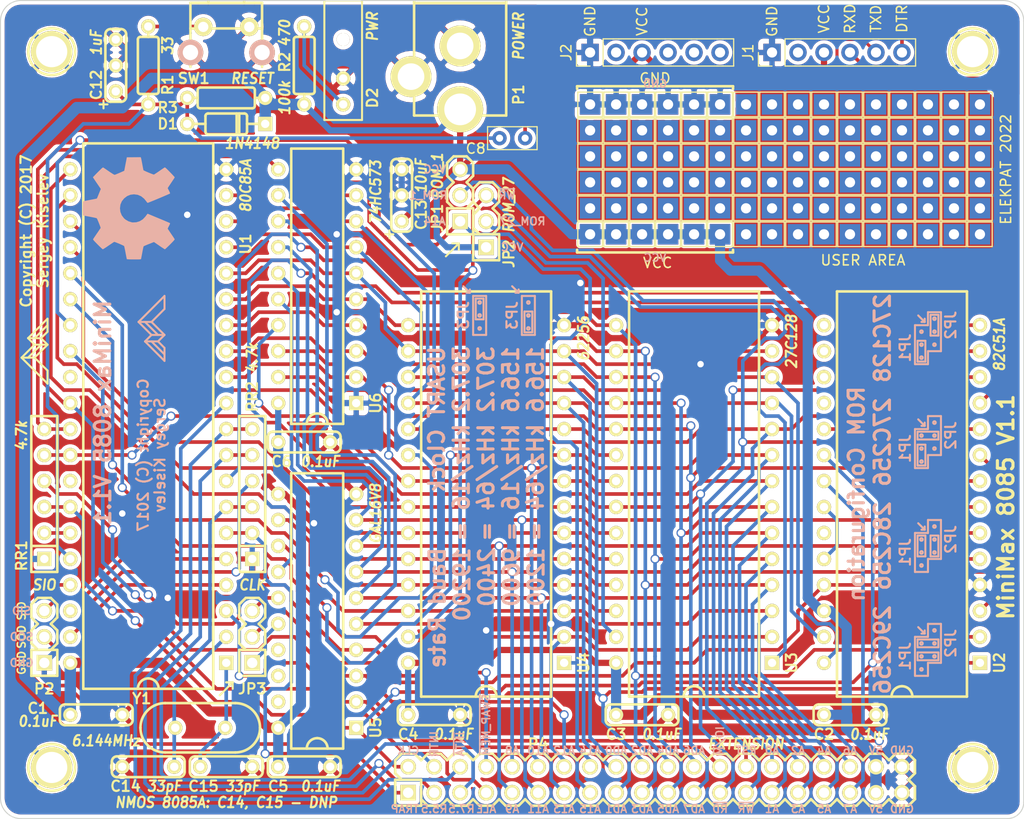
<source format=kicad_pcb>
(kicad_pcb (version 20171130) (host pcbnew "(5.1.6)-1")
  (layers (0 F.Cu signal hide) (31 B.Cu signal) (34 B.Paste user hide) (35 F.Paste user hide) (36 B.SilkS user hide) (37 F.SilkS user) (38 B.Mask user hide) (39 F.Mask user hide) (44 Edge.Cuts user))
  (net 0 "")
  (net 1 /153.6kHz)
  (net 2 /3.072MHz)
  (net 3 /307.2kHz)
  (net 4 /A0)
  (net 5 /A1)
  (net 6 /A10)
  (net 7 /A11)
  (net 8 /A12)
  (net 9 /A13)
  (net 10 /A14)
  (net 11 /A15)
  (net 12 /A2)
  (net 13 /A3)
  (net 14 /A4)
  (net 15 /A5)
  (net 16 /A6)
  (net 17 /A7)
  (net 18 /A8)
  (net 19 /A9)
  (net 20 /AD0)
  (net 21 /AD1)
  (net 22 /AD2)
  (net 23 /AD3)
  (net 24 /AD4)
  (net 25 /AD5)
  (net 26 /AD6)
  (net 27 /AD7)
  (net 28 /ALE)
  (net 29 /HOLD)
  (net 30 /INTR)
  (net 31 /IO/~M)
  (net 32 /READY)
  (net 33 /RESET)
  (net 34 /ROM_1)
  (net 35 /ROM_27)
  (net 36 /RST5_5)
  (net 37 /RST6_5)
  (net 38 /RST7_5)
  (net 39 /RXD)
  (net 40 /SID)
  (net 41 /SOD)
  (net 42 /TRAP)
  (net 43 /TXD)
  (net 44 /UART_CLK)
  (net 45 /~CTS)
  (net 46 /~INTA)
  (net 47 /~RAM_CS)
  (net 48 /~RD)
  (net 49 /~ROM_CS)
  (net 50 /~RTS)
  (net 51 /~USART_CS)
  (net 52 /~WR)
  (net 53 GND)
  (net 54 VCC)
  (net 55 "Net-(D2-Pad2)")
  (net 56 "Net-(R1-Pad2)")
  (net 57 "Net-(U1-Pad29)")
  (net 58 "Net-(U1-Pad33)")
  (net 59 "Net-(U1-Pad38)")
  (net 60 "Net-(U2-Pad15)")
  (net 61 "Net-(U2-Pad16)")
  (net 62 "Net-(U2-Pad18)")
  (net 63 /Q2)
  (net 64 /Q1)
  (net 65 /Q0)
  (net 66 "Net-(C14-Pad1)")
  (net 67 "Net-(C15-Pad1)")
  (net 68 /~SWAP_MEM)
  (net 69 /RSTN)
  (net 70 /DTR)
  (net 71 "Net-(C8-Pad1)")
  (net 72 "Net-(J1-Pad2)")
  (net 73 "Net-(J2-Pad2)")
  (net 74 "Net-(J2-Pad4)")
  (net 75 "Net-(J2-Pad5)")
  (net 76 "Net-(J2-Pad6)")
  (module TestPoint:TestPoint_THTPad_2.0x2.0mm_Drill1.0mm (layer F.Cu) (at 185.42 73.66)
    (fp_text reference REF** hide)
    (fp_text value TestPoint_THTPad_2.0x2.0mm_Drill1.0mm)
    (pad 1 thru_hole rect (at 0 0) (size 2 2) (drill 1) (layers B.Cu B.Mask))
  )
  (module TestPoint:TestPoint_THTPad_2.0x2.0mm_Drill1.0mm (layer F.Cu) (at 182.88 73.66)
    (fp_text reference REF** hide)
    (fp_text value TestPoint_THTPad_2.0x2.0mm_Drill1.0mm)
    (pad 1 thru_hole rect (at 0 0) (size 2 2) (drill 1) (layers B.Cu B.Mask))
  )
  (module TestPoint:TestPoint_THTPad_2.0x2.0mm_Drill1.0mm (layer F.Cu) (at 180.34 73.66)
    (fp_text reference REF** hide)
    (fp_text value TestPoint_THTPad_2.0x2.0mm_Drill1.0mm)
    (pad 1 thru_hole rect (at 0 0) (size 2 2) (drill 1) (layers B.Cu B.Mask))
  )
  (module TestPoint:TestPoint_THTPad_2.0x2.0mm_Drill1.0mm (layer F.Cu) (at 177.8 73.66)
    (fp_text reference REF** hide)
    (fp_text value TestPoint_THTPad_2.0x2.0mm_Drill1.0mm)
    (pad 1 thru_hole rect (at 0 0) (size 2 2) (drill 1) (layers B.Cu B.Mask))
  )
  (module TestPoint:TestPoint_THTPad_2.0x2.0mm_Drill1.0mm (layer F.Cu) (at 175.26 73.66)
    (fp_text reference REF** hide)
    (fp_text value TestPoint_THTPad_2.0x2.0mm_Drill1.0mm)
    (pad 1 thru_hole rect (at 0 0) (size 2 2) (drill 1) (layers B.Cu B.Mask))
  )
  (module TestPoint:TestPoint_THTPad_2.0x2.0mm_Drill1.0mm (layer F.Cu) (at 198.12 73.66)
    (fp_text reference REF** hide)
    (fp_text value TestPoint_THTPad_2.0x2.0mm_Drill1.0mm)
    (pad 1 thru_hole rect (at 0 0) (size 2 2) (drill 1) (layers B.Cu B.Mask))
  )
  (module TestPoint:TestPoint_THTPad_2.0x2.0mm_Drill1.0mm (layer F.Cu) (at 195.58 73.66)
    (fp_text reference REF** hide)
    (fp_text value TestPoint_THTPad_2.0x2.0mm_Drill1.0mm)
    (pad 1 thru_hole rect (at 0 0) (size 2 2) (drill 1) (layers B.Cu B.Mask))
  )
  (module TestPoint:TestPoint_THTPad_2.0x2.0mm_Drill1.0mm (layer F.Cu) (at 193.04 73.66)
    (fp_text reference REF** hide)
    (fp_text value TestPoint_THTPad_2.0x2.0mm_Drill1.0mm)
    (pad 1 thru_hole rect (at 0 0) (size 2 2) (drill 1) (layers B.Cu B.Mask))
  )
  (module TestPoint:TestPoint_THTPad_2.0x2.0mm_Drill1.0mm (layer F.Cu) (at 190.5 73.66)
    (fp_text reference REF** hide)
    (fp_text value TestPoint_THTPad_2.0x2.0mm_Drill1.0mm)
    (pad 1 thru_hole rect (at 0 0) (size 2 2) (drill 1) (layers B.Cu B.Mask))
  )
  (module TestPoint:TestPoint_THTPad_2.0x2.0mm_Drill1.0mm (layer F.Cu) (at 187.96 73.66)
    (fp_text reference REF** hide)
    (fp_text value TestPoint_THTPad_2.0x2.0mm_Drill1.0mm)
    (pad 1 thru_hole rect (at 0 0) (size 2 2) (drill 1) (layers B.Cu B.Mask))
  )
  (module TestPoint:TestPoint_THTPad_2.0x2.0mm_Drill1.0mm (layer F.Cu) (at 198.12 71.12)
    (fp_text reference REF** hide)
    (fp_text value TestPoint_THTPad_2.0x2.0mm_Drill1.0mm)
    (pad 1 thru_hole rect (at 0 0) (size 2 2) (drill 1) (layers B.Cu B.Mask))
  )
  (module TestPoint:TestPoint_THTPad_2.0x2.0mm_Drill1.0mm (layer F.Cu) (at 195.58 71.12)
    (fp_text reference REF** hide)
    (fp_text value TestPoint_THTPad_2.0x2.0mm_Drill1.0mm)
    (pad 1 thru_hole rect (at 0 0) (size 2 2) (drill 1) (layers B.Cu B.Mask))
  )
  (module TestPoint:TestPoint_THTPad_2.0x2.0mm_Drill1.0mm (layer F.Cu) (at 193.04 71.12)
    (fp_text reference REF** hide)
    (fp_text value TestPoint_THTPad_2.0x2.0mm_Drill1.0mm)
    (pad 1 thru_hole rect (at 0 0) (size 2 2) (drill 1) (layers B.Cu B.Mask))
  )
  (module TestPoint:TestPoint_THTPad_2.0x2.0mm_Drill1.0mm (layer F.Cu) (at 190.5 71.12)
    (fp_text reference REF** hide)
    (fp_text value TestPoint_THTPad_2.0x2.0mm_Drill1.0mm)
    (pad 1 thru_hole rect (at 0 0) (size 2 2) (drill 1) (layers B.Cu B.Mask))
  )
  (module TestPoint:TestPoint_THTPad_2.0x2.0mm_Drill1.0mm (layer F.Cu) (at 187.96 71.12)
    (fp_text reference REF** hide)
    (fp_text value TestPoint_THTPad_2.0x2.0mm_Drill1.0mm)
    (pad 1 thru_hole rect (at 0 0) (size 2 2) (drill 1) (layers B.Cu B.Mask))
  )
  (module TestPoint:TestPoint_THTPad_2.0x2.0mm_Drill1.0mm (layer F.Cu) (at 198.12 68.58)
    (fp_text reference REF** hide)
    (fp_text value TestPoint_THTPad_2.0x2.0mm_Drill1.0mm)
    (pad 1 thru_hole rect (at 0 0) (size 2 2) (drill 1) (layers B.Cu B.Mask))
  )
  (module TestPoint:TestPoint_THTPad_2.0x2.0mm_Drill1.0mm (layer F.Cu) (at 195.58 68.58)
    (fp_text reference REF** hide)
    (fp_text value TestPoint_THTPad_2.0x2.0mm_Drill1.0mm)
    (pad 1 thru_hole rect (at 0 0) (size 2 2) (drill 1) (layers B.Cu B.Mask))
  )
  (module TestPoint:TestPoint_THTPad_2.0x2.0mm_Drill1.0mm (layer F.Cu) (at 193.04 68.58)
    (fp_text reference REF** hide)
    (fp_text value TestPoint_THTPad_2.0x2.0mm_Drill1.0mm)
    (pad 1 thru_hole rect (at 0 0) (size 2 2) (drill 1) (layers B.Cu B.Mask))
  )
  (module TestPoint:TestPoint_THTPad_2.0x2.0mm_Drill1.0mm (layer F.Cu) (at 190.5 68.58)
    (fp_text reference REF** hide)
    (fp_text value TestPoint_THTPad_2.0x2.0mm_Drill1.0mm)
    (pad 1 thru_hole rect (at 0 0) (size 2 2) (drill 1) (layers B.Cu B.Mask))
  )
  (module TestPoint:TestPoint_THTPad_2.0x2.0mm_Drill1.0mm (layer F.Cu) (at 187.96 68.58)
    (fp_text reference REF** hide)
    (fp_text value TestPoint_THTPad_2.0x2.0mm_Drill1.0mm)
    (pad 1 thru_hole rect (at 0 0) (size 2 2) (drill 1) (layers B.Cu B.Mask))
  )
  (module TestPoint:TestPoint_THTPad_2.0x2.0mm_Drill1.0mm (layer F.Cu) (at 198.12 66.04)
    (fp_text reference REF** hide)
    (fp_text value TestPoint_THTPad_2.0x2.0mm_Drill1.0mm)
    (pad 1 thru_hole rect (at 0 0) (size 2 2) (drill 1) (layers B.Cu B.Mask))
  )
  (module TestPoint:TestPoint_THTPad_2.0x2.0mm_Drill1.0mm (layer F.Cu) (at 195.58 66.04)
    (fp_text reference REF** hide)
    (fp_text value TestPoint_THTPad_2.0x2.0mm_Drill1.0mm)
    (pad 1 thru_hole rect (at 0 0) (size 2 2) (drill 1) (layers B.Cu B.Mask))
  )
  (module TestPoint:TestPoint_THTPad_2.0x2.0mm_Drill1.0mm (layer F.Cu) (at 193.04 66.04)
    (fp_text reference REF** hide)
    (fp_text value TestPoint_THTPad_2.0x2.0mm_Drill1.0mm)
    (pad 1 thru_hole rect (at 0 0) (size 2 2) (drill 1) (layers B.Cu B.Mask))
  )
  (module TestPoint:TestPoint_THTPad_2.0x2.0mm_Drill1.0mm (layer F.Cu) (at 190.5 66.04)
    (fp_text reference REF** hide)
    (fp_text value TestPoint_THTPad_2.0x2.0mm_Drill1.0mm)
    (pad 1 thru_hole rect (at 0 0) (size 2 2) (drill 1) (layers B.Cu B.Mask))
  )
  (module TestPoint:TestPoint_THTPad_2.0x2.0mm_Drill1.0mm (layer F.Cu) (at 187.96 66.04)
    (fp_text reference REF** hide)
    (fp_text value TestPoint_THTPad_2.0x2.0mm_Drill1.0mm)
    (pad 1 thru_hole rect (at 0 0) (size 2 2) (drill 1) (layers B.Cu B.Mask))
  )
  (module TestPoint:TestPoint_THTPad_2.0x2.0mm_Drill1.0mm (layer F.Cu) (at 198.12 63.5)
    (fp_text reference REF** hide)
    (fp_text value TestPoint_THTPad_2.0x2.0mm_Drill1.0mm)
    (pad 1 thru_hole rect (at 0 0) (size 2 2) (drill 1) (layers B.Cu B.Mask))
  )
  (module TestPoint:TestPoint_THTPad_2.0x2.0mm_Drill1.0mm (layer F.Cu) (at 195.58 63.5)
    (fp_text reference REF** hide)
    (fp_text value TestPoint_THTPad_2.0x2.0mm_Drill1.0mm)
    (pad 1 thru_hole rect (at 0 0) (size 2 2) (drill 1) (layers B.Cu B.Mask))
  )
  (module TestPoint:TestPoint_THTPad_2.0x2.0mm_Drill1.0mm (layer F.Cu) (at 193.04 63.5)
    (fp_text reference REF** hide)
    (fp_text value TestPoint_THTPad_2.0x2.0mm_Drill1.0mm)
    (pad 1 thru_hole rect (at 0 0) (size 2 2) (drill 1) (layers B.Cu B.Mask))
  )
  (module TestPoint:TestPoint_THTPad_2.0x2.0mm_Drill1.0mm (layer F.Cu) (at 190.5 63.5)
    (fp_text reference REF** hide)
    (fp_text value TestPoint_THTPad_2.0x2.0mm_Drill1.0mm)
    (pad 1 thru_hole rect (at 0 0) (size 2 2) (drill 1) (layers B.Cu B.Mask))
  )
  (module TestPoint:TestPoint_THTPad_2.0x2.0mm_Drill1.0mm (layer F.Cu) (at 187.96 63.5)
    (fp_text reference REF** hide)
    (fp_text value TestPoint_THTPad_2.0x2.0mm_Drill1.0mm)
    (pad 1 thru_hole rect (at 0 0) (size 2 2) (drill 1) (layers B.Cu B.Mask))
  )
  (module TestPoint:TestPoint_THTPad_2.0x2.0mm_Drill1.0mm (layer F.Cu) (at 198.12 60.96)
    (fp_text reference REF** hide)
    (fp_text value TestPoint_THTPad_2.0x2.0mm_Drill1.0mm)
    (pad 1 thru_hole rect (at 0 0) (size 2 2) (drill 1) (layers B.Cu B.Mask))
  )
  (module TestPoint:TestPoint_THTPad_2.0x2.0mm_Drill1.0mm (layer F.Cu) (at 195.58 60.96)
    (fp_text reference REF** hide)
    (fp_text value TestPoint_THTPad_2.0x2.0mm_Drill1.0mm)
    (pad 1 thru_hole rect (at 0 0) (size 2 2) (drill 1) (layers B.Cu B.Mask))
  )
  (module TestPoint:TestPoint_THTPad_2.0x2.0mm_Drill1.0mm (layer F.Cu) (at 193.04 60.96)
    (fp_text reference REF** hide)
    (fp_text value TestPoint_THTPad_2.0x2.0mm_Drill1.0mm)
    (pad 1 thru_hole rect (at 0 0) (size 2 2) (drill 1) (layers B.Cu B.Mask))
  )
  (module TestPoint:TestPoint_THTPad_2.0x2.0mm_Drill1.0mm (layer F.Cu) (at 190.5 60.96)
    (fp_text reference REF** hide)
    (fp_text value TestPoint_THTPad_2.0x2.0mm_Drill1.0mm)
    (pad 1 thru_hole rect (at 0 0) (size 2 2) (drill 1) (layers B.Cu B.Mask))
  )
  (module TestPoint:TestPoint_THTPad_2.0x2.0mm_Drill1.0mm (layer F.Cu) (at 187.96 60.96)
    (fp_text reference REF** hide)
    (fp_text value TestPoint_THTPad_2.0x2.0mm_Drill1.0mm)
    (pad 1 thru_hole rect (at 0 0) (size 2 2) (drill 1) (layers B.Cu B.Mask))
  )
  (module TestPoint:TestPoint_THTPad_2.0x2.0mm_Drill1.0mm (layer F.Cu) (at 172.72 71.12)
    (fp_text reference REF** hide)
    (fp_text value TestPoint_THTPad_2.0x2.0mm_Drill1.0mm)
    (pad 1 thru_hole rect (at 0 0) (size 2 2) (drill 1) (layers B.Cu B.Mask))
  )
  (module TestPoint:TestPoint_THTPad_2.0x2.0mm_Drill1.0mm (layer F.Cu) (at 170.18 71.12)
    (fp_text reference REF** hide)
    (fp_text value TestPoint_THTPad_2.0x2.0mm_Drill1.0mm)
    (pad 1 thru_hole rect (at 0 0) (size 2 2) (drill 1) (layers B.Cu B.Mask))
  )
  (module TestPoint:TestPoint_THTPad_2.0x2.0mm_Drill1.0mm (layer F.Cu) (at 167.64 71.12)
    (fp_text reference REF** hide)
    (fp_text value TestPoint_THTPad_2.0x2.0mm_Drill1.0mm)
    (pad 1 thru_hole rect (at 0 0) (size 2 2) (drill 1) (layers B.Cu B.Mask))
  )
  (module TestPoint:TestPoint_THTPad_2.0x2.0mm_Drill1.0mm (layer F.Cu) (at 165.1 71.12)
    (fp_text reference REF** hide)
    (fp_text value TestPoint_THTPad_2.0x2.0mm_Drill1.0mm)
    (pad 1 thru_hole rect (at 0 0) (size 2 2) (drill 1) (layers B.Cu B.Mask))
  )
  (module TestPoint:TestPoint_THTPad_2.0x2.0mm_Drill1.0mm (layer F.Cu) (at 162.56 71.12)
    (fp_text reference REF** hide)
    (fp_text value TestPoint_THTPad_2.0x2.0mm_Drill1.0mm)
    (pad 1 thru_hole rect (at 0 0) (size 2 2) (drill 1) (layers B.Cu B.Mask))
  )
  (module TestPoint:TestPoint_THTPad_2.0x2.0mm_Drill1.0mm (layer F.Cu) (at 160.02 71.12)
    (fp_text reference REF** hide)
    (fp_text value TestPoint_THTPad_2.0x2.0mm_Drill1.0mm)
    (pad 1 thru_hole rect (at 0 0) (size 2 2) (drill 1) (layers B.Cu B.Mask))
  )
  (module TestPoint:TestPoint_THTPad_2.0x2.0mm_Drill1.0mm (layer F.Cu) (at 172.72 68.58)
    (fp_text reference REF** hide)
    (fp_text value TestPoint_THTPad_2.0x2.0mm_Drill1.0mm)
    (pad 1 thru_hole rect (at 0 0) (size 2 2) (drill 1) (layers B.Cu B.Mask))
  )
  (module TestPoint:TestPoint_THTPad_2.0x2.0mm_Drill1.0mm (layer F.Cu) (at 170.18 68.58)
    (fp_text reference REF** hide)
    (fp_text value TestPoint_THTPad_2.0x2.0mm_Drill1.0mm)
    (pad 1 thru_hole rect (at 0 0) (size 2 2) (drill 1) (layers B.Cu B.Mask))
  )
  (module TestPoint:TestPoint_THTPad_2.0x2.0mm_Drill1.0mm (layer F.Cu) (at 167.64 68.58)
    (fp_text reference REF** hide)
    (fp_text value TestPoint_THTPad_2.0x2.0mm_Drill1.0mm)
    (pad 1 thru_hole rect (at 0 0) (size 2 2) (drill 1) (layers B.Cu B.Mask))
  )
  (module TestPoint:TestPoint_THTPad_2.0x2.0mm_Drill1.0mm (layer F.Cu) (at 165.1 68.58)
    (fp_text reference REF** hide)
    (fp_text value TestPoint_THTPad_2.0x2.0mm_Drill1.0mm)
    (pad 1 thru_hole rect (at 0 0) (size 2 2) (drill 1) (layers B.Cu B.Mask))
  )
  (module TestPoint:TestPoint_THTPad_2.0x2.0mm_Drill1.0mm (layer F.Cu) (at 162.56 68.58)
    (fp_text reference REF** hide)
    (fp_text value TestPoint_THTPad_2.0x2.0mm_Drill1.0mm)
    (pad 1 thru_hole rect (at 0 0) (size 2 2) (drill 1) (layers B.Cu B.Mask))
  )
  (module TestPoint:TestPoint_THTPad_2.0x2.0mm_Drill1.0mm (layer F.Cu) (at 160.02 68.58)
    (fp_text reference REF** hide)
    (fp_text value TestPoint_THTPad_2.0x2.0mm_Drill1.0mm)
    (pad 1 thru_hole rect (at 0 0) (size 2 2) (drill 1) (layers B.Cu B.Mask))
  )
  (module TestPoint:TestPoint_THTPad_2.0x2.0mm_Drill1.0mm (layer F.Cu) (at 172.72 66.04)
    (fp_text reference REF** hide)
    (fp_text value TestPoint_THTPad_2.0x2.0mm_Drill1.0mm)
    (pad 1 thru_hole rect (at 0 0) (size 2 2) (drill 1) (layers B.Cu B.Mask))
  )
  (module TestPoint:TestPoint_THTPad_2.0x2.0mm_Drill1.0mm (layer F.Cu) (at 170.18 66.04)
    (fp_text reference REF** hide)
    (fp_text value TestPoint_THTPad_2.0x2.0mm_Drill1.0mm)
    (pad 1 thru_hole rect (at 0 0) (size 2 2) (drill 1) (layers B.Cu B.Mask))
  )
  (module TestPoint:TestPoint_THTPad_2.0x2.0mm_Drill1.0mm (layer F.Cu) (at 167.64 66.04)
    (fp_text reference REF** hide)
    (fp_text value TestPoint_THTPad_2.0x2.0mm_Drill1.0mm)
    (pad 1 thru_hole rect (at 0 0) (size 2 2) (drill 1) (layers B.Cu B.Mask))
  )
  (module TestPoint:TestPoint_THTPad_2.0x2.0mm_Drill1.0mm (layer F.Cu) (at 165.1 66.04)
    (fp_text reference REF** hide)
    (fp_text value TestPoint_THTPad_2.0x2.0mm_Drill1.0mm)
    (pad 1 thru_hole rect (at 0 0) (size 2 2) (drill 1) (layers B.Cu B.Mask))
  )
  (module TestPoint:TestPoint_THTPad_2.0x2.0mm_Drill1.0mm (layer F.Cu) (at 162.56 66.04)
    (fp_text reference REF** hide)
    (fp_text value TestPoint_THTPad_2.0x2.0mm_Drill1.0mm)
    (pad 1 thru_hole rect (at 0 0) (size 2 2) (drill 1) (layers B.Cu B.Mask))
  )
  (module TestPoint:TestPoint_THTPad_2.0x2.0mm_Drill1.0mm (layer F.Cu) (at 160.02 66.04)
    (fp_text reference REF** hide)
    (fp_text value TestPoint_THTPad_2.0x2.0mm_Drill1.0mm)
    (pad 1 thru_hole rect (at 0 0) (size 2 2) (drill 1) (layers B.Cu B.Mask))
  )
  (module TestPoint:TestPoint_THTPad_2.0x2.0mm_Drill1.0mm (layer F.Cu) (at 172.72 63.5)
    (fp_text reference REF** hide)
    (fp_text value TestPoint_THTPad_2.0x2.0mm_Drill1.0mm)
    (pad 1 thru_hole rect (at 0 0) (size 2 2) (drill 1) (layers B.Cu B.Mask))
  )
  (module TestPoint:TestPoint_THTPad_2.0x2.0mm_Drill1.0mm (layer F.Cu) (at 170.18 63.5)
    (fp_text reference REF** hide)
    (fp_text value TestPoint_THTPad_2.0x2.0mm_Drill1.0mm)
    (pad 1 thru_hole rect (at 0 0) (size 2 2) (drill 1) (layers B.Cu B.Mask))
  )
  (module TestPoint:TestPoint_THTPad_2.0x2.0mm_Drill1.0mm (layer F.Cu) (at 167.64 63.5)
    (fp_text reference REF** hide)
    (fp_text value TestPoint_THTPad_2.0x2.0mm_Drill1.0mm)
    (pad 1 thru_hole rect (at 0 0) (size 2 2) (drill 1) (layers B.Cu B.Mask))
  )
  (module TestPoint:TestPoint_THTPad_2.0x2.0mm_Drill1.0mm (layer F.Cu) (at 165.1 63.5)
    (fp_text reference REF** hide)
    (fp_text value TestPoint_THTPad_2.0x2.0mm_Drill1.0mm)
    (pad 1 thru_hole rect (at 0 0) (size 2 2) (drill 1) (layers B.Cu B.Mask))
  )
  (module TestPoint:TestPoint_THTPad_2.0x2.0mm_Drill1.0mm (layer F.Cu) (at 162.56 63.5)
    (fp_text reference REF** hide)
    (fp_text value TestPoint_THTPad_2.0x2.0mm_Drill1.0mm)
    (pad 1 thru_hole rect (at 0 0) (size 2 2) (drill 1) (layers B.Cu B.Mask))
  )
  (module TestPoint:TestPoint_THTPad_2.0x2.0mm_Drill1.0mm (layer F.Cu) (at 160.02 63.5)
    (fp_text reference REF** hide)
    (fp_text value TestPoint_THTPad_2.0x2.0mm_Drill1.0mm)
    (pad 1 thru_hole rect (at 0 0) (size 2 2) (drill 1) (layers B.Cu B.Mask))
  )
  (module TestPoint:TestPoint_THTPad_2.0x2.0mm_Drill1.0mm (layer F.Cu) (at 185.42 71.12)
    (fp_text reference REF** hide)
    (fp_text value TestPoint_THTPad_2.0x2.0mm_Drill1.0mm)
    (pad 1 thru_hole rect (at 0 0) (size 2 2) (drill 1) (layers B.Cu B.Mask))
  )
  (module TestPoint:TestPoint_THTPad_2.0x2.0mm_Drill1.0mm (layer F.Cu) (at 182.88 71.12)
    (fp_text reference REF** hide)
    (fp_text value TestPoint_THTPad_2.0x2.0mm_Drill1.0mm)
    (pad 1 thru_hole rect (at 0 0) (size 2 2) (drill 1) (layers B.Cu B.Mask))
  )
  (module TestPoint:TestPoint_THTPad_2.0x2.0mm_Drill1.0mm (layer F.Cu) (at 180.34 71.12)
    (fp_text reference REF** hide)
    (fp_text value TestPoint_THTPad_2.0x2.0mm_Drill1.0mm)
    (pad 1 thru_hole rect (at 0 0) (size 2 2) (drill 1) (layers B.Cu B.Mask))
  )
  (module TestPoint:TestPoint_THTPad_2.0x2.0mm_Drill1.0mm (layer F.Cu) (at 177.8 71.12)
    (fp_text reference REF** hide)
    (fp_text value TestPoint_THTPad_2.0x2.0mm_Drill1.0mm)
    (pad 1 thru_hole rect (at 0 0) (size 2 2) (drill 1) (layers B.Cu B.Mask))
  )
  (module TestPoint:TestPoint_THTPad_2.0x2.0mm_Drill1.0mm (layer F.Cu) (at 175.26 71.12)
    (fp_text reference REF** hide)
    (fp_text value TestPoint_THTPad_2.0x2.0mm_Drill1.0mm)
    (pad 1 thru_hole rect (at 0 0) (size 2 2) (drill 1) (layers B.Cu B.Mask))
  )
  (module TestPoint:TestPoint_THTPad_2.0x2.0mm_Drill1.0mm (layer F.Cu) (at 185.42 68.58)
    (fp_text reference REF** hide)
    (fp_text value TestPoint_THTPad_2.0x2.0mm_Drill1.0mm)
    (pad 1 thru_hole rect (at 0 0) (size 2 2) (drill 1) (layers B.Cu B.Mask))
  )
  (module TestPoint:TestPoint_THTPad_2.0x2.0mm_Drill1.0mm (layer F.Cu) (at 182.88 68.58)
    (fp_text reference REF** hide)
    (fp_text value TestPoint_THTPad_2.0x2.0mm_Drill1.0mm)
    (pad 1 thru_hole rect (at 0 0) (size 2 2) (drill 1) (layers B.Cu B.Mask))
  )
  (module TestPoint:TestPoint_THTPad_2.0x2.0mm_Drill1.0mm (layer F.Cu) (at 180.34 68.58)
    (fp_text reference REF** hide)
    (fp_text value TestPoint_THTPad_2.0x2.0mm_Drill1.0mm)
    (pad 1 thru_hole rect (at 0 0) (size 2 2) (drill 1) (layers B.Cu B.Mask))
  )
  (module TestPoint:TestPoint_THTPad_2.0x2.0mm_Drill1.0mm (layer F.Cu) (at 177.8 68.58)
    (fp_text reference REF** hide)
    (fp_text value TestPoint_THTPad_2.0x2.0mm_Drill1.0mm)
    (pad 1 thru_hole rect (at 0 0) (size 2 2) (drill 1) (layers B.Cu B.Mask))
  )
  (module TestPoint:TestPoint_THTPad_2.0x2.0mm_Drill1.0mm (layer F.Cu) (at 175.26 68.58)
    (fp_text reference REF** hide)
    (fp_text value TestPoint_THTPad_2.0x2.0mm_Drill1.0mm)
    (pad 1 thru_hole rect (at 0 0) (size 2 2) (drill 1) (layers B.Cu B.Mask))
  )
  (module TestPoint:TestPoint_THTPad_2.0x2.0mm_Drill1.0mm (layer F.Cu) (at 185.42 66.04)
    (fp_text reference REF** hide)
    (fp_text value TestPoint_THTPad_2.0x2.0mm_Drill1.0mm)
    (pad 1 thru_hole rect (at 0 0) (size 2 2) (drill 1) (layers B.Cu B.Mask))
  )
  (module TestPoint:TestPoint_THTPad_2.0x2.0mm_Drill1.0mm (layer F.Cu) (at 182.88 66.04)
    (fp_text reference REF** hide)
    (fp_text value TestPoint_THTPad_2.0x2.0mm_Drill1.0mm)
    (pad 1 thru_hole rect (at 0 0) (size 2 2) (drill 1) (layers B.Cu B.Mask))
  )
  (module TestPoint:TestPoint_THTPad_2.0x2.0mm_Drill1.0mm (layer F.Cu) (at 180.34 66.04)
    (fp_text reference REF** hide)
    (fp_text value TestPoint_THTPad_2.0x2.0mm_Drill1.0mm)
    (pad 1 thru_hole rect (at 0 0) (size 2 2) (drill 1) (layers B.Cu B.Mask))
  )
  (module TestPoint:TestPoint_THTPad_2.0x2.0mm_Drill1.0mm (layer F.Cu) (at 177.8 66.04)
    (fp_text reference REF** hide)
    (fp_text value TestPoint_THTPad_2.0x2.0mm_Drill1.0mm)
    (pad 1 thru_hole rect (at 0 0) (size 2 2) (drill 1) (layers B.Cu B.Mask))
  )
  (module TestPoint:TestPoint_THTPad_2.0x2.0mm_Drill1.0mm (layer F.Cu) (at 175.26 66.04)
    (fp_text reference REF** hide)
    (fp_text value TestPoint_THTPad_2.0x2.0mm_Drill1.0mm)
    (pad 1 thru_hole rect (at 0 0) (size 2 2) (drill 1) (layers B.Cu B.Mask))
  )
  (module TestPoint:TestPoint_THTPad_2.0x2.0mm_Drill1.0mm (layer F.Cu) (at 185.42 63.5)
    (fp_text reference REF** hide)
    (fp_text value TestPoint_THTPad_2.0x2.0mm_Drill1.0mm)
    (pad 1 thru_hole rect (at 0 0) (size 2 2) (drill 1) (layers B.Cu B.Mask))
  )
  (module TestPoint:TestPoint_THTPad_2.0x2.0mm_Drill1.0mm (layer F.Cu) (at 182.88 63.5)
    (fp_text reference REF** hide)
    (fp_text value TestPoint_THTPad_2.0x2.0mm_Drill1.0mm)
    (pad 1 thru_hole rect (at 0 0) (size 2 2) (drill 1) (layers B.Cu B.Mask))
  )
  (module TestPoint:TestPoint_THTPad_2.0x2.0mm_Drill1.0mm (layer F.Cu) (at 180.34 63.5)
    (fp_text reference REF** hide)
    (fp_text value TestPoint_THTPad_2.0x2.0mm_Drill1.0mm)
    (pad 1 thru_hole rect (at 0 0) (size 2 2) (drill 1) (layers B.Cu B.Mask))
  )
  (module TestPoint:TestPoint_THTPad_2.0x2.0mm_Drill1.0mm (layer F.Cu) (at 177.8 63.5)
    (fp_text reference REF** hide)
    (fp_text value TestPoint_THTPad_2.0x2.0mm_Drill1.0mm)
    (pad 1 thru_hole rect (at 0 0) (size 2 2) (drill 1) (layers B.Cu B.Mask))
  )
  (module TestPoint:TestPoint_THTPad_2.0x2.0mm_Drill1.0mm (layer F.Cu) (at 175.26 63.5)
    (fp_text reference REF** hide)
    (fp_text value TestPoint_THTPad_2.0x2.0mm_Drill1.0mm)
    (pad 1 thru_hole rect (at 0 0) (size 2 2) (drill 1) (layers B.Cu B.Mask))
  )
  (module TestPoint:TestPoint_THTPad_2.0x2.0mm_Drill1.0mm (layer F.Cu) (at 185.42 60.96)
    (fp_text reference REF** hide)
    (fp_text value TestPoint_THTPad_2.0x2.0mm_Drill1.0mm)
    (pad 1 thru_hole rect (at 0 0) (size 2 2) (drill 1) (layers B.Cu B.Mask))
  )
  (module TestPoint:TestPoint_THTPad_2.0x2.0mm_Drill1.0mm (layer F.Cu) (at 182.88 60.96)
    (fp_text reference REF** hide)
    (fp_text value TestPoint_THTPad_2.0x2.0mm_Drill1.0mm)
    (pad 1 thru_hole rect (at 0 0) (size 2 2) (drill 1) (layers B.Cu B.Mask))
  )
  (module TestPoint:TestPoint_THTPad_2.0x2.0mm_Drill1.0mm (layer F.Cu) (at 180.34 60.96)
    (fp_text reference REF** hide)
    (fp_text value TestPoint_THTPad_2.0x2.0mm_Drill1.0mm)
    (pad 1 thru_hole rect (at 0 0) (size 2 2) (drill 1) (layers B.Cu B.Mask))
  )
  (module TestPoint:TestPoint_THTPad_2.0x2.0mm_Drill1.0mm (layer F.Cu) (at 177.8 60.96)
    (fp_text reference REF** hide)
    (fp_text value TestPoint_THTPad_2.0x2.0mm_Drill1.0mm)
    (pad 1 thru_hole rect (at 0 0) (size 2 2) (drill 1) (layers B.Cu B.Mask))
  )
  (module TestPoint:TestPoint_THTPad_2.0x2.0mm_Drill1.0mm (layer F.Cu) (at 175.26 60.96)
    (fp_text reference REF** hide)
    (fp_text value TestPoint_THTPad_2.0x2.0mm_Drill1.0mm)
    (pad 1 thru_hole rect (at 0 0) (size 2 2) (drill 1) (layers B.Cu B.Mask))
  )
  (module my_components:IC_DIP28_600 (layer F.Cu) (at 170.18 99.06 90)
    (fp_text reference U3 (at -16.51 9.525 90) (layer F.SilkS) (effects (font (size 1.016 1.016) (thickness 0.2032))))
    (fp_text value 27C128 (at 14.9225 9.525 90) (layer F.SilkS) (effects (font (size 1.016 0.9144) (thickness 0.2032) italic)))
    (pad 1 thru_hole rect (at -16.51 7.62 90) (size 1.397 1.397) (drill 0.8128) (layers *.Cu *.Mask F.SilkS) (net 34 /ROM_1))
    (pad 2 thru_hole circle (at -13.97 7.62 90) (size 1.397 1.397) (drill 0.8128) (layers *.Cu *.Mask F.SilkS) (net 8 /A12))
    (pad 3 thru_hole circle (at -11.43 7.62 90) (size 1.397 1.397) (drill 0.8128) (layers *.Cu *.Mask F.SilkS) (net 17 /A7))
    (pad 4 thru_hole circle (at -8.89 7.62 90) (size 1.397 1.397) (drill 0.8128) (layers *.Cu *.Mask F.SilkS) (net 16 /A6))
    (pad 5 thru_hole circle (at -6.35 7.62 90) (size 1.397 1.397) (drill 0.8128) (layers *.Cu *.Mask F.SilkS) (net 15 /A5))
    (pad 6 thru_hole circle (at -3.81 7.62 90) (size 1.397 1.397) (drill 0.8128) (layers *.Cu *.Mask F.SilkS) (net 14 /A4))
    (pad 7 thru_hole circle (at -1.27 7.62 90) (size 1.397 1.397) (drill 0.8128) (layers *.Cu *.Mask F.SilkS) (net 13 /A3))
    (pad 8 thru_hole circle (at 1.27 7.62 90) (size 1.397 1.397) (drill 0.8128) (layers *.Cu *.Mask F.SilkS) (net 12 /A2))
    (pad 9 thru_hole circle (at 3.81 7.62 90) (size 1.397 1.397) (drill 0.8128) (layers *.Cu *.Mask F.SilkS) (net 5 /A1))
    (pad 10 thru_hole circle (at 6.35 7.62 90) (size 1.397 1.397) (drill 0.8128) (layers *.Cu *.Mask F.SilkS) (net 4 /A0))
    (pad 11 thru_hole circle (at 8.89 7.62 90) (size 1.397 1.397) (drill 0.8128) (layers *.Cu *.Mask F.SilkS) (net 20 /AD0))
    (pad 12 thru_hole circle (at 11.43 7.62 90) (size 1.397 1.397) (drill 0.8128) (layers *.Cu *.Mask F.SilkS) (net 21 /AD1))
    (pad 13 thru_hole circle (at 13.97 7.62 90) (size 1.397 1.397) (drill 0.8128) (layers *.Cu *.Mask F.SilkS) (net 22 /AD2))
    (pad 14 thru_hole circle (at 16.51 7.62 90) (size 1.397 1.397) (drill 0.8128) (layers *.Cu *.Mask F.SilkS) (net 53 GND))
    (pad 15 thru_hole circle (at 16.51 -7.62 90) (size 1.397 1.397) (drill 0.8128) (layers *.Cu *.Mask F.SilkS) (net 23 /AD3))
    (pad 16 thru_hole circle (at 13.97 -7.62 90) (size 1.397 1.397) (drill 0.8128) (layers *.Cu *.Mask F.SilkS) (net 24 /AD4))
    (pad 17 thru_hole circle (at 11.43 -7.62 90) (size 1.397 1.397) (drill 0.8128) (layers *.Cu *.Mask F.SilkS) (net 25 /AD5))
    (pad 18 thru_hole circle (at 8.89 -7.62 90) (size 1.397 1.397) (drill 0.8128) (layers *.Cu *.Mask F.SilkS) (net 26 /AD6))
    (pad 19 thru_hole circle (at 6.35 -7.62 90) (size 1.397 1.397) (drill 0.8128) (layers *.Cu *.Mask F.SilkS) (net 27 /AD7))
    (pad 20 thru_hole circle (at 3.81 -7.62 90) (size 1.397 1.397) (drill 0.8128) (layers *.Cu *.Mask F.SilkS) (net 49 /~ROM_CS))
    (pad 21 thru_hole circle (at 1.27 -7.62 90) (size 1.397 1.397) (drill 0.8128) (layers *.Cu *.Mask F.SilkS) (net 6 /A10))
    (pad 22 thru_hole circle (at -1.27 -7.62 90) (size 1.397 1.397) (drill 0.8128) (layers *.Cu *.Mask F.SilkS) (net 48 /~RD))
    (pad 23 thru_hole circle (at -3.81 -7.62 90) (size 1.397 1.397) (drill 0.8128) (layers *.Cu *.Mask F.SilkS) (net 7 /A11))
    (pad 24 thru_hole circle (at -6.35 -7.62 90) (size 1.397 1.397) (drill 0.8128) (layers *.Cu *.Mask F.SilkS) (net 19 /A9))
    (pad 25 thru_hole circle (at -8.89 -7.62 90) (size 1.397 1.397) (drill 0.8128) (layers *.Cu *.Mask F.SilkS) (net 18 /A8))
    (pad 26 thru_hole circle (at -11.43 -7.62 90) (size 1.397 1.397) (drill 0.8128) (layers *.Cu *.Mask F.SilkS) (net 9 /A13))
    (pad 27 thru_hole circle (at -13.97 -7.62 90) (size 1.397 1.397) (drill 0.8128) (layers *.Cu *.Mask F.SilkS) (net 35 /ROM_27))
    (pad 28 thru_hole circle (at -16.51 -7.62 90) (size 1.397 1.397) (drill 0.8128) (layers *.Cu *.Mask F.SilkS) (net 54 VCC))
  )
  (module my_components:Cap_Cer_508 (layer F.Cu) (at 111.76 120.65)
    (fp_text reference C1 (at -5.715 -0.635) (layer F.SilkS) (effects (font (size 1.016 1.016) (thickness 0.2032))))
    (fp_text value 0.1uF (at -5.715 0.635) (layer F.SilkS) (effects (font (size 1.016 0.9144) (thickness 0.2032) italic)))
    (pad 1 thru_hole circle (at -2.54 0) (size 1.397 1.397) (drill 0.8128) (layers *.Cu *.Mask F.SilkS) (net 54 VCC))
    (pad 2 thru_hole circle (at 2.54 0) (size 1.397 1.397) (drill 0.8128) (layers *.Cu *.Mask F.SilkS) (net 53 GND))
  )
  (module my_components:Cap_Cer_508 (layer F.Cu) (at 185.42 120.65)
    (fp_text reference C2 (at -2.54 1.905) (layer F.SilkS) (effects (font (size 1.016 1.016) (thickness 0.2032))))
    (fp_text value 0.1uF (at 1.905 1.905) (layer F.SilkS) (effects (font (size 1.016 0.9144) (thickness 0.2032) italic)))
    (pad 1 thru_hole circle (at -2.54 0) (size 1.397 1.397) (drill 0.8128) (layers *.Cu *.Mask F.SilkS) (net 54 VCC))
    (pad 2 thru_hole circle (at 2.54 0) (size 1.397 1.397) (drill 0.8128) (layers *.Cu *.Mask F.SilkS) (net 53 GND))
  )
  (module my_components:Cap_Cer_508 (layer F.Cu) (at 165.1 120.65)
    (fp_text reference C3 (at -2.54 1.905) (layer F.SilkS) (effects (font (size 1.016 1.016) (thickness 0.2032))))
    (fp_text value 0.1uF (at 1.905 1.905) (layer F.SilkS) (effects (font (size 1.016 0.9144) (thickness 0.2032) italic)))
    (pad 1 thru_hole circle (at -2.54 0) (size 1.397 1.397) (drill 0.8128) (layers *.Cu *.Mask F.SilkS) (net 54 VCC))
    (pad 2 thru_hole circle (at 2.54 0) (size 1.397 1.397) (drill 0.8128) (layers *.Cu *.Mask F.SilkS) (net 53 GND))
  )
  (module my_components:Cap_Cer_508 (layer F.Cu) (at 144.78 120.65)
    (fp_text reference C4 (at -2.54 1.905) (layer F.SilkS) (effects (font (size 1.016 1.016) (thickness 0.2032))))
    (fp_text value 0.1uF (at 1.905 1.905) (layer F.SilkS) (effects (font (size 1.016 0.9144) (thickness 0.2032) italic)))
    (pad 1 thru_hole circle (at -2.54 0) (size 1.397 1.397) (drill 0.8128) (layers *.Cu *.Mask F.SilkS) (net 54 VCC))
    (pad 2 thru_hole circle (at 2.54 0) (size 1.397 1.397) (drill 0.8128) (layers *.Cu *.Mask F.SilkS) (net 53 GND))
  )
  (module my_components:Cap_Cer_508 (layer F.Cu) (at 132.08 125.73)
    (fp_text reference C5 (at -2.54 1.905) (layer F.SilkS) (effects (font (size 1.016 1.016) (thickness 0.2032))))
    (fp_text value 0.1uF (at 1.5875 1.905) (layer F.SilkS) (effects (font (size 1.016 0.9144) (thickness 0.2032) italic)))
    (pad 1 thru_hole circle (at -2.54 0) (size 1.397 1.397) (drill 0.8128) (layers *.Cu *.Mask F.SilkS) (net 54 VCC))
    (pad 2 thru_hole circle (at 2.54 0) (size 1.397 1.397) (drill 0.8128) (layers *.Cu *.Mask F.SilkS) (net 53 GND))
  )
  (module my_components:Cap_Cer_508 (layer F.Cu) (at 132.08 93.98)
    (fp_text reference C6 (at -2.2225 1.905) (layer F.SilkS) (effects (font (size 1.016 1.016) (thickness 0.2032))))
    (fp_text value 0.1uF (at 1.5875 1.905) (layer F.SilkS) (effects (font (size 1.016 0.9144) (thickness 0.2032) italic)))
    (pad 1 thru_hole circle (at -2.54 0) (size 1.397 1.397) (drill 0.8128) (layers *.Cu *.Mask F.SilkS) (net 54 VCC))
    (pad 2 thru_hole circle (at 2.54 0) (size 1.397 1.397) (drill 0.8128) (layers *.Cu *.Mask F.SilkS) (net 53 GND))
  )
  (module my_components:Conn_Pin_Header_3x1_2.54mm (layer F.Cu) (at 147.32 69.85 90)
    (fp_text reference JP1 (at -2.2225 -2.2225 90) (layer F.SilkS) (effects (font (size 1.016 1.016) (thickness 0.2032))))
    (fp_text value ROM_1 (at 1.905 -2.2225 90) (layer F.SilkS) (effects (font (size 1.016 0.9144) (thickness 0.2032) italic)))
    (pad 1 thru_hole rect (at -2.54 0 90) (size 1.524 1.524) (drill 1.016) (layers *.Cu *.Mask F.SilkS) (net 10 /A14))
    (pad 2 thru_hole circle (at 0 0 90) (size 1.524 1.524) (drill 1.016) (layers *.Cu *.Mask F.SilkS) (net 34 /ROM_1))
    (pad 3 thru_hole circle (at 2.54 0 90) (size 1.524 1.524) (drill 1.016) (layers *.Cu *.Mask F.SilkS) (net 54 VCC))
  )
  (module my_components:Conn_Pin_Header_3x1_2.54mm (layer F.Cu) (at 149.86 72.39 90)
    (fp_text reference JP2 (at -3.175 2.2225 90) (layer F.SilkS) (effects (font (size 1.016 1.016) (thickness 0.2032))))
    (fp_text value ROM_27 (at 1.5875 2.2225 90) (layer F.SilkS) (effects (font (size 1.016 0.9144) (thickness 0.2032) italic)))
    (pad 1 thru_hole rect (at -2.54 0 90) (size 1.524 1.524) (drill 1.016) (layers *.Cu *.Mask F.SilkS) (net 54 VCC))
    (pad 2 thru_hole circle (at 0 0 90) (size 1.524 1.524) (drill 1.016) (layers *.Cu *.Mask F.SilkS) (net 35 /ROM_27))
    (pad 3 thru_hole circle (at 2.54 0 90) (size 1.524 1.524) (drill 1.016) (layers *.Cu *.Mask F.SilkS) (net 52 /~WR))
  )
  (module my_components:Conn_Pin_Header_3x1_2.54mm (layer F.Cu) (at 127 113.03 90)
    (fp_text reference JP3 (at -5.08 0 180) (layer F.SilkS) (effects (font (size 1.016 1.016) (thickness 0.2032))))
    (fp_text value CLK (at 5.08 0 180) (layer F.SilkS) (effects (font (size 1.016 0.9144) (thickness 0.2032) italic)))
    (pad 1 thru_hole rect (at -2.54 0 90) (size 1.524 1.524) (drill 1.016) (layers *.Cu *.Mask F.SilkS) (net 3 /307.2kHz))
    (pad 2 thru_hole circle (at 0 0 90) (size 1.524 1.524) (drill 1.016) (layers *.Cu *.Mask F.SilkS) (net 44 /UART_CLK))
    (pad 3 thru_hole circle (at 2.54 0 90) (size 1.524 1.524) (drill 1.016) (layers *.Cu *.Mask F.SilkS) (net 1 /153.6kHz))
  )
  (module my_components:Conn_Power_Jack_Circular_Pads (layer F.Cu) (at 147.32 55.245 270)
    (fp_text reference P1 (at 4.7625 -5.715 270) (layer F.SilkS) (effects (font (size 1.016 1.016) (thickness 0.2032))))
    (fp_text value POWER (at -0.9525 -5.715 270) (layer F.SilkS) (effects (font (size 1.016 0.9144) (thickness 0.2032) italic)))
    (pad 2 thru_hole circle (at 0 0 270) (size 4 4) (drill 2.6) (layers *.Cu *.Mask F.SilkS) (net 53 GND))
    (pad 1 thru_hole circle (at 6.20014 0 270) (size 4.5 4.5) (drill 3.1) (layers *.Cu *.Mask F.SilkS) (net 54 VCC))
    (pad 3 thru_hole circle (at 2.99974 4.8006 270) (size 4 4) (drill 2.6) (layers *.Cu *.Mask F.SilkS) (net 53 GND))
  )
  (module my_components:Conn_Pin_Header_3x1_2.54mm (layer F.Cu) (at 106.68 113.03 90)
    (fp_text reference P2 (at -5.08 0 180) (layer F.SilkS) (effects (font (size 1.016 1.016) (thickness 0.2032))))
    (fp_text value SIO (at 5.08 0 180) (layer F.SilkS) (effects (font (size 1.016 0.9144) (thickness 0.2032) italic)))
    (pad 1 thru_hole rect (at -2.54 0 90) (size 1.524 1.524) (drill 1.016) (layers *.Cu *.Mask F.SilkS) (net 53 GND))
    (pad 2 thru_hole circle (at 0 0 90) (size 1.524 1.524) (drill 1.016) (layers *.Cu *.Mask F.SilkS) (net 41 /SOD))
    (pad 3 thru_hole circle (at 2.54 0 90) (size 1.524 1.524) (drill 1.016) (layers *.Cu *.Mask F.SilkS) (net 40 /SID))
  )
  (module my_components:Conn_Pin_Header_20x2_2.54mm (layer F.Cu) (at 166.37 127)
    (fp_text reference P4 (at -11.43 -3.4925) (layer F.SilkS) (effects (font (size 1.016 1.016) (thickness 0.2032))))
    (fp_text value EXTENSION (at 8.89 -3.4925) (layer F.SilkS) (effects (font (size 1.016 0.9144) (thickness 0.2032) italic)))
    (pad 1 thru_hole rect (at -24.13 1.27) (size 1.524 1.524) (drill 1.016) (layers *.Cu *.Mask F.SilkS) (net 42 /TRAP))
    (pad 2 thru_hole circle (at -24.13 -1.27) (size 1.524 1.524) (drill 1.016) (layers *.Cu *.Mask F.SilkS) (net 2 /3.072MHz))
    (pad 3 thru_hole circle (at -21.59 1.27) (size 1.524 1.524) (drill 1.016) (layers *.Cu *.Mask F.SilkS) (net 36 /RST5_5))
    (pad 4 thru_hole circle (at -21.59 -1.27) (size 1.524 1.524) (drill 1.016) (layers *.Cu *.Mask F.SilkS) (net 30 /INTR))
    (pad 5 thru_hole circle (at -19.05 1.27) (size 1.524 1.524) (drill 1.016) (layers *.Cu *.Mask F.SilkS) (net 38 /RST7_5))
    (pad 6 thru_hole circle (at -19.05 -1.27) (size 1.524 1.524) (drill 1.016) (layers *.Cu *.Mask F.SilkS) (net 46 /~INTA))
    (pad 7 thru_hole circle (at -16.51 1.27) (size 1.524 1.524) (drill 1.016) (layers *.Cu *.Mask F.SilkS) (net 28 /ALE))
    (pad 8 thru_hole circle (at -16.51 -1.27) (size 1.524 1.524) (drill 1.016) (layers *.Cu *.Mask F.SilkS) (net 68 /~SWAP_MEM))
    (pad 9 thru_hole circle (at -13.97 1.27) (size 1.524 1.524) (drill 1.016) (layers *.Cu *.Mask F.SilkS) (net 19 /A9))
    (pad 10 thru_hole circle (at -13.97 -1.27) (size 1.524 1.524) (drill 1.016) (layers *.Cu *.Mask F.SilkS) (net 18 /A8))
    (pad 11 thru_hole circle (at -11.43 1.27) (size 1.524 1.524) (drill 1.016) (layers *.Cu *.Mask F.SilkS) (net 7 /A11))
    (pad 12 thru_hole circle (at -11.43 -1.27) (size 1.524 1.524) (drill 1.016) (layers *.Cu *.Mask F.SilkS) (net 6 /A10))
    (pad 13 thru_hole circle (at -8.89 1.27) (size 1.524 1.524) (drill 1.016) (layers *.Cu *.Mask F.SilkS) (net 9 /A13))
    (pad 14 thru_hole circle (at -8.89 -1.27) (size 1.524 1.524) (drill 1.016) (layers *.Cu *.Mask F.SilkS) (net 8 /A12))
    (pad 15 thru_hole circle (at -6.35 1.27) (size 1.524 1.524) (drill 1.016) (layers *.Cu *.Mask F.SilkS) (net 11 /A15))
    (pad 16 thru_hole circle (at -6.35 -1.27) (size 1.524 1.524) (drill 1.016) (layers *.Cu *.Mask F.SilkS) (net 10 /A14))
    (pad 17 thru_hole circle (at -3.81 1.27) (size 1.524 1.524) (drill 1.016) (layers *.Cu *.Mask F.SilkS) (net 21 /AD1))
    (pad 18 thru_hole circle (at -3.81 -1.27) (size 1.524 1.524) (drill 1.016) (layers *.Cu *.Mask F.SilkS) (net 20 /AD0))
    (pad 19 thru_hole circle (at -1.27 1.27) (size 1.524 1.524) (drill 1.016) (layers *.Cu *.Mask F.SilkS) (net 23 /AD3))
    (pad 20 thru_hole circle (at -1.27 -1.27) (size 1.524 1.524) (drill 1.016) (layers *.Cu *.Mask F.SilkS) (net 22 /AD2))
    (pad 21 thru_hole circle (at 1.27 1.27) (size 1.524 1.524) (drill 1.016) (layers *.Cu *.Mask F.SilkS) (net 25 /AD5))
    (pad 22 thru_hole circle (at 1.27 -1.27) (size 1.524 1.524) (drill 1.016) (layers *.Cu *.Mask F.SilkS) (net 24 /AD4))
    (pad 23 thru_hole circle (at 3.81 1.27) (size 1.524 1.524) (drill 1.016) (layers *.Cu *.Mask F.SilkS) (net 27 /AD7))
    (pad 24 thru_hole circle (at 3.81 -1.27) (size 1.524 1.524) (drill 1.016) (layers *.Cu *.Mask F.SilkS) (net 26 /AD6))
    (pad 25 thru_hole circle (at 6.35 1.27) (size 1.524 1.524) (drill 1.016) (layers *.Cu *.Mask F.SilkS) (net 48 /~RD))
    (pad 26 thru_hole circle (at 6.35 -1.27) (size 1.524 1.524) (drill 1.016) (layers *.Cu *.Mask F.SilkS) (net 31 /IO/~M))
    (pad 28 thru_hole circle (at 8.89 -1.27) (size 1.524 1.524) (drill 1.016) (layers *.Cu *.Mask F.SilkS) (net 33 /RESET))
    (pad 27 thru_hole circle (at 8.89 1.27) (size 1.524 1.524) (drill 1.016) (layers *.Cu *.Mask F.SilkS) (net 52 /~WR))
    (pad 30 thru_hole circle (at 11.43 -1.27) (size 1.524 1.524) (drill 1.016) (layers *.Cu *.Mask F.SilkS) (net 4 /A0))
    (pad 29 thru_hole circle (at 11.43 1.27) (size 1.524 1.524) (drill 1.016) (layers *.Cu *.Mask F.SilkS) (net 5 /A1))
    (pad 31 thru_hole circle (at 13.97 1.27) (size 1.524 1.524) (drill 1.016) (layers *.Cu *.Mask F.SilkS) (net 13 /A3))
    (pad 32 thru_hole circle (at 13.97 -1.27) (size 1.524 1.524) (drill 1.016) (layers *.Cu *.Mask F.SilkS) (net 12 /A2))
    (pad 33 thru_hole circle (at 16.51 1.27) (size 1.524 1.524) (drill 1.016) (layers *.Cu *.Mask F.SilkS) (net 15 /A5))
    (pad 34 thru_hole circle (at 16.51 -1.27) (size 1.524 1.524) (drill 1.016) (layers *.Cu *.Mask F.SilkS) (net 14 /A4))
    (pad 35 thru_hole circle (at 19.05 1.27) (size 1.524 1.524) (drill 1.016) (layers *.Cu *.Mask F.SilkS) (net 17 /A7))
    (pad 36 thru_hole circle (at 19.05 -1.27) (size 1.524 1.524) (drill 1.016) (layers *.Cu *.Mask F.SilkS) (net 16 /A6))
    (pad 37 thru_hole circle (at 21.59 1.27) (size 1.524 1.524) (drill 1.016) (layers *.Cu *.Mask F.SilkS) (net 54 VCC))
    (pad 38 thru_hole circle (at 21.59 -1.27) (size 1.524 1.524) (drill 1.016) (layers *.Cu *.Mask F.SilkS) (net 54 VCC))
    (pad 39 thru_hole circle (at 24.13 1.27) (size 1.524 1.524) (drill 1.016) (layers *.Cu *.Mask F.SilkS) (net 53 GND))
    (pad 40 thru_hole circle (at 24.13 -1.27) (size 1.524 1.524) (drill 1.016) (layers *.Cu *.Mask F.SilkS) (net 53 GND))
  )
  (module my_components:Res_762 (layer F.Cu) (at 116.84 57.15 90)
    (fp_text reference R1 (at -1.905 1.905 90) (layer F.SilkS) (effects (font (size 1.016 1.016) (thickness 0.2032))))
    (fp_text value 33 (at 1.905 1.905 90) (layer F.SilkS) (effects (font (size 1.016 0.9144) (thickness 0.2032) italic)))
    (pad 1 thru_hole circle (at -3.81 0 90) (size 1.397 1.397) (drill 0.8128) (layers *.Cu *.Mask F.SilkS) (net 69 /RSTN))
    (pad 2 thru_hole circle (at 3.81 0 90) (size 1.397 1.397) (drill 0.8128) (layers *.Cu *.Mask F.SilkS) (net 56 "Net-(R1-Pad2)"))
  )
  (module my_components:Res_762 (layer F.Cu) (at 124.46 60.325 180)
    (fp_text reference R3 (at 5.715 -0.9525 180) (layer F.SilkS) (effects (font (size 1.016 1.016) (thickness 0.2032))))
    (fp_text value 100k (at -5.715 0 270) (layer F.SilkS) (effects (font (size 1.016 0.9144) (thickness 0.2032) italic)))
    (pad 1 thru_hole circle (at -3.81 0 180) (size 1.397 1.397) (drill 0.8128) (layers *.Cu *.Mask F.SilkS) (net 54 VCC))
    (pad 2 thru_hole circle (at 3.81 0 180) (size 1.397 1.397) (drill 0.8128) (layers *.Cu *.Mask F.SilkS) (net 69 /RSTN))
  )
  (module my_components:Switch_Tactile_6mm_Right (layer F.Cu) (at 124.46 49.53)
    (fp_text reference SW1 (at -3.175 8.89) (layer F.SilkS) (effects (font (size 1.016 1.016) (thickness 0.2032))))
    (fp_text value RESET (at 2.54 8.89) (layer F.SilkS) (effects (font (size 1.016 0.9144) (thickness 0.2032) italic)))
    (pad GND thru_hole circle (at 3.50266 6.35 180) (size 2.49936 2.49936) (drill 1.50114) (layers *.Cu *.SilkS *.Mask) (net 53 GND))
    (pad GND thru_hole circle (at -3.49758 6.35 180) (size 2.49936 2.49936) (drill 1.50114) (layers *.Cu *.SilkS *.Mask) (net 53 GND))
    (pad 1 thru_hole circle (at 2.25298 3.85064 180) (size 1.80086 1.80086) (drill 1.00076) (layers *.Cu *.Mask F.SilkS) (net 53 GND))
    (pad 2 thru_hole circle (at -2.2479 3.85064 180) (size 1.80086 1.80086) (drill 1.00076) (layers *.Cu *.Mask F.SilkS) (net 56 "Net-(R1-Pad2)"))
  )
  (module my_components:IC_DIP40_600 (layer F.Cu) (at 116.84 91.44 90)
    (fp_text reference U1 (at 16.8275 9.525 90) (layer F.SilkS) (effects (font (size 1.016 1.016) (thickness 0.2032))))
    (fp_text value 80C85A (at 22.5425 9.525 90) (layer F.SilkS) (effects (font (size 1.016 0.9144) (thickness 0.2032) italic)))
    (pad 1 thru_hole rect (at -24.13 7.62 90) (size 1.397 1.397) (drill 0.8128) (layers *.Cu *.Mask F.SilkS) (net 67 "Net-(C15-Pad1)"))
    (pad 2 thru_hole circle (at -21.59 7.62 90) (size 1.397 1.397) (drill 0.8128) (layers *.Cu *.Mask F.SilkS) (net 66 "Net-(C14-Pad1)"))
    (pad 3 thru_hole circle (at -19.05 7.62 90) (size 1.397 1.397) (drill 0.8128) (layers *.Cu *.Mask F.SilkS) (net 33 /RESET))
    (pad 4 thru_hole circle (at -16.51 7.62 90) (size 1.397 1.397) (drill 0.8128) (layers *.Cu *.Mask F.SilkS) (net 41 /SOD))
    (pad 5 thru_hole circle (at -13.97 7.62 90) (size 1.397 1.397) (drill 0.8128) (layers *.Cu *.Mask F.SilkS) (net 40 /SID))
    (pad 6 thru_hole circle (at -11.43 7.62 90) (size 1.397 1.397) (drill 0.8128) (layers *.Cu *.Mask F.SilkS) (net 42 /TRAP))
    (pad 7 thru_hole circle (at -8.89 7.62 90) (size 1.397 1.397) (drill 0.8128) (layers *.Cu *.Mask F.SilkS) (net 38 /RST7_5))
    (pad 8 thru_hole circle (at -6.35 7.62 90) (size 1.397 1.397) (drill 0.8128) (layers *.Cu *.Mask F.SilkS) (net 37 /RST6_5))
    (pad 9 thru_hole circle (at -3.81 7.62 90) (size 1.397 1.397) (drill 0.8128) (layers *.Cu *.Mask F.SilkS) (net 36 /RST5_5))
    (pad 10 thru_hole circle (at -1.27 7.62 90) (size 1.397 1.397) (drill 0.8128) (layers *.Cu *.Mask F.SilkS) (net 30 /INTR))
    (pad 11 thru_hole circle (at 1.27 7.62 90) (size 1.397 1.397) (drill 0.8128) (layers *.Cu *.Mask F.SilkS) (net 46 /~INTA))
    (pad 12 thru_hole circle (at 3.81 7.62 90) (size 1.397 1.397) (drill 0.8128) (layers *.Cu *.Mask F.SilkS) (net 20 /AD0))
    (pad 13 thru_hole circle (at 6.35 7.62 90) (size 1.397 1.397) (drill 0.8128) (layers *.Cu *.Mask F.SilkS) (net 21 /AD1))
    (pad 14 thru_hole circle (at 8.89 7.62 90) (size 1.397 1.397) (drill 0.8128) (layers *.Cu *.Mask F.SilkS) (net 22 /AD2))
    (pad 15 thru_hole circle (at 11.43 7.62 90) (size 1.397 1.397) (drill 0.8128) (layers *.Cu *.Mask F.SilkS) (net 23 /AD3))
    (pad 16 thru_hole circle (at 13.97 7.62 90) (size 1.397 1.397) (drill 0.8128) (layers *.Cu *.Mask F.SilkS) (net 24 /AD4))
    (pad 17 thru_hole circle (at 16.51 7.62 90) (size 1.397 1.397) (drill 0.8128) (layers *.Cu *.Mask F.SilkS) (net 25 /AD5))
    (pad 18 thru_hole circle (at 19.05 7.62 90) (size 1.397 1.397) (drill 0.8128) (layers *.Cu *.Mask F.SilkS) (net 26 /AD6))
    (pad 19 thru_hole circle (at 21.59 7.62 90) (size 1.397 1.397) (drill 0.8128) (layers *.Cu *.Mask F.SilkS) (net 27 /AD7))
    (pad 20 thru_hole circle (at 24.13 7.62 90) (size 1.397 1.397) (drill 0.8128) (layers *.Cu *.Mask F.SilkS) (net 53 GND))
    (pad 21 thru_hole circle (at 24.13 -7.62 90) (size 1.397 1.397) (drill 0.8128) (layers *.Cu *.Mask F.SilkS) (net 18 /A8))
    (pad 22 thru_hole circle (at 21.59 -7.62 90) (size 1.397 1.397) (drill 0.8128) (layers *.Cu *.Mask F.SilkS) (net 19 /A9))
    (pad 23 thru_hole circle (at 19.05 -7.62 90) (size 1.397 1.397) (drill 0.8128) (layers *.Cu *.Mask F.SilkS) (net 6 /A10))
    (pad 24 thru_hole circle (at 16.51 -7.62 90) (size 1.397 1.397) (drill 0.8128) (layers *.Cu *.Mask F.SilkS) (net 7 /A11))
    (pad 25 thru_hole circle (at 13.97 -7.62 90) (size 1.397 1.397) (drill 0.8128) (layers *.Cu *.Mask F.SilkS) (net 8 /A12))
    (pad 26 thru_hole circle (at 11.43 -7.62 90) (size 1.397 1.397) (drill 0.8128) (layers *.Cu *.Mask F.SilkS) (net 9 /A13))
    (pad 27 thru_hole circle (at 8.89 -7.62 90) (size 1.397 1.397) (drill 0.8128) (layers *.Cu *.Mask F.SilkS) (net 10 /A14))
    (pad 28 thru_hole circle (at 6.35 -7.62 90) (size 1.397 1.397) (drill 0.8128) (layers *.Cu *.Mask F.SilkS) (net 11 /A15))
    (pad 29 thru_hole circle (at 3.81 -7.62 90) (size 1.397 1.397) (drill 0.8128) (layers *.Cu *.Mask F.SilkS) (net 57 "Net-(U1-Pad29)"))
    (pad 30 thru_hole circle (at 1.27 -7.62 90) (size 1.397 1.397) (drill 0.8128) (layers *.Cu *.Mask F.SilkS) (net 28 /ALE))
    (pad 31 thru_hole circle (at -1.27 -7.62 90) (size 1.397 1.397) (drill 0.8128) (layers *.Cu *.Mask F.SilkS) (net 52 /~WR))
    (pad 32 thru_hole circle (at -3.81 -7.62 90) (size 1.397 1.397) (drill 0.8128) (layers *.Cu *.Mask F.SilkS) (net 48 /~RD))
    (pad 33 thru_hole circle (at -6.35 -7.62 90) (size 1.397 1.397) (drill 0.8128) (layers *.Cu *.Mask F.SilkS) (net 58 "Net-(U1-Pad33)"))
    (pad 34 thru_hole circle (at -8.89 -7.62 90) (size 1.397 1.397) (drill 0.8128) (layers *.Cu *.Mask F.SilkS) (net 31 /IO/~M))
    (pad 35 thru_hole circle (at -11.43 -7.62 90) (size 1.397 1.397) (drill 0.8128) (layers *.Cu *.Mask F.SilkS) (net 32 /READY))
    (pad 36 thru_hole circle (at -13.97 -7.62 90) (size 1.397 1.397) (drill 0.8128) (layers *.Cu *.Mask F.SilkS) (net 69 /RSTN))
    (pad 37 thru_hole circle (at -16.51 -7.62 90) (size 1.397 1.397) (drill 0.8128) (layers *.Cu *.Mask F.SilkS) (net 2 /3.072MHz))
    (pad 38 thru_hole circle (at -19.05 -7.62 90) (size 1.397 1.397) (drill 0.8128) (layers *.Cu *.Mask F.SilkS) (net 59 "Net-(U1-Pad38)"))
    (pad 39 thru_hole circle (at -21.59 -7.62 90) (size 1.397 1.397) (drill 0.8128) (layers *.Cu *.Mask F.SilkS) (net 29 /HOLD))
    (pad 40 thru_hole circle (at -24.13 -7.62 90) (size 1.397 1.397) (drill 0.8128) (layers *.Cu *.Mask F.SilkS) (net 54 VCC))
  )
  (module my_components:IC_DIP28_600 (layer F.Cu) (at 190.5 99.06 90)
    (fp_text reference U2 (at -16.51 9.525 90) (layer F.SilkS) (effects (font (size 1.016 1.016) (thickness 0.2032))))
    (fp_text value 82C51A (at 14.605 9.525 90) (layer F.SilkS) (effects (font (size 1.016 0.9144) (thickness 0.2032) italic)))
    (pad 1 thru_hole rect (at -16.51 7.62 90) (size 1.397 1.397) (drill 0.8128) (layers *.Cu *.Mask F.SilkS) (net 22 /AD2))
    (pad 2 thru_hole circle (at -13.97 7.62 90) (size 1.397 1.397) (drill 0.8128) (layers *.Cu *.Mask F.SilkS) (net 23 /AD3))
    (pad 3 thru_hole circle (at -11.43 7.62 90) (size 1.397 1.397) (drill 0.8128) (layers *.Cu *.Mask F.SilkS) (net 39 /RXD))
    (pad 4 thru_hole circle (at -8.89 7.62 90) (size 1.397 1.397) (drill 0.8128) (layers *.Cu *.Mask F.SilkS) (net 53 GND))
    (pad 5 thru_hole circle (at -6.35 7.62 90) (size 1.397 1.397) (drill 0.8128) (layers *.Cu *.Mask F.SilkS) (net 24 /AD4))
    (pad 6 thru_hole circle (at -3.81 7.62 90) (size 1.397 1.397) (drill 0.8128) (layers *.Cu *.Mask F.SilkS) (net 25 /AD5))
    (pad 7 thru_hole circle (at -1.27 7.62 90) (size 1.397 1.397) (drill 0.8128) (layers *.Cu *.Mask F.SilkS) (net 26 /AD6))
    (pad 8 thru_hole circle (at 1.27 7.62 90) (size 1.397 1.397) (drill 0.8128) (layers *.Cu *.Mask F.SilkS) (net 27 /AD7))
    (pad 9 thru_hole circle (at 3.81 7.62 90) (size 1.397 1.397) (drill 0.8128) (layers *.Cu *.Mask F.SilkS) (net 44 /UART_CLK))
    (pad 10 thru_hole circle (at 6.35 7.62 90) (size 1.397 1.397) (drill 0.8128) (layers *.Cu *.Mask F.SilkS) (net 52 /~WR))
    (pad 11 thru_hole circle (at 8.89 7.62 90) (size 1.397 1.397) (drill 0.8128) (layers *.Cu *.Mask F.SilkS) (net 51 /~USART_CS))
    (pad 12 thru_hole circle (at 11.43 7.62 90) (size 1.397 1.397) (drill 0.8128) (layers *.Cu *.Mask F.SilkS) (net 4 /A0))
    (pad 13 thru_hole circle (at 13.97 7.62 90) (size 1.397 1.397) (drill 0.8128) (layers *.Cu *.Mask F.SilkS) (net 48 /~RD))
    (pad 14 thru_hole circle (at 16.51 7.62 90) (size 1.397 1.397) (drill 0.8128) (layers *.Cu *.Mask F.SilkS) (net 37 /RST6_5))
    (pad 15 thru_hole circle (at 16.51 -7.62 90) (size 1.397 1.397) (drill 0.8128) (layers *.Cu *.Mask F.SilkS) (net 60 "Net-(U2-Pad15)"))
    (pad 16 thru_hole circle (at 13.97 -7.62 90) (size 1.397 1.397) (drill 0.8128) (layers *.Cu *.Mask F.SilkS) (net 61 "Net-(U2-Pad16)"))
    (pad 17 thru_hole circle (at 11.43 -7.62 90) (size 1.397 1.397) (drill 0.8128) (layers *.Cu *.Mask F.SilkS) (net 45 /~CTS))
    (pad 18 thru_hole circle (at 8.89 -7.62 90) (size 1.397 1.397) (drill 0.8128) (layers *.Cu *.Mask F.SilkS) (net 62 "Net-(U2-Pad18)"))
    (pad 19 thru_hole circle (at 6.35 -7.62 90) (size 1.397 1.397) (drill 0.8128) (layers *.Cu *.Mask F.SilkS) (net 43 /TXD))
    (pad 20 thru_hole circle (at 3.81 -7.62 90) (size 1.397 1.397) (drill 0.8128) (layers *.Cu *.Mask F.SilkS) (net 2 /3.072MHz))
    (pad 21 thru_hole circle (at 1.27 -7.62 90) (size 1.397 1.397) (drill 0.8128) (layers *.Cu *.Mask F.SilkS) (net 33 /RESET))
    (pad 22 thru_hole circle (at -1.27 -7.62 90) (size 1.397 1.397) (drill 0.8128) (layers *.Cu *.Mask F.SilkS) (net 70 /DTR))
    (pad 23 thru_hole circle (at -3.81 -7.62 90) (size 1.397 1.397) (drill 0.8128) (layers *.Cu *.Mask F.SilkS) (net 50 /~RTS))
    (pad 24 thru_hole circle (at -6.35 -7.62 90) (size 1.397 1.397) (drill 0.8128) (layers *.Cu *.Mask F.SilkS) (net 70 /DTR))
    (pad 25 thru_hole circle (at -8.89 -7.62 90) (size 1.397 1.397) (drill 0.8128) (layers *.Cu *.Mask F.SilkS) (net 44 /UART_CLK))
    (pad 26 thru_hole circle (at -11.43 -7.62 90) (size 1.397 1.397) (drill 0.8128) (layers *.Cu *.Mask F.SilkS) (net 54 VCC))
    (pad 27 thru_hole circle (at -13.97 -7.62 90) (size 1.397 1.397) (drill 0.8128) (layers *.Cu *.Mask F.SilkS) (net 20 /AD0))
    (pad 28 thru_hole circle (at -16.51 -7.62 90) (size 1.397 1.397) (drill 0.8128) (layers *.Cu *.Mask F.SilkS) (net 21 /AD1))
  )
  (module my_components:IC_DIP20_300 (layer F.Cu) (at 133.35 110.49 90)
    (fp_text reference U5 (at -11.43 5.715 90) (layer F.SilkS) (effects (font (size 1.016 1.016) (thickness 0.2032))))
    (fp_text value GAL16V8 (at 9.525 5.715 90) (layer F.SilkS) (effects (font (size 1.016 0.9144) (thickness 0.2032) italic)))
    (pad 1 thru_hole rect (at -11.43 3.81 90) (size 1.397 1.397) (drill 0.8128) (layers *.Cu *.Mask F.SilkS) (net 2 /3.072MHz))
    (pad 2 thru_hole circle (at -8.89 3.81 90) (size 1.397 1.397) (drill 0.8128) (layers *.Cu *.Mask F.SilkS) (net 31 /IO/~M))
    (pad 3 thru_hole circle (at -6.35 3.81 90) (size 1.397 1.397) (drill 0.8128) (layers *.Cu *.Mask F.SilkS) (net 11 /A15))
    (pad 4 thru_hole circle (at -3.81 3.81 90) (size 1.397 1.397) (drill 0.8128) (layers *.Cu *.Mask F.SilkS) (net 68 /~SWAP_MEM))
    (pad 5 thru_hole circle (at -1.27 3.81 90) (size 1.397 1.397) (drill 0.8128) (layers *.Cu *.Mask F.SilkS) (net 17 /A7))
    (pad 6 thru_hole circle (at 1.27 3.81 90) (size 1.397 1.397) (drill 0.8128) (layers *.Cu *.Mask F.SilkS) (net 16 /A6))
    (pad 7 thru_hole circle (at 3.81 3.81 90) (size 1.397 1.397) (drill 0.8128) (layers *.Cu *.Mask F.SilkS) (net 15 /A5))
    (pad 8 thru_hole circle (at 6.35 3.81 90) (size 1.397 1.397) (drill 0.8128) (layers *.Cu *.Mask F.SilkS) (net 14 /A4))
    (pad 9 thru_hole circle (at 8.89 3.81 90) (size 1.397 1.397) (drill 0.8128) (layers *.Cu *.Mask F.SilkS) (net 13 /A3))
    (pad 10 thru_hole circle (at 11.43 3.81 90) (size 1.397 1.397) (drill 0.8128) (layers *.Cu *.Mask F.SilkS) (net 53 GND))
    (pad 11 thru_hole circle (at 11.43 -3.81 90) (size 1.397 1.397) (drill 0.8128) (layers *.Cu *.Mask F.SilkS) (net 53 GND))
    (pad 12 thru_hole circle (at 8.89 -3.81 90) (size 1.397 1.397) (drill 0.8128) (layers *.Cu *.Mask F.SilkS) (net 47 /~RAM_CS))
    (pad 13 thru_hole circle (at 6.35 -3.81 90) (size 1.397 1.397) (drill 0.8128) (layers *.Cu *.Mask F.SilkS) (net 49 /~ROM_CS))
    (pad 14 thru_hole circle (at 3.81 -3.81 90) (size 1.397 1.397) (drill 0.8128) (layers *.Cu *.Mask F.SilkS) (net 51 /~USART_CS))
    (pad 15 thru_hole circle (at 1.27 -3.81 90) (size 1.397 1.397) (drill 0.8128) (layers *.Cu *.Mask F.SilkS) (net 1 /153.6kHz))
    (pad 16 thru_hole circle (at -1.27 -3.81 90) (size 1.397 1.397) (drill 0.8128) (layers *.Cu *.Mask F.SilkS) (net 3 /307.2kHz))
    (pad 17 thru_hole circle (at -3.81 -3.81 90) (size 1.397 1.397) (drill 0.8128) (layers *.Cu *.Mask F.SilkS) (net 63 /Q2))
    (pad 18 thru_hole circle (at -6.35 -3.81 90) (size 1.397 1.397) (drill 0.8128) (layers *.Cu *.Mask F.SilkS) (net 64 /Q1))
    (pad 19 thru_hole circle (at -8.89 -3.81 90) (size 1.397 1.397) (drill 0.8128) (layers *.Cu *.Mask F.SilkS) (net 65 /Q0))
    (pad 20 thru_hole circle (at -11.43 -3.81 90) (size 1.397 1.397) (drill 0.8128) (layers *.Cu *.Mask F.SilkS) (net 54 VCC))
  )
  (module my_components:IC_DIP20_300 (layer F.Cu) (at 133.35 78.74 90)
    (fp_text reference U6 (at -11.43 5.715 90) (layer F.SilkS) (effects (font (size 1.016 1.016) (thickness 0.2032))))
    (fp_text value 74HC573 (at 9.2075 5.715 90) (layer F.SilkS) (effects (font (size 1.016 0.9144) (thickness 0.2032) italic)))
    (pad 1 thru_hole rect (at -11.43 3.81 90) (size 1.397 1.397) (drill 0.8128) (layers *.Cu *.Mask F.SilkS) (net 53 GND))
    (pad 2 thru_hole circle (at -8.89 3.81 90) (size 1.397 1.397) (drill 0.8128) (layers *.Cu *.Mask F.SilkS) (net 20 /AD0))
    (pad 3 thru_hole circle (at -6.35 3.81 90) (size 1.397 1.397) (drill 0.8128) (layers *.Cu *.Mask F.SilkS) (net 21 /AD1))
    (pad 4 thru_hole circle (at -3.81 3.81 90) (size 1.397 1.397) (drill 0.8128) (layers *.Cu *.Mask F.SilkS) (net 22 /AD2))
    (pad 5 thru_hole circle (at -1.27 3.81 90) (size 1.397 1.397) (drill 0.8128) (layers *.Cu *.Mask F.SilkS) (net 23 /AD3))
    (pad 6 thru_hole circle (at 1.27 3.81 90) (size 1.397 1.397) (drill 0.8128) (layers *.Cu *.Mask F.SilkS) (net 24 /AD4))
    (pad 7 thru_hole circle (at 3.81 3.81 90) (size 1.397 1.397) (drill 0.8128) (layers *.Cu *.Mask F.SilkS) (net 25 /AD5))
    (pad 8 thru_hole circle (at 6.35 3.81 90) (size 1.397 1.397) (drill 0.8128) (layers *.Cu *.Mask F.SilkS) (net 26 /AD6))
    (pad 9 thru_hole circle (at 8.89 3.81 90) (size 1.397 1.397) (drill 0.8128) (layers *.Cu *.Mask F.SilkS) (net 27 /AD7))
    (pad 10 thru_hole circle (at 11.43 3.81 90) (size 1.397 1.397) (drill 0.8128) (layers *.Cu *.Mask F.SilkS) (net 53 GND))
    (pad 11 thru_hole circle (at 11.43 -3.81 90) (size 1.397 1.397) (drill 0.8128) (layers *.Cu *.Mask F.SilkS) (net 28 /ALE))
    (pad 12 thru_hole circle (at 8.89 -3.81 90) (size 1.397 1.397) (drill 0.8128) (layers *.Cu *.Mask F.SilkS) (net 17 /A7))
    (pad 13 thru_hole circle (at 6.35 -3.81 90) (size 1.397 1.397) (drill 0.8128) (layers *.Cu *.Mask F.SilkS) (net 16 /A6))
    (pad 14 thru_hole circle (at 3.81 -3.81 90) (size 1.397 1.397) (drill 0.8128) (layers *.Cu *.Mask F.SilkS) (net 15 /A5))
    (pad 15 thru_hole circle (at 1.27 -3.81 90) (size 1.397 1.397) (drill 0.8128) (layers *.Cu *.Mask F.SilkS) (net 14 /A4))
    (pad 16 thru_hole circle (at -1.27 -3.81 90) (size 1.397 1.397) (drill 0.8128) (layers *.Cu *.Mask F.SilkS) (net 13 /A3))
    (pad 17 thru_hole circle (at -3.81 -3.81 90) (size 1.397 1.397) (drill 0.8128) (layers *.Cu *.Mask F.SilkS) (net 12 /A2))
    (pad 18 thru_hole circle (at -6.35 -3.81 90) (size 1.397 1.397) (drill 0.8128) (layers *.Cu *.Mask F.SilkS) (net 5 /A1))
    (pad 19 thru_hole circle (at -8.89 -3.81 90) (size 1.397 1.397) (drill 0.8128) (layers *.Cu *.Mask F.SilkS) (net 4 /A0))
    (pad 20 thru_hole circle (at -11.43 -3.81 90) (size 1.397 1.397) (drill 0.8128) (layers *.Cu *.Mask F.SilkS) (net 54 VCC))
  )
  (module my_components:Crystal_HC-49U_Vert (layer F.Cu) (at 121.92 121.92 180)
    (fp_text reference Y1 (at 5.715 2.8575 180) (layer F.SilkS) (effects (font (size 1.016 1.016) (thickness 0.2032))))
    (fp_text value 6.144MHz (at 9.2075 -1.27 180) (layer F.SilkS) (effects (font (size 1.016 0.9144) (thickness 0.2032) italic)))
    (pad 1 thru_hole circle (at -2.44094 0 180) (size 1.397 1.397) (drill 0.8128) (layers *.Cu *.Mask F.SilkS) (net 67 "Net-(C15-Pad1)"))
    (pad 2 thru_hole circle (at 2.44094 0 180) (size 1.397 1.397) (drill 0.8128) (layers *.Cu *.Mask F.SilkS) (net 66 "Net-(C14-Pad1)"))
  )
  (module my_components:Conn_SIL6 (layer F.Cu) (at 106.68 99.06 90)
    (fp_text reference RR1 (at -6.0325 -2.2225 90) (layer F.SilkS) (effects (font (size 1.016 1.016) (thickness 0.2032))))
    (fp_text value 4.7k (at 5.715 -2.2225 90) (layer F.SilkS) (effects (font (size 1.016 0.9144) (thickness 0.2032) italic)))
    (pad 1 thru_hole rect (at -6.35 0 90) (size 1.397 1.397) (drill 0.8128) (layers *.Cu *.Mask F.SilkS) (net 54 VCC))
    (pad 2 thru_hole circle (at -3.81 0 90) (size 1.397 1.397) (drill 0.8128) (layers *.Cu *.Mask F.SilkS) (net 32 /READY))
    (pad 3 thru_hole circle (at -1.27 0 90) (size 1.397 1.397) (drill 0.8128) (layers *.Cu *.Mask F.SilkS) (net 31 /IO/~M))
    (pad 4 thru_hole circle (at 1.27 0 90) (size 1.397 1.397) (drill 0.8128) (layers *.Cu *.Mask F.SilkS) (net 68 /~SWAP_MEM))
    (pad 5 thru_hole circle (at 3.81 0 90) (size 1.397 1.397) (drill 0.8128) (layers *.Cu *.Mask F.SilkS) (net 48 /~RD))
    (pad 6 thru_hole circle (at 6.35 0 90) (size 1.397 1.397) (drill 0.8128) (layers *.Cu *.Mask F.SilkS) (net 52 /~WR))
  )
  (module my_components:Conn_SIL6 (layer F.Cu) (at 127 99.06 90)
    (fp_text reference RR2 (at 9.525 0 90) (layer F.SilkS) (effects (font (size 1.016 1.016) (thickness 0.2032))))
    (fp_text value 4.7k (at 13.335 0 90) (layer F.SilkS) (effects (font (size 1.016 0.9144) (thickness 0.2032) italic)))
    (pad 1 thru_hole rect (at -6.35 0 90) (size 1.397 1.397) (drill 0.8128) (layers *.Cu *.Mask F.SilkS) (net 53 GND))
    (pad 2 thru_hole circle (at -3.81 0 90) (size 1.397 1.397) (drill 0.8128) (layers *.Cu *.Mask F.SilkS) (net 42 /TRAP))
    (pad 3 thru_hole circle (at -1.27 0 90) (size 1.397 1.397) (drill 0.8128) (layers *.Cu *.Mask F.SilkS) (net 38 /RST7_5))
    (pad 4 thru_hole circle (at 1.27 0 90) (size 1.397 1.397) (drill 0.8128) (layers *.Cu *.Mask F.SilkS) (net 29 /HOLD))
    (pad 5 thru_hole circle (at 3.81 0 90) (size 1.397 1.397) (drill 0.8128) (layers *.Cu *.Mask F.SilkS) (net 36 /RST5_5))
    (pad 6 thru_hole circle (at 6.35 0 90) (size 1.397 1.397) (drill 0.8128) (layers *.Cu *.Mask F.SilkS) (net 30 /INTR))
  )
  (module my_components:Cap_Pol_508_3 (layer F.Cu) (at 113.665 57.15 90)
    (fp_text reference C12 (at -1.905 -1.905 90) (layer F.SilkS) (effects (font (size 1.016 1.016) (thickness 0.2032))))
    (fp_text value 1uF (at 2.2225 -1.905 90) (layer F.SilkS) (effects (font (size 1.016 0.9144) (thickness 0.2032) italic)))
    (fp_text user + (at -3.81 -1.27 90) (layer F.SilkS) (effects (font (size 1.016 1.016) (thickness 0.2032))))
    (pad 2 thru_hole circle (at 0 0 90) (size 1.397 1.397) (drill 0.8128) (layers *.Cu *.Mask F.SilkS) (net 53 GND))
    (pad 1 thru_hole circle (at -2.54 0 90) (size 1.397 1.397) (drill 0.8128) (layers *.Cu *.Mask F.SilkS) (net 69 /RSTN))
    (pad 2 thru_hole circle (at 2.54 0 90) (size 1.397 1.397) (drill 0.8128) (layers *.Cu *.Mask F.SilkS) (net 53 GND))
  )
  (module my_components:Cap_Pol_508_3 (layer F.Cu) (at 141.605 69.85 90)
    (fp_text reference C13 (at -1.905 1.905 90) (layer F.SilkS) (effects (font (size 1.016 1.016) (thickness 0.2032))))
    (fp_text value 10uF (at 1.905 1.905 90) (layer F.SilkS) (effects (font (size 1.016 0.9144) (thickness 0.2032) italic)))
    (fp_text user + (at -3.81 -1.27 90) (layer F.SilkS) (effects (font (size 1.016 1.016) (thickness 0.2032))))
    (pad 2 thru_hole circle (at 0 0 90) (size 1.397 1.397) (drill 0.8128) (layers *.Cu *.Mask F.SilkS) (net 53 GND))
    (pad 1 thru_hole circle (at -2.54 0 90) (size 1.397 1.397) (drill 0.8128) (layers *.Cu *.Mask F.SilkS) (net 54 VCC))
    (pad 2 thru_hole circle (at 2.54 0 90) (size 1.397 1.397) (drill 0.8128) (layers *.Cu *.Mask F.SilkS) (net 53 GND))
  )
  (module my_components:Cap_Cer_508 (layer F.Cu) (at 124.46 125.73)
    (fp_text reference C15 (at -2.2225 1.905) (layer F.SilkS) (effects (font (size 1.016 1.016) (thickness 0.2032))))
    (fp_text value 33pF (at 1.5875 1.905) (layer F.SilkS) (effects (font (size 1.016 0.9144) (thickness 0.2032) italic)))
    (pad 1 thru_hole circle (at -2.54 0) (size 1.397 1.397) (drill 0.8128) (layers *.Cu *.Mask F.SilkS) (net 67 "Net-(C15-Pad1)"))
    (pad 2 thru_hole circle (at 2.54 0) (size 1.397 1.397) (drill 0.8128) (layers *.Cu *.Mask F.SilkS) (net 53 GND))
  )
  (module my_components:Cap_Cer_508 (layer F.Cu) (at 116.84 125.73 180)
    (fp_text reference C14 (at 2.2225 -1.905 180) (layer F.SilkS) (effects (font (size 1.016 1.016) (thickness 0.2032))))
    (fp_text value 33pF (at -1.5875 -1.905 180) (layer F.SilkS) (effects (font (size 1.016 0.9144) (thickness 0.2032) italic)))
    (pad 1 thru_hole circle (at -2.54 0 180) (size 1.397 1.397) (drill 0.8128) (layers *.Cu *.Mask F.SilkS) (net 66 "Net-(C14-Pad1)"))
    (pad 2 thru_hole circle (at 2.54 0 180) (size 1.397 1.397) (drill 0.8128) (layers *.Cu *.Mask F.SilkS) (net 53 GND))
  )
  (module my_components:Res_762 (layer F.Cu) (at 132.08 57.15 270)
    (fp_text reference R2 (at -0.3175 1.905 270) (layer F.SilkS) (effects (font (size 1.016 1.016) (thickness 0.2032))))
    (fp_text value 470 (at -3.175 1.905 270) (layer F.SilkS) (effects (font (size 1.016 0.9144) (thickness 0.2032) italic)))
    (pad 1 thru_hole circle (at -3.81 0 270) (size 1.397 1.397) (drill 0.8128) (layers *.Cu *.Mask F.SilkS) (net 55 "Net-(D2-Pad2)"))
    (pad 2 thru_hole circle (at 3.81 0 270) (size 1.397 1.397) (drill 0.8128) (layers *.Cu *.Mask F.SilkS) (net 54 VCC))
  )
  (module my_components:Hole_3mm (layer F.Cu) (at 197.4 125.8 180)
    (fp_text reference HOLE1 hide)
    (fp_text value CONN_1 hide)
    (pad 1 thru_hole circle (at 0 0 180) (size 4.064 4.064) (drill 3.048) (layers *.Cu *.Mask F.SilkS) (net 53 GND))
  )
  (module my_components:Hole_3mm (layer F.Cu) (at 107.4 125.8 180)
    (fp_text reference HOLE2 hide)
    (fp_text value CONN_1 hide)
    (pad 1 thru_hole circle (at 0 0 180) (size 4.064 4.064) (drill 3.048) (layers *.Cu *.Mask F.SilkS) (net 53 GND))
  )
  (module my_components:Hole_3mm (layer F.Cu) (at 197.4 55.8 180)
    (fp_text reference HOLE3 hide)
    (fp_text value CONN_1 hide)
    (pad 1 thru_hole circle (at 0 0 180) (size 4.064 4.064) (drill 3.048) (layers *.Cu *.Mask F.SilkS) (net 53 GND))
  )
  (module my_components:Hole_3mm (layer F.Cu) (at 107.4 55.8 180)
    (fp_text reference HOLE4 hide)
    (fp_text value CONN_1 hide)
    (pad 1 thru_hole circle (at 0 0 180) (size 4.064 4.064) (drill 3.048) (layers *.Cu *.Mask F.SilkS) (net 53 GND))
  )
  (module my_components:IC_DIP28_600 (layer F.Cu) (at 149.86 99.06 90)
    (fp_text reference U4 (at -16.51 9.525 90) (layer F.SilkS) (effects (font (size 1.016 1.016) (thickness 0.2032))))
    (fp_text value 62256 (at 15.24 9.525 90) (layer F.SilkS) (effects (font (size 1.016 0.9144) (thickness 0.2032) italic)))
    (pad 1 thru_hole rect (at -16.51 7.62 90) (size 1.397 1.397) (drill 0.8128) (layers *.Cu *.Mask F.SilkS) (net 10 /A14))
    (pad 2 thru_hole circle (at -13.97 7.62 90) (size 1.397 1.397) (drill 0.8128) (layers *.Cu *.Mask F.SilkS) (net 8 /A12))
    (pad 3 thru_hole circle (at -11.43 7.62 90) (size 1.397 1.397) (drill 0.8128) (layers *.Cu *.Mask F.SilkS) (net 17 /A7))
    (pad 4 thru_hole circle (at -8.89 7.62 90) (size 1.397 1.397) (drill 0.8128) (layers *.Cu *.Mask F.SilkS) (net 16 /A6))
    (pad 5 thru_hole circle (at -6.35 7.62 90) (size 1.397 1.397) (drill 0.8128) (layers *.Cu *.Mask F.SilkS) (net 15 /A5))
    (pad 6 thru_hole circle (at -3.81 7.62 90) (size 1.397 1.397) (drill 0.8128) (layers *.Cu *.Mask F.SilkS) (net 14 /A4))
    (pad 7 thru_hole circle (at -1.27 7.62 90) (size 1.397 1.397) (drill 0.8128) (layers *.Cu *.Mask F.SilkS) (net 13 /A3))
    (pad 8 thru_hole circle (at 1.27 7.62 90) (size 1.397 1.397) (drill 0.8128) (layers *.Cu *.Mask F.SilkS) (net 12 /A2))
    (pad 9 thru_hole circle (at 3.81 7.62 90) (size 1.397 1.397) (drill 0.8128) (layers *.Cu *.Mask F.SilkS) (net 5 /A1))
    (pad 10 thru_hole circle (at 6.35 7.62 90) (size 1.397 1.397) (drill 0.8128) (layers *.Cu *.Mask F.SilkS) (net 4 /A0))
    (pad 11 thru_hole circle (at 8.89 7.62 90) (size 1.397 1.397) (drill 0.8128) (layers *.Cu *.Mask F.SilkS) (net 20 /AD0))
    (pad 12 thru_hole circle (at 11.43 7.62 90) (size 1.397 1.397) (drill 0.8128) (layers *.Cu *.Mask F.SilkS) (net 21 /AD1))
    (pad 13 thru_hole circle (at 13.97 7.62 90) (size 1.397 1.397) (drill 0.8128) (layers *.Cu *.Mask F.SilkS) (net 22 /AD2))
    (pad 14 thru_hole circle (at 16.51 7.62 90) (size 1.397 1.397) (drill 0.8128) (layers *.Cu *.Mask F.SilkS) (net 53 GND))
    (pad 15 thru_hole circle (at 16.51 -7.62 90) (size 1.397 1.397) (drill 0.8128) (layers *.Cu *.Mask F.SilkS) (net 23 /AD3))
    (pad 16 thru_hole circle (at 13.97 -7.62 90) (size 1.397 1.397) (drill 0.8128) (layers *.Cu *.Mask F.SilkS) (net 24 /AD4))
    (pad 17 thru_hole circle (at 11.43 -7.62 90) (size 1.397 1.397) (drill 0.8128) (layers *.Cu *.Mask F.SilkS) (net 25 /AD5))
    (pad 18 thru_hole circle (at 8.89 -7.62 90) (size 1.397 1.397) (drill 0.8128) (layers *.Cu *.Mask F.SilkS) (net 26 /AD6))
    (pad 19 thru_hole circle (at 6.35 -7.62 90) (size 1.397 1.397) (drill 0.8128) (layers *.Cu *.Mask F.SilkS) (net 27 /AD7))
    (pad 20 thru_hole circle (at 3.81 -7.62 90) (size 1.397 1.397) (drill 0.8128) (layers *.Cu *.Mask F.SilkS) (net 47 /~RAM_CS))
    (pad 21 thru_hole circle (at 1.27 -7.62 90) (size 1.397 1.397) (drill 0.8128) (layers *.Cu *.Mask F.SilkS) (net 6 /A10))
    (pad 22 thru_hole circle (at -1.27 -7.62 90) (size 1.397 1.397) (drill 0.8128) (layers *.Cu *.Mask F.SilkS) (net 48 /~RD))
    (pad 23 thru_hole circle (at -3.81 -7.62 90) (size 1.397 1.397) (drill 0.8128) (layers *.Cu *.Mask F.SilkS) (net 7 /A11))
    (pad 24 thru_hole circle (at -6.35 -7.62 90) (size 1.397 1.397) (drill 0.8128) (layers *.Cu *.Mask F.SilkS) (net 19 /A9))
    (pad 25 thru_hole circle (at -8.89 -7.62 90) (size 1.397 1.397) (drill 0.8128) (layers *.Cu *.Mask F.SilkS) (net 18 /A8))
    (pad 26 thru_hole circle (at -11.43 -7.62 90) (size 1.397 1.397) (drill 0.8128) (layers *.Cu *.Mask F.SilkS) (net 9 /A13))
    (pad 27 thru_hole circle (at -13.97 -7.62 90) (size 1.397 1.397) (drill 0.8128) (layers *.Cu *.Mask F.SilkS) (net 52 /~WR))
    (pad 28 thru_hole circle (at -16.51 -7.62 90) (size 1.397 1.397) (drill 0.8128) (layers *.Cu *.Mask F.SilkS) (net 54 VCC))
  )
  (module my_components:LED_Dialight_566-0206F (layer F.Cu) (at 135.89 59.69 270)
    (fp_text reference D2 (at 0.635 -2.8575 270) (layer F.SilkS) (effects (font (size 1.016 1.016) (thickness 0.2032))))
    (fp_text value PWR (at -6.35 -2.8575 270) (layer F.SilkS) (effects (font (size 1.016 0.9144) (thickness 0.2032) italic)))
    (pad 2 thru_hole circle (at 1.27 0 270) (size 1.397 1.397) (drill 0.8128) (layers *.Cu *.Mask F.SilkS) (net 55 "Net-(D2-Pad2)"))
    (pad 1 thru_hole circle (at -1.27 0 270) (size 1.397 1.397) (drill 0.8128) (layers *.Cu *.Mask F.SilkS) (net 53 GND))
    (pad ~ thru_hole circle (at -5.08 0 270) (size 1.27 1.27) (drill 1.27) (layers *.Cu *.Mask F.SilkS))
  )
  (module OSHW-logo:OSHW-logo_silkscreen-front_10mm (layer B.Cu) (at 114.935 71.12 270)
    (fp_text reference G*** hide)
    (fp_text value OSHW-logo_silkscreen-front_10mm hide)
  )
  (module my_components:Diode_762 (layer F.Cu) (at 124.46 62.865)
    (fp_text reference D1 (at -5.715 0) (layer F.SilkS) (effects (font (size 1.016 1.016) (thickness 0.2032))))
    (fp_text value 1N4148 (at 2.54 1.905) (layer F.SilkS) (effects (font (size 1.016 0.9144) (thickness 0.2032) italic)))
    (pad 2 thru_hole circle (at -3.81 0) (size 1.397 1.397) (drill 0.8128) (layers *.Cu *.Mask F.SilkS) (net 69 /RSTN))
    (pad 1 thru_hole rect (at 3.81 0) (size 1.397 1.397) (drill 0.8128) (layers *.Cu *.Mask F.SilkS) (net 54 VCC))
  )
  (module Capacitor_THT:C_Rect_L4.6mm_W2.0mm_P2.50mm_MKS02_FKP02 (layer F.Cu) (at 153.67 64.262 180)
    (fp_text reference C8 (at 4.826 -1.016) (layer F.SilkS))
    (fp_text value 0.1uF)
    (pad 1 thru_hole circle (at 0 0 180) (size 1.4 1.4) (drill 0.7) (layers *.Cu *.Mask) (net 71 "Net-(C8-Pad1)"))
    (pad 2 thru_hole circle (at 2.5 0 180) (size 1.4 1.4) (drill 0.7) (layers *.Cu *.Mask) (net 69 /RSTN))
  )
  (module Connector_PinHeader_2.54mm:PinHeader_1x06_P2.54mm_Vertical (layer F.Cu) (at 177.8 55.88 90)
    (fp_text reference J1 (at 0 -2.33 90) (layer F.SilkS))
    (fp_text value Conn_01x06_Male)
    (pad 6 thru_hole oval (at 0 12.7 90) (size 1.7 1.7) (drill 1) (layers *.Cu *.Mask) (net 71 "Net-(C8-Pad1)"))
    (pad 5 thru_hole oval (at 0 10.16 90) (size 1.7 1.7) (drill 1) (layers *.Cu *.Mask) (net 43 /TXD))
    (pad 4 thru_hole oval (at 0 7.62 90) (size 1.7 1.7) (drill 1) (layers *.Cu *.Mask) (net 39 /RXD))
    (pad 3 thru_hole oval (at 0 5.08 90) (size 1.7 1.7) (drill 1) (layers *.Cu *.Mask) (net 54 VCC))
    (pad 2 thru_hole oval (at 0 2.54 90) (size 1.7 1.7) (drill 1) (layers *.Cu *.Mask) (net 72 "Net-(J1-Pad2)"))
    (pad 1 thru_hole rect (at 0 0 90) (size 1.7 1.7) (drill 1) (layers *.Cu *.Mask) (net 53 GND))
  )
  (module Connector_PinHeader_2.54mm:PinHeader_1x06_P2.54mm_Vertical (layer F.Cu) (at 160.02 55.88 90)
    (fp_text reference J2 (at 0 -2.33 90) (layer F.SilkS))
    (fp_text value Conn_01x06_Male)
    (pad 1 thru_hole rect (at 0 0 90) (size 1.7 1.7) (drill 1) (layers *.Cu *.Mask) (net 53 GND))
    (pad 2 thru_hole oval (at 0 2.54 90) (size 1.7 1.7) (drill 1) (layers *.Cu *.Mask) (net 73 "Net-(J2-Pad2)"))
    (pad 3 thru_hole oval (at 0 5.08 90) (size 1.7 1.7) (drill 1) (layers *.Cu *.Mask) (net 54 VCC))
    (pad 4 thru_hole oval (at 0 7.62 90) (size 1.7 1.7) (drill 1) (layers *.Cu *.Mask) (net 74 "Net-(J2-Pad4)"))
    (pad 5 thru_hole oval (at 0 10.16 90) (size 1.7 1.7) (drill 1) (layers *.Cu *.Mask) (net 75 "Net-(J2-Pad5)"))
    (pad 6 thru_hole oval (at 0 12.7 90) (size 1.7 1.7) (drill 1) (layers *.Cu *.Mask) (net 76 "Net-(J2-Pad6)"))
  )
  (module TestPoint:TestPoint_THTPad_2.0x2.0mm_Drill1.0mm (layer F.Cu) (at 167.64 73.66)
    (fp_text reference TP1 hide)
    (fp_text value TestPoint)
    (pad 1 thru_hole rect (at 0 0) (size 2 2) (drill 1) (layers *.Cu *.Mask) (net 54 VCC))
  )
  (module TestPoint:TestPoint_THTPad_2.0x2.0mm_Drill1.0mm (layer F.Cu) (at 160.02 73.66)
    (fp_text reference TP2 hide)
    (fp_text value TestPoint)
    (pad 1 thru_hole rect (at 0 0) (size 2 2) (drill 1) (layers *.Cu *.Mask) (net 54 VCC))
  )
  (module TestPoint:TestPoint_THTPad_2.0x2.0mm_Drill1.0mm (layer F.Cu) (at 167.64 60.96)
    (fp_text reference TP3 hide)
    (fp_text value TestPoint)
    (pad 1 thru_hole rect (at 0 0) (size 2 2) (drill 1) (layers *.Cu *.Mask) (net 53 GND))
  )
  (module TestPoint:TestPoint_THTPad_2.0x2.0mm_Drill1.0mm (layer F.Cu) (at 160.02 60.96)
    (fp_text reference TP4 hide)
    (fp_text value TestPoint)
    (pad 1 thru_hole rect (at 0 0) (size 2 2) (drill 1) (layers *.Cu *.Mask) (net 53 GND))
  )
  (module TestPoint:TestPoint_THTPad_2.0x2.0mm_Drill1.0mm (layer F.Cu) (at 165.1 73.66)
    (fp_text reference TP5 hide)
    (fp_text value TestPoint)
    (pad 1 thru_hole rect (at 0 0) (size 2 2) (drill 1) (layers *.Cu *.Mask) (net 54 VCC))
  )
  (module TestPoint:TestPoint_THTPad_2.0x2.0mm_Drill1.0mm (layer F.Cu) (at 162.56 73.66)
    (fp_text reference TP6 hide)
    (fp_text value TestPoint)
    (pad 1 thru_hole rect (at 0 0) (size 2 2) (drill 1) (layers *.Cu *.Mask) (net 54 VCC))
  )
  (module TestPoint:TestPoint_THTPad_2.0x2.0mm_Drill1.0mm (layer F.Cu) (at 170.18 60.96)
    (fp_text reference TP7 hide)
    (fp_text value TestPoint)
    (pad 1 thru_hole rect (at 0 0) (size 2 2) (drill 1) (layers *.Cu *.Mask) (net 53 GND))
  )
  (module TestPoint:TestPoint_THTPad_2.0x2.0mm_Drill1.0mm (layer F.Cu) (at 162.56 60.96)
    (fp_text reference TP8 hide)
    (fp_text value TestPoint)
    (pad 1 thru_hole rect (at 0 0) (size 2 2) (drill 1) (layers *.Cu *.Mask) (net 53 GND))
  )
  (module TestPoint:TestPoint_THTPad_2.0x2.0mm_Drill1.0mm (layer F.Cu) (at 172.72 73.66)
    (fp_text reference TP9 hide)
    (fp_text value TestPoint)
    (pad 1 thru_hole rect (at 0 0) (size 2 2) (drill 1) (layers *.Cu *.Mask) (net 54 VCC))
  )
  (module TestPoint:TestPoint_THTPad_2.0x2.0mm_Drill1.0mm (layer F.Cu) (at 170.18 73.66)
    (fp_text reference TP10 hide)
    (fp_text value TestPoint)
    (pad 1 thru_hole rect (at 0 0) (size 2 2) (drill 1) (layers *.Cu *.Mask) (net 54 VCC))
  )
  (module TestPoint:TestPoint_THTPad_2.0x2.0mm_Drill1.0mm (layer F.Cu) (at 165.1 60.96)
    (fp_text reference TP11 hide)
    (fp_text value TestPoint)
    (pad 1 thru_hole rect (at 0 0) (size 2 2) (drill 1) (layers *.Cu *.Mask) (net 53 GND))
  )
  (module TestPoint:TestPoint_THTPad_2.0x2.0mm_Drill1.0mm (layer F.Cu) (at 172.72 60.96)
    (fp_text reference TP12 hide)
    (fp_text value TestPoint)
    (pad 1 thru_hole rect (at 0 0) (size 2 2) (drill 1) (layers *.Cu *.Mask) (net 53 GND))
  )
  (gr_text "ELEKPAT 2022" (at 200.66 67.31 90) (layer F.SilkS) (effects (font (size 1 1))))
  (gr_text "USER AREA" (at 186.69 76.2) (layer F.SilkS) (effects (font (size 1 1))))
  (gr_text GND (at 166.37 58.42) (layer F.SilkS) (effects (font (size 1 1))))
  (gr_text VCC (at 166.624 76.454) (layer F.SilkS) (effects (font (size 1 1))))
  (gr_line (start 173.99 75.438) (end 173.99 75.184) (layer F.SilkS) (width 0.254))
  (gr_line (start 158.75 75.438) (end 173.99 75.438) (layer F.SilkS) (width 0.254))
  (gr_line (start 158.75 75.184) (end 158.75 75.438) (layer F.SilkS) (width 0.254))
  (gr_line (start 173.99 59.436) (end 173.99 59.182) (layer F.SilkS) (width 0.254))
  (gr_line (start 158.75 59.182) (end 173.99 59.182) (layer F.SilkS) (width 0.254))
  (gr_line (start 158.75 59.436) (end 158.75 59.182) (layer F.SilkS) (width 0.254))
  (gr_text GND (at 166.37 58.928) (layer B.SilkS) (effects (font (size 0.762 0.762) (thickness 0.1524)) (justify mirror)))
  (gr_text VCC (at 166.37 75.946) (layer B.SilkS) (effects (font (size 0.762 0.762) (thickness 0.1524)) (justify mirror)))
  (gr_text DTR (at 190.5 52.578 90) (layer F.SilkS) (effects (font (size 1 1))))
  (gr_text TXD (at 187.96 52.578 90) (layer F.SilkS) (effects (font (size 1 1))))
  (gr_text RXD (at 185.42 52.578 90) (layer F.SilkS) (effects (font (size 1 1))))
  (gr_text GND (at 177.8 52.832 90) (layer F.SilkS) (effects (font (size 1 1))))
  (gr_text VCC (at 182.88 52.578 90) (layer F.SilkS) (effects (font (size 1 1))))
  (gr_text VCC (at 165.1 52.832 90) (layer F.SilkS) (effects (font (size 1 1))))
  (gr_text GND (at 160.02 52.832 90) (layer F.SilkS) (effects (font (size 1 1))))
  (gr_text ~WR (at 151.892 69.85) (layer B.SilkS) (effects (font (size 0.762 0.762) (thickness 0.1524)) (justify mirror)))
  (gr_text VCC (at 152.4 74.93) (layer B.SilkS) (effects (font (size 0.762 0.762) (thickness 0.1524)) (justify mirror)))
  (gr_text VCC (at 144.8435 67.31) (layer B.SilkS) (effects (font (size 0.762 0.762) (thickness 0.1524)) (justify mirror)))
  (gr_text ROM_27 (at 153.416 72.39) (layer B.SilkS) (effects (font (size 0.762 0.762) (thickness 0.1524)) (justify mirror)))
  (gr_text ROM_1 (at 144.2085 69.85) (layer B.SilkS) (effects (font (size 0.762 0.762) (thickness 0.1524)) (justify mirror)))
  (gr_text A14 (at 144.8435 72.39) (layer B.SilkS) (effects (font (size 0.762 0.762) (thickness 0.1524)) (justify mirror)))
  (gr_text JP2 (at 195.2625 113.665 90) (layer B.SilkS) (effects (font (size 1.016 1.016) (thickness 0.2032)) (justify mirror)))
  (gr_text JP1 (at 190.8175 114.935 90) (layer B.SilkS) (effects (font (size 1.016 1.016) (thickness 0.2032)) (justify mirror)))
  (gr_text "29C256\n" (at 188.595 114.3 90) (layer B.SilkS) (effects (font (size 1.5 1.5) (thickness 0.3)) (justify mirror)))
  (gr_line (start 192.024 113.284) (end 194.056 113.284) (angle 90) (layer B.SilkS) (width 0.2))
  (gr_line (start 192.024 113.284) (end 192.024 114.046) (angle 90) (layer B.SilkS) (width 0.2))
  (gr_line (start 194.056 114.046) (end 194.056 113.284) (angle 90) (layer B.SilkS) (width 0.2))
  (gr_line (start 192.024 114.046) (end 194.056 114.046) (angle 90) (layer B.SilkS) (width 0.2))
  (gr_line (start 192.024 114.554) (end 192.024 115.316) (angle 90) (layer B.SilkS) (width 0.2))
  (gr_line (start 194.056 114.554) (end 192.024 114.554) (angle 90) (layer B.SilkS) (width 0.2))
  (gr_line (start 194.056 115.316) (end 194.056 114.554) (angle 90) (layer B.SilkS) (width 0.2))
  (gr_line (start 192.024 115.316) (end 194.056 115.316) (angle 90) (layer B.SilkS) (width 0.2))
  (gr_line (start 193.294 105.156) (end 194.056 105.156) (angle 90) (layer B.SilkS) (width 0.2))
  (gr_line (start 193.294 103.124) (end 193.294 105.156) (angle 90) (layer B.SilkS) (width 0.2))
  (gr_line (start 194.056 103.124) (end 193.294 103.124) (angle 90) (layer B.SilkS) (width 0.2))
  (gr_line (start 194.056 105.156) (end 194.056 103.124) (angle 90) (layer B.SilkS) (width 0.2))
  (gr_line (start 192.024 103.124) (end 192.024 105.156) (angle 90) (layer B.SilkS) (width 0.2))
  (gr_line (start 192.786 103.124) (end 192.024 103.124) (angle 90) (layer B.SilkS) (width 0.2))
  (gr_line (start 192.786 105.156) (end 192.786 103.124) (angle 90) (layer B.SilkS) (width 0.2))
  (gr_line (start 192.024 105.156) (end 192.786 105.156) (angle 90) (layer B.SilkS) (width 0.2))
  (gr_line (start 194.056 93.726) (end 194.056 92.964) (angle 90) (layer B.SilkS) (width 0.2))
  (gr_line (start 192.024 93.726) (end 194.056 93.726) (angle 90) (layer B.SilkS) (width 0.2))
  (gr_line (start 192.024 92.964) (end 192.024 93.726) (angle 90) (layer B.SilkS) (width 0.2))
  (gr_line (start 194.056 92.964) (end 192.024 92.964) (angle 90) (layer B.SilkS) (width 0.2))
  (gr_line (start 192.024 94.234) (end 192.024 96.266) (angle 90) (layer B.SilkS) (width 0.2))
  (gr_line (start 192.786 94.234) (end 192.024 94.234) (angle 90) (layer B.SilkS) (width 0.2))
  (gr_line (start 192.786 96.266) (end 192.786 94.234) (angle 90) (layer B.SilkS) (width 0.2))
  (gr_line (start 192.024 96.266) (end 192.786 96.266) (angle 90) (layer B.SilkS) (width 0.2))
  (gr_line (start 193.294 81.534) (end 193.294 83.566) (angle 90) (layer B.SilkS) (width 0.2))
  (gr_line (start 194.056 81.534) (end 193.294 81.534) (angle 90) (layer B.SilkS) (width 0.2))
  (gr_line (start 194.056 83.566) (end 194.056 81.534) (angle 90) (layer B.SilkS) (width 0.2))
  (gr_line (start 193.294 83.566) (end 194.056 83.566) (angle 90) (layer B.SilkS) (width 0.2))
  (gr_line (start 192.024 84.074) (end 192.024 86.106) (angle 90) (layer B.SilkS) (width 0.2))
  (gr_line (start 192.786 84.074) (end 192.024 84.074) (angle 90) (layer B.SilkS) (width 0.2))
  (gr_line (start 192.786 86.106) (end 192.786 84.074) (angle 90) (layer B.SilkS) (width 0.2))
  (gr_line (start 192.024 86.106) (end 192.786 86.106) (angle 90) (layer B.SilkS) (width 0.2))
  (gr_line (start 191.77 116.84) (end 193.04 116.84) (angle 90) (layer B.SilkS) (width 0.2))
  (gr_line (start 193.04 116.84) (end 193.04 115.57) (angle 90) (layer B.SilkS) (width 0.2))
  (gr_line (start 193.04 115.57) (end 194.31 115.57) (angle 90) (layer B.SilkS) (width 0.2))
  (gr_line (start 194.31 111.76) (end 193.04 111.76) (angle 90) (layer B.SilkS) (width 0.2))
  (gr_line (start 193.04 111.76) (end 193.04 113.03) (angle 90) (layer B.SilkS) (width 0.2))
  (gr_line (start 193.04 113.03) (end 191.77 113.03) (angle 90) (layer B.SilkS) (width 0.2))
  (gr_line (start 194.31 115.57) (end 194.31 111.76) (angle 90) (layer B.SilkS) (width 0.2))
  (gr_line (start 191.77 116.84) (end 191.77 113.03) (angle 90) (layer B.SilkS) (width 0.2))
  (gr_line (start 192.405 112.7125) (end 192.7225 112.7125) (angle 90) (layer B.SilkS) (width 0.2))
  (gr_line (start 192.7225 112.7125) (end 192.7225 112.395) (angle 90) (layer B.SilkS) (width 0.2))
  (gr_line (start 192.0875 112.0775) (end 192.7225 112.7125) (angle 90) (layer B.SilkS) (width 0.2))
  (gr_circle (center 192.405 116.205) (end 192.405 116.332) (layer B.SilkS) (width 0.2))
  (gr_circle (center 192.405 114.935) (end 192.405 115.062) (layer B.SilkS) (width 0.2))
  (gr_circle (center 192.405 113.665) (end 192.405 113.792) (layer B.SilkS) (width 0.2))
  (gr_circle (center 193.675 112.395) (end 193.675 112.522) (layer B.SilkS) (width 0.2))
  (gr_circle (center 193.675 113.665) (end 193.675 113.792) (layer B.SilkS) (width 0.2))
  (gr_circle (center 193.675 114.935) (end 193.675 115.062) (layer B.SilkS) (width 0.2))
  (gr_circle (center 193.675 104.775) (end 193.675 104.902) (layer B.SilkS) (width 0.2))
  (gr_circle (center 193.675 103.505) (end 193.675 103.632) (layer B.SilkS) (width 0.2))
  (gr_circle (center 193.675 102.235) (end 193.675 102.362) (layer B.SilkS) (width 0.2))
  (gr_circle (center 192.405 103.505) (end 192.405 103.632) (layer B.SilkS) (width 0.2))
  (gr_circle (center 192.405 104.775) (end 192.405 104.902) (layer B.SilkS) (width 0.2))
  (gr_circle (center 192.405 106.045) (end 192.405 106.172) (layer B.SilkS) (width 0.2))
  (gr_line (start 192.0875 101.9175) (end 192.7225 102.5525) (angle 90) (layer B.SilkS) (width 0.2))
  (gr_line (start 192.7225 102.5525) (end 192.7225 102.235) (angle 90) (layer B.SilkS) (width 0.2))
  (gr_line (start 192.405 102.5525) (end 192.7225 102.5525) (angle 90) (layer B.SilkS) (width 0.2))
  (gr_line (start 191.77 106.68) (end 191.77 102.87) (angle 90) (layer B.SilkS) (width 0.2))
  (gr_line (start 194.31 105.41) (end 194.31 101.6) (angle 90) (layer B.SilkS) (width 0.2))
  (gr_line (start 193.04 102.87) (end 191.77 102.87) (angle 90) (layer B.SilkS) (width 0.2))
  (gr_line (start 193.04 101.6) (end 193.04 102.87) (angle 90) (layer B.SilkS) (width 0.2))
  (gr_line (start 194.31 101.6) (end 193.04 101.6) (angle 90) (layer B.SilkS) (width 0.2))
  (gr_line (start 193.04 105.41) (end 194.31 105.41) (angle 90) (layer B.SilkS) (width 0.2))
  (gr_line (start 193.04 106.68) (end 193.04 105.41) (angle 90) (layer B.SilkS) (width 0.2))
  (gr_line (start 191.77 106.68) (end 193.04 106.68) (angle 90) (layer B.SilkS) (width 0.2))
  (gr_line (start 191.77 96.52) (end 193.04 96.52) (angle 90) (layer B.SilkS) (width 0.2))
  (gr_line (start 193.04 96.52) (end 193.04 95.25) (angle 90) (layer B.SilkS) (width 0.2))
  (gr_line (start 193.04 95.25) (end 194.31 95.25) (angle 90) (layer B.SilkS) (width 0.2))
  (gr_line (start 194.31 91.44) (end 193.04 91.44) (angle 90) (layer B.SilkS) (width 0.2))
  (gr_line (start 193.04 91.44) (end 193.04 92.71) (angle 90) (layer B.SilkS) (width 0.2))
  (gr_line (start 193.04 92.71) (end 191.77 92.71) (angle 90) (layer B.SilkS) (width 0.2))
  (gr_line (start 194.31 95.25) (end 194.31 91.44) (angle 90) (layer B.SilkS) (width 0.2))
  (gr_line (start 191.77 96.52) (end 191.77 92.71) (angle 90) (layer B.SilkS) (width 0.2))
  (gr_line (start 192.405 92.3925) (end 192.7225 92.3925) (angle 90) (layer B.SilkS) (width 0.2))
  (gr_line (start 192.7225 92.3925) (end 192.7225 92.075) (angle 90) (layer B.SilkS) (width 0.2))
  (gr_line (start 192.0875 91.7575) (end 192.7225 92.3925) (angle 90) (layer B.SilkS) (width 0.2))
  (gr_circle (center 192.405 95.885) (end 192.405 96.012) (layer B.SilkS) (width 0.2))
  (gr_circle (center 192.405 94.615) (end 192.405 94.742) (layer B.SilkS) (width 0.2))
  (gr_circle (center 192.405 93.345) (end 192.405 93.472) (layer B.SilkS) (width 0.2))
  (gr_circle (center 193.675 92.075) (end 193.675 92.202) (layer B.SilkS) (width 0.2))
  (gr_circle (center 193.675 93.345) (end 193.675 93.472) (layer B.SilkS) (width 0.2))
  (gr_circle (center 193.675 94.615) (end 193.675 94.742) (layer B.SilkS) (width 0.2))
  (gr_circle (center 193.675 84.455) (end 193.675 84.582) (layer B.SilkS) (width 0.2))
  (gr_circle (center 193.675 83.185) (end 193.675 83.312) (layer B.SilkS) (width 0.2))
  (gr_circle (center 193.675 81.915) (end 193.675 82.042) (layer B.SilkS) (width 0.2))
  (gr_circle (center 192.405 83.185) (end 192.405 83.312) (layer B.SilkS) (width 0.2))
  (gr_circle (center 192.405 84.455) (end 192.405 84.582) (layer B.SilkS) (width 0.2))
  (gr_circle (center 192.405 85.725) (end 192.405 85.852) (layer B.SilkS) (width 0.2))
  (gr_line (start 192.0875 81.5975) (end 192.7225 82.2325) (angle 90) (layer B.SilkS) (width 0.2))
  (gr_line (start 192.7225 82.2325) (end 192.7225 81.915) (angle 90) (layer B.SilkS) (width 0.2))
  (gr_line (start 192.405 82.2325) (end 192.7225 82.2325) (angle 90) (layer B.SilkS) (width 0.2))
  (gr_line (start 147.193 74.549) (end 145.923 75.819) (angle 90) (layer F.SilkS) (width 0.2))
  (gr_line (start 125.095 117.475) (end 123.825 118.745) (angle 90) (layer F.SilkS) (width 0.2))
  (gr_line (start 125.095 117.475) (end 125.095 118.11) (angle 90) (layer F.SilkS) (width 0.2))
  (gr_line (start 124.46 117.475) (end 125.095 117.475) (angle 90) (layer F.SilkS) (width 0.2))
  (gr_line (start 125.095 117.475) (end 124.46 117.475) (angle 90) (layer F.SilkS) (width 0.2))
  (gr_line (start 191.77 86.36) (end 191.77 82.55) (angle 90) (layer B.SilkS) (width 0.2))
  (gr_line (start 194.31 85.09) (end 194.31 81.28) (angle 90) (layer B.SilkS) (width 0.2))
  (gr_line (start 193.04 82.55) (end 191.77 82.55) (angle 90) (layer B.SilkS) (width 0.2))
  (gr_line (start 193.04 81.28) (end 193.04 82.55) (angle 90) (layer B.SilkS) (width 0.2))
  (gr_line (start 194.31 81.28) (end 193.04 81.28) (angle 90) (layer B.SilkS) (width 0.2))
  (gr_line (start 193.04 85.09) (end 194.31 85.09) (angle 90) (layer B.SilkS) (width 0.2))
  (gr_line (start 193.04 86.36) (end 193.04 85.09) (angle 90) (layer B.SilkS) (width 0.2))
  (gr_line (start 191.77 86.36) (end 193.04 86.36) (angle 90) (layer B.SilkS) (width 0.2))
  (gr_text GND (at 104.4575 115.57 90) (layer F.SilkS) (effects (font (size 0.762 0.762) (thickness 0.1524))))
  (gr_text SID (at 104.4575 110.49 90) (layer F.SilkS) (effects (font (size 0.762 0.762) (thickness 0.1524))))
  (gr_text SOD (at 104.4575 113.03 90) (layer F.SilkS) (effects (font (size 0.762 0.762) (thickness 0.1524))))
  (gr_text SOD (at 104.4575 113.03) (layer B.SilkS) (effects (font (size 0.762 0.762) (thickness 0.1524)) (justify mirror)))
  (gr_text SID (at 104.4575 110.49) (layer B.SilkS) (effects (font (size 0.762 0.762) (thickness 0.1524)) (justify mirror)))
  (gr_text GND (at 104.4575 115.57) (layer B.SilkS) (effects (font (size 0.762 0.762) (thickness 0.1524)) (justify mirror)))
  (gr_text TRAP (at 141.9225 129.8575) (layer B.SilkS) (effects (font (size 0.762 0.762) (thickness 0.1524)) (justify mirror)))
  (gr_text R5.5 (at 144.78 129.8575) (layer B.SilkS) (effects (font (size 0.762 0.762) (thickness 0.1524)) (justify mirror)))
  (gr_text R7.5 (at 147.447 129.8575) (layer B.SilkS) (effects (font (size 0.762 0.762) (thickness 0.1524)) (justify mirror)))
  (gr_text CLK (at 142.24 124.1425) (layer B.SilkS) (effects (font (size 0.762 0.762) (thickness 0.1524)) (justify mirror)))
  (gr_text INTR (at 144.78 123.5075 90) (layer B.SilkS) (effects (font (size 0.762 0.762) (thickness 0.1524)) (justify mirror)))
  (gr_text ~INTA (at 147.32 123.5075 90) (layer B.SilkS) (effects (font (size 0.762 0.762) (thickness 0.1524)) (justify mirror)))
  (gr_text ~SWAP_MEM (at 149.86 121.6025 90) (layer B.SilkS) (effects (font (size 0.762 0.762) (thickness 0.1524)) (justify mirror)))
  (gr_text ALE (at 149.86 129.8575) (layer B.SilkS) (effects (font (size 0.762 0.762) (thickness 0.1524)) (justify mirror)))
  (gr_text A9 (at 152.4 129.8575) (layer B.SilkS) (effects (font (size 0.762 0.762) (thickness 0.1524)) (justify mirror)))
  (gr_text A8 (at 152.4 124.1425) (layer B.SilkS) (effects (font (size 0.762 0.762) (thickness 0.1524)) (justify mirror)))
  (gr_text A10 (at 154.94 124.1425) (layer B.SilkS) (effects (font (size 0.762 0.762) (thickness 0.1524)) (justify mirror)))
  (gr_text A11 (at 154.94 129.8575) (layer B.SilkS) (effects (font (size 0.762 0.762) (thickness 0.1524)) (justify mirror)))
  (gr_text A13 (at 157.48 129.8575) (layer B.SilkS) (effects (font (size 0.762 0.762) (thickness 0.1524)) (justify mirror)))
  (gr_text A12 (at 157.48 124.1425) (layer B.SilkS) (effects (font (size 0.762 0.762) (thickness 0.1524)) (justify mirror)))
  (gr_text A14 (at 160.02 124.1425) (layer B.SilkS) (effects (font (size 0.762 0.762) (thickness 0.1524)) (justify mirror)))
  (gr_text A15 (at 160.02 129.8575) (layer B.SilkS) (effects (font (size 0.762 0.762) (thickness 0.1524)) (justify mirror)))
  (gr_text AD1 (at 162.56 129.8575) (layer B.SilkS) (effects (font (size 0.762 0.762) (thickness 0.1524)) (justify mirror)))
  (gr_text AD0 (at 162.56 124.1425) (layer B.SilkS) (effects (font (size 0.762 0.762) (thickness 0.1524)) (justify mirror)))
  (gr_text AD2 (at 165.1 124.1425) (layer B.SilkS) (effects (font (size 0.762 0.762) (thickness 0.1524)) (justify mirror)))
  (gr_text AD3 (at 165.1 129.8575) (layer B.SilkS) (effects (font (size 0.762 0.762) (thickness 0.1524)) (justify mirror)))
  (gr_text AD5 (at 167.64 129.8575) (layer B.SilkS) (effects (font (size 0.762 0.762) (thickness 0.1524)) (justify mirror)))
  (gr_text AD4 (at 167.64 124.1425) (layer B.SilkS) (effects (font (size 0.762 0.762) (thickness 0.1524)) (justify mirror)))
  (gr_text AD6 (at 170.18 124.1425) (layer B.SilkS) (effects (font (size 0.762 0.762) (thickness 0.1524)) (justify mirror)))
  (gr_text AD7 (at 170.18 129.8575) (layer B.SilkS) (effects (font (size 0.762 0.762) (thickness 0.1524)) (justify mirror)))
  (gr_text IO/~M (at 172.72 123.19 90) (layer B.SilkS) (effects (font (size 0.762 0.762) (thickness 0.1524)) (justify mirror)))
  (gr_text ~RD (at 172.72 129.8575) (layer B.SilkS) (effects (font (size 0.762 0.762) (thickness 0.1524)) (justify mirror)))
  (gr_text RST (at 175.26 124.1425) (layer B.SilkS) (effects (font (size 0.762 0.762) (thickness 0.1524)) (justify mirror)))
  (gr_text ~WR (at 175.26 129.8575) (layer B.SilkS) (effects (font (size 0.762 0.762) (thickness 0.1524)) (justify mirror)))
  (gr_text GND (at 190.5 129.8575) (layer B.SilkS) (effects (font (size 0.762 0.762) (thickness 0.1524)) (justify mirror)))
  (gr_text GND (at 190.5 124.1425) (layer B.SilkS) (effects (font (size 0.762 0.762) (thickness 0.1524)) (justify mirror)))
  (gr_text 5V (at 187.96 124.1425) (layer B.SilkS) (effects (font (size 0.762 0.762) (thickness 0.1524)) (justify mirror)))
  (gr_text 5V (at 187.96 129.8575) (layer B.SilkS) (effects (font (size 0.762 0.762) (thickness 0.1524)) (justify mirror)))
  (gr_text A7 (at 185.42 129.8575) (layer B.SilkS) (effects (font (size 0.762 0.762) (thickness 0.1524)) (justify mirror)))
  (gr_text A6 (at 185.42 124.1425) (layer B.SilkS) (effects (font (size 0.762 0.762) (thickness 0.1524)) (justify mirror)))
  (gr_text A4 (at 182.88 124.1425) (layer B.SilkS) (effects (font (size 0.762 0.762) (thickness 0.1524)) (justify mirror)))
  (gr_text A5 (at 182.88 129.8575) (layer B.SilkS) (effects (font (size 0.762 0.762) (thickness 0.1524)) (justify mirror)))
  (gr_text A3 (at 180.34 129.8575) (layer B.SilkS) (effects (font (size 0.762 0.762) (thickness 0.1524)) (justify mirror)))
  (gr_text A2 (at 180.34 124.1425) (layer B.SilkS) (effects (font (size 0.762 0.762) (thickness 0.1524)) (justify mirror)))
  (gr_text A1 (at 177.8 129.8575) (layer B.SilkS) (effects (font (size 0.762 0.762) (thickness 0.1524)) (justify mirror)))
  (gr_text A0 (at 177.8 124.1425) (layer B.SilkS) (effects (font (size 0.762 0.762) (thickness 0.1524)) (justify mirror)))
  (gr_text "MiniMax 8085 V1.1" (at 112.395 91.1225 90) (layer B.SilkS) (effects (font (size 1.524 1.524) (thickness 0.3048)) (justify mirror)))
  (gr_text "Copyright (C) 2017\nSergey Kiselev" (at 117.1575 95.25 90) (layer B.SilkS) (effects (font (size 1.016 1.016) (thickness 0.2032)) (justify mirror)))
  (gr_line (start 118.4275 79.6925) (end 115.8875 82.2325) (angle 90) (layer B.SilkS) (width 0.2))
  (gr_line (start 115.8875 82.2325) (end 117.1575 83.5025) (angle 90) (layer B.SilkS) (width 0.2))
  (gr_line (start 117.1575 83.5025) (end 116.5225 84.1375) (angle 90) (layer B.SilkS) (width 0.2))
  (gr_line (start 116.5225 84.1375) (end 118.4275 86.0425) (angle 90) (layer B.SilkS) (width 0.2))
  (gr_line (start 118.4275 86.0425) (end 118.4275 84.7725) (angle 90) (layer B.SilkS) (width 0.2))
  (gr_line (start 118.4275 84.7725) (end 117.7925 84.1375) (angle 90) (layer B.SilkS) (width 0.2))
  (gr_line (start 117.7925 84.1375) (end 118.4275 83.5025) (angle 90) (layer B.SilkS) (width 0.2))
  (gr_line (start 118.4275 83.5025) (end 117.1575 82.2325) (angle 90) (layer B.SilkS) (width 0.2))
  (gr_line (start 117.1575 82.2325) (end 118.4275 80.9625) (angle 90) (layer B.SilkS) (width 0.2))
  (gr_line (start 118.4275 80.9625) (end 118.4275 79.6925) (angle 90) (layer B.SilkS) (width 0.2))
  (gr_line (start 115.8875 82.2325) (end 117.1575 82.2325) (angle 90) (layer B.SilkS) (width 0.2))
  (gr_line (start 116.5225 84.1375) (end 117.7925 84.1375) (angle 90) (layer B.SilkS) (width 0.2))
  (gr_line (start 117.1575 83.5025) (end 118.4275 83.5025) (angle 90) (layer B.SilkS) (width 0.2))
  (gr_line (start 116.5225 82.2325) (end 117.7925 83.5025) (angle 90) (layer B.SilkS) (width 0.2))
  (gr_line (start 117.1575 84.1375) (end 118.4275 85.4075) (angle 90) (layer B.SilkS) (width 0.2))
  (gr_text "NMOS 8085A: C14, C15 - DNP" (at 124.46 129.2225) (layer F.SilkS) (effects (font (size 1.016 0.9144) (thickness 0.2032) italic)))
  (gr_text JP3 (at 147.6375 81.5975 90) (layer B.SilkS) (effects (font (size 1.016 1.016) (thickness 0.2032)) (justify mirror)))
  (gr_line (start 148.844 79.9465) (end 148.844 81.9785) (angle 90) (layer B.SilkS) (width 0.2))
  (gr_line (start 149.606 79.9465) (end 148.844 79.9465) (angle 90) (layer B.SilkS) (width 0.2))
  (gr_line (start 149.606 81.9785) (end 149.606 79.9465) (angle 90) (layer B.SilkS) (width 0.2))
  (gr_line (start 148.844 81.9785) (end 149.606 81.9785) (angle 90) (layer B.SilkS) (width 0.2))
  (gr_line (start 148.59 79.6925) (end 148.59 83.5025) (angle 90) (layer B.SilkS) (width 0.2))
  (gr_line (start 148.59 83.5025) (end 149.86 83.5025) (angle 90) (layer B.SilkS) (width 0.2))
  (gr_line (start 149.86 83.5025) (end 149.86 79.6925) (angle 90) (layer B.SilkS) (width 0.2))
  (gr_line (start 148.59 79.6925) (end 149.86 79.6925) (angle 90) (layer B.SilkS) (width 0.2))
  (gr_circle (center 149.225 80.3275) (end 149.225 80.4545) (layer B.SilkS) (width 0.2))
  (gr_circle (center 149.225 81.5975) (end 149.225 81.7245) (layer B.SilkS) (width 0.2))
  (gr_circle (center 149.225 82.8675) (end 149.225 82.9945) (layer B.SilkS) (width 0.2))
  (gr_line (start 147.6375 78.74) (end 148.2725 79.375) (angle 90) (layer B.SilkS) (width 0.2))
  (gr_line (start 147.955 79.375) (end 148.2725 79.375) (angle 90) (layer B.SilkS) (width 0.2))
  (gr_line (start 148.2725 79.0575) (end 148.2725 79.375) (angle 90) (layer B.SilkS) (width 0.2))
  (gr_text JP3 (at 152.4 81.5975 90) (layer B.SilkS) (effects (font (size 1.016 1.016) (thickness 0.2032)) (justify mirror)))
  (gr_line (start 153.035 79.0575) (end 153.035 79.375) (angle 90) (layer B.SilkS) (width 0.2))
  (gr_line (start 152.7175 79.375) (end 153.035 79.375) (angle 90) (layer B.SilkS) (width 0.2))
  (gr_line (start 152.4 78.74) (end 153.035 79.375) (angle 90) (layer B.SilkS) (width 0.2))
  (gr_line (start 146.558 74.549) (end 147.193 74.549) (angle 90) (layer F.SilkS) (width 0.2))
  (gr_line (start 147.193 74.549) (end 147.193 75.184) (angle 90) (layer F.SilkS) (width 0.2))
  (gr_circle (center 153.9875 82.8675) (end 153.9875 82.9945) (layer B.SilkS) (width 0.2))
  (gr_circle (center 153.9875 81.5975) (end 153.9875 81.7245) (layer B.SilkS) (width 0.2))
  (gr_circle (center 153.9875 80.3275) (end 153.9875 80.4545) (layer B.SilkS) (width 0.2))
  (gr_line (start 153.3525 79.6925) (end 154.6225 79.6925) (angle 90) (layer B.SilkS) (width 0.2))
  (gr_line (start 154.6225 83.5025) (end 154.6225 79.6925) (angle 90) (layer B.SilkS) (width 0.2))
  (gr_line (start 153.3525 83.5025) (end 154.6225 83.5025) (angle 90) (layer B.SilkS) (width 0.2))
  (gr_line (start 153.3525 79.6925) (end 153.3525 83.5025) (angle 90) (layer B.SilkS) (width 0.2))
  (gr_line (start 153.6065 83.2485) (end 154.3685 83.2485) (angle 90) (layer B.SilkS) (width 0.2))
  (gr_line (start 154.3685 83.2485) (end 154.3685 81.2165) (angle 90) (layer B.SilkS) (width 0.2))
  (gr_line (start 154.3685 81.2165) (end 153.6065 81.2165) (angle 90) (layer B.SilkS) (width 0.2))
  (gr_line (start 153.6065 81.2165) (end 153.6065 83.2485) (angle 90) (layer B.SilkS) (width 0.2))
  (gr_text "Baud Rate\n19200\n2400\n9600\n1200\n " (at 151.13 104.14 90) (layer B.SilkS) (effects (font (size 1.5 1.5) (thickness 0.3)) (justify left mirror)))
  (gr_text "USART Clock\n307.2 kHz/16 =\n307.2 kHz/64 =\n156.6 kHz/16 =\n156.6 kHz/64 =\n" (at 149.86 84.455 90) (layer B.SilkS) (effects (font (size 1.5 1.5) (thickness 0.3)) (justify left mirror)))
  (gr_text JP2 (at 195.2625 103.505 90) (layer B.SilkS) (effects (font (size 1.016 1.016) (thickness 0.2032)) (justify mirror)))
  (gr_text JP2 (at 195.2625 93.345 90) (layer B.SilkS) (effects (font (size 1.016 1.016) (thickness 0.2032)) (justify mirror)))
  (gr_text JP2 (at 195.2625 82.55 90) (layer B.SilkS) (effects (font (size 1.016 1.016) (thickness 0.2032)) (justify mirror)))
  (gr_text JP1 (at 190.8175 104.775 90) (layer B.SilkS) (effects (font (size 1.016 1.016) (thickness 0.2032)) (justify mirror)))
  (gr_text JP1 (at 190.8175 94.615 90) (layer B.SilkS) (effects (font (size 1.016 1.016) (thickness 0.2032)) (justify mirror)))
  (gr_text JP1 (at 190.8175 84.7725 90) (layer B.SilkS) (effects (font (size 1.016 1.016) (thickness 0.2032)) (justify mirror)))
  (gr_text "28C256\n" (at 188.595 104.14 90) (layer B.SilkS) (effects (font (size 1.5 1.5) (thickness 0.3)) (justify mirror)))
  (gr_text "27C256\n" (at 188.595 93.98 90) (layer B.SilkS) (effects (font (size 1.5 1.5) (thickness 0.3)) (justify mirror)))
  (gr_text "27C128\n" (at 188.595 83.82 90) (layer B.SilkS) (effects (font (size 1.5 1.5) (thickness 0.3)) (justify mirror)))
  (gr_text "ROM Configuration\n" (at 186.055 99.06 90) (layer B.SilkS) (effects (font (size 1.5 1.5) (thickness 0.3)) (justify mirror)))
  (gr_text "Copyright (C) 2017\nSergey Kiselev" (at 105.7275 73.3425 90) (layer F.SilkS) (effects (font (size 1.016 1.016) (thickness 0.2032))))
  (gr_text "MiniMax 8085 V1.1" (at 200.66 100.33 90) (layer F.SilkS) (effects (font (size 1.524 1.524) (thickness 0.3048))))
  (gr_line (start 105.7275 83.82) (end 106.9975 82.55) (angle 90) (layer F.SilkS) (width 0.2))
  (gr_line (start 105.0925 85.725) (end 106.3625 84.455) (angle 90) (layer F.SilkS) (width 0.2))
  (gr_line (start 105.7275 84.455) (end 106.9975 84.455) (angle 90) (layer F.SilkS) (width 0.2))
  (gr_line (start 105.0925 83.82) (end 106.3625 83.82) (angle 90) (layer F.SilkS) (width 0.2))
  (gr_line (start 104.4575 85.725) (end 105.7275 85.725) (angle 90) (layer F.SilkS) (width 0.2))
  (gr_line (start 106.9975 86.995) (end 106.9975 88.265) (angle 90) (layer F.SilkS) (width 0.2))
  (gr_line (start 105.7275 85.725) (end 106.9975 86.995) (angle 90) (layer F.SilkS) (width 0.2))
  (gr_line (start 106.9975 84.455) (end 105.7275 85.725) (angle 90) (layer F.SilkS) (width 0.2))
  (gr_line (start 106.3625 83.82) (end 106.9975 84.455) (angle 90) (layer F.SilkS) (width 0.2))
  (gr_line (start 106.9975 83.185) (end 106.3625 83.82) (angle 90) (layer F.SilkS) (width 0.2))
  (gr_line (start 106.9975 81.915) (end 106.9975 83.185) (angle 90) (layer F.SilkS) (width 0.2))
  (gr_line (start 105.0925 83.82) (end 106.9975 81.915) (angle 90) (layer F.SilkS) (width 0.2))
  (gr_line (start 105.7275 84.455) (end 105.0925 83.82) (angle 90) (layer F.SilkS) (width 0.2))
  (gr_line (start 104.4575 85.725) (end 105.7275 84.455) (angle 90) (layer F.SilkS) (width 0.2))
  (gr_line (start 106.9975 88.265) (end 104.4575 85.725) (angle 90) (layer F.SilkS) (width 0.2))
  (gr_line (start 104.4 50.8) (end 200.4 50.8) (angle 90) (layer Edge.Cuts) (width 0.1))
  (gr_line (start 102.4 128.8) (end 102.4 52.8) (angle 90) (layer Edge.Cuts) (width 0.1))
  (gr_line (start 200.8 130.8) (end 104.4 130.8) (angle 90) (layer Edge.Cuts) (width 0.1))
  (gr_line (start 202.4 52.8) (end 202.4 129.2) (angle 90) (layer Edge.Cuts) (width 0.1))
  (gr_arc (start 200.4 52.8) (end 200.4 50.8) (angle 90) (layer Edge.Cuts) (width 0.1))
  (gr_arc (start 200.8 129.2) (end 202.4 129.2) (angle 90) (layer Edge.Cuts) (width 0.1))
  (gr_arc (start 104.4 52.8) (end 102.4 52.8) (angle 90) (layer Edge.Cuts) (width 0.1))
  (gr_arc (start 104.4 128.8) (end 104.4 130.8) (angle 90) (layer Edge.Cuts) (width 0.1))
  (segment (start 129.54 109.22) (end 128.27 109.22) (width 0.3556) (layer F.Cu) (net 1))
  (segment (start 128.27 109.22) (end 127 110.49) (width 0.3556) (layer F.Cu) (net 1))
  (segment (start 108.9025 117.7925) (end 114.6175 123.5075) (width 0.3556) (layer F.Cu) (net 2))
  (segment (start 114.6175 123.5075) (end 132.3975 123.5075) (width 0.3556) (layer F.Cu) (net 2))
  (segment (start 108.9025 117.7925) (end 106.3625 117.7925) (width 0.3556) (layer F.Cu) (net 2))
  (segment (start 105.0925 109.5375) (end 106.68 107.95) (width 0.3556) (layer F.Cu) (net 2))
  (segment (start 105.0925 116.5225) (end 105.0925 109.5375) (width 0.3556) (layer F.Cu) (net 2))
  (segment (start 106.3625 117.7925) (end 105.0925 116.5225) (width 0.3556) (layer F.Cu) (net 2))
  (segment (start 137.16 121.92) (end 133.985 121.92) (width 0.3556) (layer F.Cu) (net 2))
  (segment (start 133.985 121.92) (end 132.3975 123.5075) (width 0.3556) (layer F.Cu) (net 2))
  (segment (start 185.7375 117.475) (end 165.1 117.475) (width 0.3556) (layer F.Cu) (net 2))
  (segment (start 165.1 117.475) (end 164.7825 117.7925) (width 0.3556) (layer F.Cu) (net 2))
  (segment (start 151.765 117.7925) (end 164.7825 117.7925) (width 0.3556) (layer F.Cu) (net 2))
  (via (at 140.97 118.4275) (size 0.889) (drill 0.635) (layers F.Cu B.Cu) (net 2))
  (segment (start 140.97 118.4275) (end 151.13 118.4275) (width 0.3556) (layer F.Cu) (net 2))
  (segment (start 151.13 118.4275) (end 151.765 117.7925) (width 0.3556) (layer F.Cu) (net 2))
  (segment (start 140.97 118.4275) (end 137.4775 121.92) (width 0.3556) (layer B.Cu) (net 2))
  (segment (start 185.7375 117.475) (end 187.6425 115.57) (width 0.3556) (layer F.Cu) (net 2))
  (via (at 187.6425 115.57) (size 0.889) (drill 0.635) (layers F.Cu B.Cu) (net 2))
  (segment (start 187.6425 115.57) (end 187.6425 100.0125) (width 0.3556) (layer B.Cu) (net 2))
  (segment (start 137.4775 121.92) (end 137.16 121.92) (width 0.3556) (layer B.Cu) (net 2))
  (segment (start 187.6425 100.0125) (end 182.88 95.25) (width 0.3556) (layer B.Cu) (net 2))
  (segment (start 142.24 125.73) (end 140.97 125.73) (width 0.3556) (layer F.Cu) (net 2))
  (segment (start 140.97 125.73) (end 137.16 121.92) (width 0.3556) (layer F.Cu) (net 2))
  (segment (start 109.22 107.95) (end 106.68 107.95) (width 0.3556) (layer F.Cu) (net 2))
  (segment (start 127 115.57) (end 128.27 114.3) (width 0.3556) (layer B.Cu) (net 3))
  (segment (start 128.27 113.03) (end 129.54 111.76) (width 0.3556) (layer B.Cu) (net 3))
  (segment (start 128.27 114.3) (end 128.27 113.03) (width 0.3556) (layer B.Cu) (net 3))
  (segment (start 180.975 91.44) (end 188.9125 91.44) (width 0.3556) (layer F.Cu) (net 4))
  (segment (start 188.9125 91.44) (end 192.7225 87.63) (width 0.3556) (layer F.Cu) (net 4))
  (segment (start 172.085 100.965) (end 172.085 118.745) (width 0.3556) (layer B.Cu) (net 4))
  (segment (start 177.8 92.71) (end 175.895 94.615) (width 0.3556) (layer B.Cu) (net 4))
  (segment (start 177.8 124.46) (end 177.8 125.73) (width 0.3556) (layer B.Cu) (net 4))
  (segment (start 177.8 124.46) (end 172.085 118.745) (width 0.3556) (layer B.Cu) (net 4))
  (segment (start 175.895 97.155) (end 172.085 100.965) (width 0.3556) (layer B.Cu) (net 4))
  (segment (start 175.895 94.615) (end 175.895 97.155) (width 0.3556) (layer B.Cu) (net 4))
  (segment (start 198.12 87.63) (end 192.7225 87.63) (width 0.3556) (layer F.Cu) (net 4))
  (segment (start 138.1125 88.9) (end 140.335 91.1225) (width 0.3556) (layer F.Cu) (net 4))
  (segment (start 129.54 87.63) (end 133.35 87.63) (width 0.3556) (layer F.Cu) (net 4))
  (segment (start 133.35 87.63) (end 134.62 88.9) (width 0.3556) (layer F.Cu) (net 4))
  (segment (start 134.62 88.9) (end 138.1125 88.9) (width 0.3556) (layer F.Cu) (net 4))
  (segment (start 140.335 91.1225) (end 140.335 92.71) (width 0.3556) (layer F.Cu) (net 4))
  (segment (start 140.335 92.71) (end 141.605 93.98) (width 0.3556) (layer F.Cu) (net 4))
  (segment (start 177.8 92.71) (end 179.705 92.71) (width 0.3556) (layer F.Cu) (net 4))
  (segment (start 179.705 92.71) (end 180.975 91.44) (width 0.3556) (layer F.Cu) (net 4))
  (segment (start 149.225 93.98) (end 150.495 92.71) (width 0.3556) (layer F.Cu) (net 4))
  (segment (start 157.48 92.71) (end 150.495 92.71) (width 0.3556) (layer F.Cu) (net 4))
  (segment (start 141.605 93.98) (end 149.225 93.98) (width 0.3556) (layer F.Cu) (net 4))
  (segment (start 157.48 92.71) (end 159.385 92.71) (width 0.3556) (layer F.Cu) (net 4))
  (segment (start 170.815 92.71) (end 177.8 92.71) (width 0.3556) (layer F.Cu) (net 4))
  (segment (start 169.545 93.98) (end 170.815 92.71) (width 0.3556) (layer F.Cu) (net 4))
  (segment (start 160.655 93.98) (end 169.545 93.98) (width 0.3556) (layer F.Cu) (net 4))
  (segment (start 159.385 92.71) (end 160.655 93.98) (width 0.3556) (layer F.Cu) (net 4))
  (segment (start 140.335 88.9) (end 140.335 95.25) (width 0.3556) (layer B.Cu) (net 5))
  (segment (start 176.53 96.52) (end 176.53 97.79) (width 0.3556) (layer B.Cu) (net 5))
  (segment (start 176.53 97.79) (end 172.72 101.6) (width 0.3556) (layer B.Cu) (net 5))
  (segment (start 172.72 101.6) (end 172.72 118.4275) (width 0.3556) (layer B.Cu) (net 5))
  (segment (start 172.72 118.4275) (end 179.07 124.7775) (width 0.3556) (layer B.Cu) (net 5))
  (segment (start 177.8 128.27) (end 179.07 127) (width 0.3556) (layer B.Cu) (net 5))
  (segment (start 179.07 127) (end 179.07 124.7775) (width 0.3556) (layer B.Cu) (net 5))
  (segment (start 176.53 96.52) (end 177.8 95.25) (width 0.3556) (layer B.Cu) (net 5))
  (segment (start 149.225 96.52) (end 141.605 96.52) (width 0.3556) (layer F.Cu) (net 5))
  (via (at 140.335 95.25) (size 0.889) (drill 0.635) (layers F.Cu B.Cu) (net 5))
  (segment (start 141.605 96.52) (end 140.335 95.25) (width 0.3556) (layer F.Cu) (net 5))
  (segment (start 129.54 85.09) (end 133.0325 85.09) (width 0.3556) (layer F.Cu) (net 5))
  (via (at 140.335 88.9) (size 0.889) (drill 0.635) (layers F.Cu B.Cu) (net 5))
  (segment (start 137.795 86.36) (end 140.335 88.9) (width 0.3556) (layer F.Cu) (net 5))
  (segment (start 134.3025 86.36) (end 137.795 86.36) (width 0.3556) (layer F.Cu) (net 5))
  (segment (start 133.0325 85.09) (end 134.3025 86.36) (width 0.3556) (layer F.Cu) (net 5))
  (segment (start 157.48 95.25) (end 150.495 95.25) (width 0.3556) (layer F.Cu) (net 5))
  (segment (start 149.225 96.52) (end 150.495 95.25) (width 0.3556) (layer F.Cu) (net 5))
  (segment (start 169.545 96.52) (end 170.815 95.25) (width 0.3556) (layer F.Cu) (net 5))
  (segment (start 170.815 95.25) (end 177.8 95.25) (width 0.3556) (layer F.Cu) (net 5))
  (segment (start 157.48 95.25) (end 159.385 95.25) (width 0.3556) (layer F.Cu) (net 5))
  (segment (start 160.655 96.52) (end 169.545 96.52) (width 0.3556) (layer F.Cu) (net 5))
  (segment (start 159.385 95.25) (end 160.655 96.52) (width 0.3556) (layer F.Cu) (net 5))
  (segment (start 154.94 125.73) (end 154.94 125.095) (width 0.3556) (layer B.Cu) (net 6))
  (segment (start 154.94 125.095) (end 154.305 124.46) (width 0.3556) (layer B.Cu) (net 6))
  (segment (start 154.305 124.46) (end 154.305 96.52) (width 0.3556) (layer B.Cu) (net 6))
  (segment (start 132.715 88.9) (end 123.19 88.9) (width 0.3556) (layer F.Cu) (net 6))
  (segment (start 123.19 88.9) (end 116.84 82.55) (width 0.3556) (layer F.Cu) (net 6))
  (segment (start 116.84 82.55) (end 116.84 80.01) (width 0.3556) (layer F.Cu) (net 6))
  (segment (start 132.715 88.9) (end 141.605 97.79) (width 0.3556) (layer F.Cu) (net 6))
  (segment (start 141.605 97.79) (end 142.24 97.79) (width 0.3556) (layer F.Cu) (net 6))
  (via (at 154.305 96.52) (size 0.889) (drill 0.635) (layers F.Cu B.Cu) (net 6))
  (segment (start 141.605 97.79) (end 142.24 97.79) (width 0.3556) (layer F.Cu) (net 6))
  (segment (start 141.605 97.79) (end 142.24 97.79) (width 0.3556) (layer F.Cu) (net 6))
  (segment (start 109.22 72.39) (end 116.84 80.01) (width 0.3556) (layer F.Cu) (net 6))
  (segment (start 142.24 97.79) (end 149.225 97.79) (width 0.3556) (layer F.Cu) (net 6))
  (segment (start 160.655 97.79) (end 162.56 97.79) (width 0.3556) (layer F.Cu) (net 6))
  (segment (start 159.385 96.52) (end 160.655 97.79) (width 0.3556) (layer F.Cu) (net 6))
  (segment (start 150.495 96.52) (end 154.305 96.52) (width 0.3556) (layer F.Cu) (net 6))
  (segment (start 154.305 96.52) (end 159.385 96.52) (width 0.3556) (layer F.Cu) (net 6))
  (segment (start 149.225 97.79) (end 150.495 96.52) (width 0.3556) (layer F.Cu) (net 6))
  (segment (start 153.3525 101.6) (end 153.3525 124.7775) (width 0.3556) (layer B.Cu) (net 7))
  (segment (start 153.67 125.095) (end 153.3525 124.7775) (width 0.3556) (layer B.Cu) (net 7))
  (segment (start 153.67 127) (end 154.94 128.27) (width 0.3556) (layer B.Cu) (net 7))
  (segment (start 153.67 127) (end 153.67 125.095) (width 0.3556) (layer B.Cu) (net 7))
  (segment (start 127.635 93.98) (end 118.745 93.98) (width 0.3556) (layer F.Cu) (net 7))
  (segment (start 110.49 85.725) (end 110.49 76.2) (width 0.3556) (layer F.Cu) (net 7))
  (segment (start 118.745 93.98) (end 110.49 85.725) (width 0.3556) (layer F.Cu) (net 7))
  (via (at 153.3525 101.6) (size 0.889) (drill 0.635) (layers F.Cu B.Cu) (net 7))
  (segment (start 136.525 102.87) (end 132.715 99.06) (width 0.3556) (layer F.Cu) (net 7))
  (segment (start 132.715 99.06) (end 127.635 93.98) (width 0.3556) (layer F.Cu) (net 7))
  (segment (start 109.22 74.93) (end 110.49 76.2) (width 0.3556) (layer F.Cu) (net 7))
  (segment (start 142.24 102.87) (end 136.525 102.87) (width 0.3556) (layer F.Cu) (net 7))
  (segment (start 142.24 102.87) (end 149.225 102.87) (width 0.3556) (layer F.Cu) (net 7))
  (segment (start 160.655 102.87) (end 162.56 102.87) (width 0.3556) (layer F.Cu) (net 7))
  (segment (start 159.385 101.6) (end 160.655 102.87) (width 0.3556) (layer F.Cu) (net 7))
  (segment (start 150.495 101.6) (end 153.3525 101.6) (width 0.3556) (layer F.Cu) (net 7))
  (segment (start 153.3525 101.6) (end 159.385 101.6) (width 0.3556) (layer F.Cu) (net 7))
  (segment (start 149.225 102.87) (end 150.495 101.6) (width 0.3556) (layer F.Cu) (net 7))
  (segment (start 128.27 104.14) (end 120.015 104.14) (width 0.3556) (layer F.Cu) (net 8))
  (segment (start 114.3 98.425) (end 114.3 82.55) (width 0.3556) (layer B.Cu) (net 8))
  (via (at 114.3 98.425) (size 0.889) (drill 0.635) (layers F.Cu B.Cu) (net 8))
  (segment (start 120.015 104.14) (end 114.3 98.425) (width 0.3556) (layer F.Cu) (net 8))
  (segment (start 109.22 77.47) (end 114.3 82.55) (width 0.3556) (layer B.Cu) (net 8))
  (segment (start 131.445 108.585) (end 135.89 113.03) (width 0.3556) (layer F.Cu) (net 8))
  (segment (start 157.48 113.03) (end 150.495 113.03) (width 0.3556) (layer F.Cu) (net 8))
  (segment (start 128.27 104.775) (end 128.27 104.14) (width 0.3556) (layer F.Cu) (net 8))
  (segment (start 128.905 105.41) (end 128.27 104.775) (width 0.3556) (layer F.Cu) (net 8))
  (segment (start 130.175 105.41) (end 128.905 105.41) (width 0.3556) (layer F.Cu) (net 8))
  (segment (start 130.81 106.045) (end 130.175 105.41) (width 0.3556) (layer F.Cu) (net 8))
  (segment (start 139.065 113.03) (end 135.89 113.03) (width 0.3556) (layer F.Cu) (net 8))
  (segment (start 140.335 114.3) (end 139.065 113.03) (width 0.3556) (layer F.Cu) (net 8))
  (segment (start 149.225 114.3) (end 140.335 114.3) (width 0.3556) (layer F.Cu) (net 8))
  (segment (start 150.495 113.03) (end 149.225 114.3) (width 0.3556) (layer F.Cu) (net 8))
  (segment (start 130.81 106.045) (end 130.81 107.315) (width 0.3556) (layer F.Cu) (net 8))
  (segment (start 130.835398 107.315) (end 131.445 107.924602) (width 0.3556) (layer F.Cu) (net 8))
  (segment (start 131.445 107.924602) (end 131.445 108.585) (width 0.3556) (layer F.Cu) (net 8))
  (segment (start 130.81 107.315) (end 130.835398 107.315) (width 0.3556) (layer F.Cu) (net 8))
  (segment (start 157.48 125.73) (end 157.48 125.095) (width 0.3556) (layer B.Cu) (net 8))
  (segment (start 157.48 125.095) (end 156.21 123.825) (width 0.3556) (layer B.Cu) (net 8))
  (segment (start 156.21 114.3) (end 157.48 113.03) (width 0.3556) (layer B.Cu) (net 8))
  (segment (start 156.21 123.825) (end 156.21 114.3) (width 0.3556) (layer B.Cu) (net 8))
  (segment (start 177.8 113.03) (end 170.815 113.03) (width 0.3556) (layer F.Cu) (net 8))
  (segment (start 159.385 113.03) (end 157.48 113.03) (width 0.3556) (layer F.Cu) (net 8))
  (segment (start 160.655 114.3) (end 159.385 113.03) (width 0.3556) (layer F.Cu) (net 8))
  (segment (start 169.545 114.3) (end 160.655 114.3) (width 0.3556) (layer F.Cu) (net 8))
  (segment (start 170.815 113.03) (end 169.545 114.3) (width 0.3556) (layer F.Cu) (net 8))
  (segment (start 127.635 101.6) (end 118.745 101.6) (width 0.3556) (layer F.Cu) (net 9))
  (segment (start 118.745 101.6) (end 113.3475 96.2025) (width 0.3556) (layer F.Cu) (net 9))
  (segment (start 113.3475 96.2025) (end 113.3475 84.1375) (width 0.3556) (layer B.Cu) (net 9))
  (via (at 113.3475 96.2025) (size 0.889) (drill 0.635) (layers F.Cu B.Cu) (net 9))
  (segment (start 109.22 80.01) (end 113.3475 84.1375) (width 0.3556) (layer B.Cu) (net 9))
  (segment (start 130.175 102.87) (end 132.08 104.775) (width 0.3556) (layer F.Cu) (net 9))
  (segment (start 132.08 104.775) (end 132.08 106.68) (width 0.3556) (layer F.Cu) (net 9))
  (segment (start 132.08 106.68) (end 135.89 110.49) (width 0.3556) (layer F.Cu) (net 9))
  (segment (start 128.905 102.87) (end 127.635 101.6) (width 0.3556) (layer F.Cu) (net 9))
  (segment (start 130.175 102.87) (end 128.905 102.87) (width 0.3556) (layer F.Cu) (net 9))
  (segment (start 157.48 128.27) (end 156.21 127) (width 0.3556) (layer B.Cu) (net 9))
  (segment (start 155.2575 124.1425) (end 155.2575 109.22) (width 0.3556) (layer B.Cu) (net 9))
  (segment (start 156.21 125.095) (end 155.2575 124.1425) (width 0.3556) (layer B.Cu) (net 9))
  (segment (start 156.21 127) (end 156.21 125.095) (width 0.3556) (layer B.Cu) (net 9))
  (segment (start 135.89 110.49) (end 142.24 110.49) (width 0.3556) (layer F.Cu) (net 9))
  (via (at 155.2575 109.22) (size 0.889) (drill 0.635) (layers F.Cu B.Cu) (net 9))
  (segment (start 142.24 110.49) (end 135.89 110.49) (width 0.3556) (layer F.Cu) (net 9))
  (segment (start 142.24 110.49) (end 149.225 110.49) (width 0.3556) (layer F.Cu) (net 9))
  (segment (start 160.655 110.49) (end 162.56 110.49) (width 0.3556) (layer F.Cu) (net 9))
  (segment (start 159.385 109.22) (end 160.655 110.49) (width 0.3556) (layer F.Cu) (net 9))
  (segment (start 150.495 109.22) (end 155.2575 109.22) (width 0.3556) (layer F.Cu) (net 9))
  (segment (start 155.2575 109.22) (end 159.385 109.22) (width 0.3556) (layer F.Cu) (net 9))
  (segment (start 149.225 110.49) (end 150.495 109.22) (width 0.3556) (layer F.Cu) (net 9))
  (segment (start 139.3825 72.0725) (end 139.3825 67.6275) (width 0.3556) (layer F.Cu) (net 10))
  (segment (start 139.3825 67.6275) (end 136.2075 64.4525) (width 0.3556) (layer F.Cu) (net 10))
  (segment (start 110.1725 64.4525) (end 107.95 66.675) (width 0.3556) (layer B.Cu) (net 10))
  (segment (start 136.2075 64.4525) (end 110.1725 64.4525) (width 0.3556) (layer F.Cu) (net 10))
  (via (at 110.1725 64.4525) (size 0.889) (drill 0.635) (layers F.Cu B.Cu) (net 10))
  (segment (start 107.95 66.675) (end 107.95 81.28) (width 0.3556) (layer B.Cu) (net 10))
  (segment (start 107.95 81.28) (end 109.22 82.55) (width 0.3556) (layer B.Cu) (net 10))
  (segment (start 157.48 115.57) (end 158.75 115.57) (width 0.3556) (layer B.Cu) (net 10))
  (segment (start 158.75 123.825) (end 158.75 115.57) (width 0.3556) (layer B.Cu) (net 10))
  (segment (start 160.02 125.73) (end 160.02 125.095) (width 0.3556) (layer B.Cu) (net 10))
  (segment (start 160.02 125.095) (end 158.75 123.825) (width 0.3556) (layer B.Cu) (net 10))
  (segment (start 141.986 74.676) (end 145.034 74.676) (width 0.3556) (layer F.Cu) (net 10))
  (segment (start 141.986 74.676) (end 139.3825 72.0725) (width 0.3556) (layer F.Cu) (net 10))
  (segment (start 145.034 74.676) (end 147.32 72.39) (width 0.3556) (layer F.Cu) (net 10))
  (segment (start 148.59 73.66) (end 147.32 72.39) (width 0.3556) (layer B.Cu) (net 10))
  (segment (start 155.449492 77.06361) (end 152.045882 73.66) (width 0.3556) (layer B.Cu) (net 10))
  (segment (start 156.21 93.345) (end 156.21 84.455) (width 0.3556) (layer B.Cu) (net 10))
  (segment (start 152.045882 73.66) (end 148.59 73.66) (width 0.3556) (layer B.Cu) (net 10))
  (segment (start 156.845 93.98) (end 156.21 93.345) (width 0.3556) (layer B.Cu) (net 10))
  (segment (start 158.75 115.57) (end 158.75 94.615) (width 0.3556) (layer B.Cu) (net 10))
  (segment (start 158.75 94.615) (end 158.115 93.98) (width 0.3556) (layer B.Cu) (net 10))
  (segment (start 156.21 84.455) (end 156.845 83.82) (width 0.3556) (layer B.Cu) (net 10))
  (segment (start 160.02 81.915) (end 160.02 77.978) (width 0.3556) (layer B.Cu) (net 10))
  (segment (start 156.845 83.82) (end 158.115 83.82) (width 0.3556) (layer B.Cu) (net 10))
  (segment (start 158.115 83.82) (end 160.02 81.915) (width 0.3556) (layer B.Cu) (net 10))
  (segment (start 158.115 93.98) (end 156.845 93.98) (width 0.3556) (layer B.Cu) (net 10))
  (segment (start 160.02 77.978) (end 159.10561 77.06361) (width 0.3556) (layer B.Cu) (net 10))
  (segment (start 159.10561 77.06361) (end 155.449492 77.06361) (width 0.3556) (layer B.Cu) (net 10))
  (segment (start 120.9675 114.3) (end 115.57 108.9025) (width 0.3556) (layer F.Cu) (net 11))
  (segment (start 115.57 108.9025) (end 112.395 105.7275) (width 0.3556) (layer B.Cu) (net 11))
  (via (at 115.57 108.9025) (size 0.889) (drill 0.635) (layers F.Cu B.Cu) (net 11))
  (segment (start 127.635 114.3) (end 120.9675 114.3) (width 0.3556) (layer F.Cu) (net 11))
  (segment (start 112.395 105.7275) (end 112.395 88.265) (width 0.3556) (layer B.Cu) (net 11))
  (segment (start 112.395 88.265) (end 109.22 85.09) (width 0.3556) (layer B.Cu) (net 11))
  (segment (start 112.395 88.265) (end 109.22 85.09) (width 0.3556) (layer B.Cu) (net 11))
  (segment (start 160.02 128.27) (end 158.75 127) (width 0.3556) (layer B.Cu) (net 11))
  (segment (start 158.75 127) (end 158.75 125.095) (width 0.3556) (layer B.Cu) (net 11))
  (segment (start 158.75 125.095) (end 157.48 123.825) (width 0.3556) (layer B.Cu) (net 11))
  (segment (start 157.48 123.825) (end 157.48 120.65) (width 0.3556) (layer B.Cu) (net 11))
  (segment (start 137.16 116.84) (end 138.1125 116.84) (width 0.3556) (layer F.Cu) (net 11))
  (segment (start 140.6525 119.38) (end 156.21 119.38) (width 0.3556) (layer F.Cu) (net 11))
  (segment (start 138.1125 116.84) (end 140.6525 119.38) (width 0.3556) (layer F.Cu) (net 11))
  (segment (start 156.21 119.38) (end 157.48 120.65) (width 0.3556) (layer F.Cu) (net 11))
  (via (at 157.48 120.65) (size 0.889) (drill 0.635) (layers F.Cu B.Cu) (net 11))
  (segment (start 156.21 119.38) (end 157.48 120.65) (width 0.3556) (layer F.Cu) (net 11))
  (segment (start 137.16 116.84) (end 134.9375 116.84) (width 0.3556) (layer F.Cu) (net 11))
  (segment (start 128.905 113.03) (end 127.635 114.3) (width 0.3556) (layer F.Cu) (net 11))
  (segment (start 131.1275 113.03) (end 128.905 113.03) (width 0.3556) (layer F.Cu) (net 11))
  (segment (start 134.9375 116.84) (end 131.1275 113.03) (width 0.3556) (layer F.Cu) (net 11))
  (segment (start 127.635 84.455) (end 127.635 90.17) (width 0.3556) (layer B.Cu) (net 12))
  (segment (start 127.635 84.455) (end 127.9525 84.1375) (width 0.3556) (layer B.Cu) (net 12))
  (segment (start 127.9525 84.1375) (end 129.54 82.55) (width 0.3556) (layer B.Cu) (net 12))
  (segment (start 180.34 125.73) (end 180.34 125.095) (width 0.3556) (layer B.Cu) (net 12))
  (segment (start 180.34 125.095) (end 173.355 118.11) (width 0.3556) (layer B.Cu) (net 12))
  (segment (start 173.355 118.11) (end 173.355 102.235) (width 0.3556) (layer B.Cu) (net 12))
  (segment (start 177.8 97.79) (end 173.355 102.235) (width 0.3556) (layer B.Cu) (net 12))
  (segment (start 133.985 91.44) (end 141.605 99.06) (width 0.3556) (layer F.Cu) (net 12))
  (segment (start 128.905 91.44) (end 133.985 91.44) (width 0.3556) (layer F.Cu) (net 12))
  (segment (start 127.635 90.17) (end 128.905 91.44) (width 0.3556) (layer F.Cu) (net 12))
  (via (at 127.635 90.17) (size 0.889) (drill 0.635) (layers F.Cu B.Cu) (net 12))
  (segment (start 150.495 97.79) (end 149.225 99.06) (width 0.3556) (layer F.Cu) (net 12))
  (segment (start 149.225 99.06) (end 141.605 99.06) (width 0.3556) (layer F.Cu) (net 12))
  (segment (start 157.48 97.79) (end 150.495 97.79) (width 0.3556) (layer F.Cu) (net 12))
  (segment (start 157.48 97.79) (end 159.385 97.79) (width 0.3556) (layer F.Cu) (net 12))
  (segment (start 170.815 97.79) (end 177.8 97.79) (width 0.3556) (layer F.Cu) (net 12))
  (segment (start 169.545 99.06) (end 170.815 97.79) (width 0.3556) (layer F.Cu) (net 12))
  (segment (start 160.655 99.06) (end 169.545 99.06) (width 0.3556) (layer F.Cu) (net 12))
  (segment (start 159.385 97.79) (end 160.655 99.06) (width 0.3556) (layer F.Cu) (net 12))
  (segment (start 137.795 97.79) (end 132.08 97.79) (width 0.3556) (layer B.Cu) (net 13))
  (segment (start 132.08 97.79) (end 130.835398 96.545398) (width 0.3556) (layer B.Cu) (net 13))
  (segment (start 130.835398 96.52) (end 130.835398 81.305398) (width 0.3556) (layer B.Cu) (net 13))
  (segment (start 130.835398 81.305398) (end 129.54 80.01) (width 0.3556) (layer B.Cu) (net 13))
  (segment (start 173.99 104.14) (end 173.99 117.7925) (width 0.3556) (layer B.Cu) (net 13))
  (segment (start 173.99 117.7925) (end 180.6575 124.46) (width 0.3556) (layer B.Cu) (net 13))
  (segment (start 180.975 124.46) (end 181.61 125.095) (width 0.3556) (layer B.Cu) (net 13))
  (segment (start 180.6575 124.46) (end 180.975 124.46) (width 0.3556) (layer B.Cu) (net 13))
  (segment (start 180.34 128.27) (end 181.61 127) (width 0.3556) (layer B.Cu) (net 13))
  (segment (start 181.61 127) (end 181.61 125.095) (width 0.3556) (layer B.Cu) (net 13))
  (segment (start 173.99 104.14) (end 177.8 100.33) (width 0.3556) (layer B.Cu) (net 13))
  (segment (start 137.16 101.6) (end 138.43 100.33) (width 0.3556) (layer B.Cu) (net 13))
  (segment (start 138.43 98.425) (end 137.795 97.79) (width 0.3556) (layer B.Cu) (net 13))
  (segment (start 138.43 100.33) (end 138.43 98.425) (width 0.3556) (layer B.Cu) (net 13))
  (segment (start 137.16 101.6) (end 149.225 101.6) (width 0.3556) (layer F.Cu) (net 13))
  (segment (start 149.225 101.6) (end 150.495 100.33) (width 0.3556) (layer F.Cu) (net 13))
  (segment (start 150.495 100.33) (end 157.48 100.33) (width 0.3556) (layer F.Cu) (net 13))
  (segment (start 157.48 100.33) (end 159.385 100.33) (width 0.3556) (layer F.Cu) (net 13))
  (segment (start 159.385 100.33) (end 160.655 101.6) (width 0.3556) (layer F.Cu) (net 13))
  (segment (start 160.655 101.6) (end 169.545 101.6) (width 0.3556) (layer F.Cu) (net 13))
  (segment (start 169.545 101.6) (end 170.815 100.33) (width 0.3556) (layer F.Cu) (net 13))
  (segment (start 170.815 100.33) (end 177.8 100.33) (width 0.3556) (layer F.Cu) (net 13))
  (segment (start 138.1125 97.180398) (end 132.422898 97.180398) (width 0.3556) (layer B.Cu) (net 14))
  (segment (start 132.422898 97.180398) (end 131.445 96.2025) (width 0.3556) (layer B.Cu) (net 14))
  (segment (start 180.975 123.825) (end 174.625 117.475) (width 0.3556) (layer B.Cu) (net 14))
  (segment (start 174.625 117.475) (end 174.625 106.045) (width 0.3556) (layer B.Cu) (net 14))
  (segment (start 181.61 123.825) (end 182.88 125.095) (width 0.3556) (layer B.Cu) (net 14))
  (segment (start 180.975 123.825) (end 181.61 123.825) (width 0.3556) (layer B.Cu) (net 14))
  (segment (start 182.88 125.095) (end 182.88 125.73) (width 0.3556) (layer B.Cu) (net 14))
  (segment (start 174.625 106.045) (end 177.8 102.87) (width 0.3556) (layer B.Cu) (net 14))
  (segment (start 137.16 104.14) (end 149.225 104.14) (width 0.3556) (layer F.Cu) (net 14))
  (segment (start 149.225 104.14) (end 150.495 102.87) (width 0.3556) (layer F.Cu) (net 14))
  (segment (start 150.495 102.87) (end 157.48 102.87) (width 0.3556) (layer F.Cu) (net 14))
  (segment (start 157.48 102.87) (end 159.385 102.87) (width 0.3556) (layer F.Cu) (net 14))
  (segment (start 159.385 102.87) (end 160.655 104.14) (width 0.3556) (layer F.Cu) (net 14))
  (segment (start 160.655 104.14) (end 169.545 104.14) (width 0.3556) (layer F.Cu) (net 14))
  (segment (start 169.545 104.14) (end 170.815 102.87) (width 0.3556) (layer F.Cu) (net 14))
  (segment (start 170.815 102.87) (end 177.8 102.87) (width 0.3556) (layer F.Cu) (net 14))
  (segment (start 131.445 96.2025) (end 131.445 79.375) (width 0.3556) (layer B.Cu) (net 14))
  (segment (start 131.445 79.375) (end 129.54 77.47) (width 0.3556) (layer B.Cu) (net 14))
  (segment (start 138.1125 97.180398) (end 138.137898 97.180398) (width 0.3556) (layer B.Cu) (net 14))
  (segment (start 138.137898 97.180398) (end 139.065 98.1075) (width 0.3556) (layer B.Cu) (net 14))
  (segment (start 139.065 98.1075) (end 139.090398 98.1075) (width 0.3556) (layer B.Cu) (net 14))
  (segment (start 139.090398 98.1075) (end 139.065 98.1075) (width 0.3556) (layer B.Cu) (net 14))
  (segment (start 137.16 104.14) (end 139.065 102.235) (width 0.3556) (layer B.Cu) (net 14))
  (segment (start 139.065 102.235) (end 139.065 98.1075) (width 0.3556) (layer B.Cu) (net 14))
  (segment (start 132.08 95.885) (end 132.08 92.075) (width 0.3556) (layer B.Cu) (net 15))
  (segment (start 132.08 92.075) (end 132.3975 91.7575) (width 0.3556) (layer B.Cu) (net 15))
  (segment (start 132.08 95.910398) (end 132.08 95.885) (width 0.3556) (layer B.Cu) (net 15))
  (segment (start 139.7 97.79) (end 139.7 104.14) (width 0.3556) (layer B.Cu) (net 15))
  (segment (start 138.43 96.52) (end 139.7 97.79) (width 0.3556) (layer B.Cu) (net 15))
  (segment (start 132.689602 96.52) (end 132.08 95.910398) (width 0.3556) (layer B.Cu) (net 15))
  (segment (start 138.43 96.52) (end 132.689602 96.52) (width 0.3556) (layer B.Cu) (net 15))
  (segment (start 137.16 106.68) (end 139.7 104.14) (width 0.3556) (layer B.Cu) (net 15))
  (segment (start 130.4925 74.93) (end 132.715 77.1525) (width 0.3556) (layer B.Cu) (net 15))
  (segment (start 130.4925 74.93) (end 129.54 74.93) (width 0.3556) (layer B.Cu) (net 15))
  (segment (start 132.715 77.7875) (end 132.715 77.1525) (width 0.3556) (layer B.Cu) (net 15))
  (segment (start 132.3975 78.105) (end 132.715 77.7875) (width 0.3556) (layer B.Cu) (net 15))
  (segment (start 132.3975 91.7575) (end 132.3975 78.105) (width 0.3556) (layer B.Cu) (net 15))
  (segment (start 175.26 107.95) (end 177.8 105.41) (width 0.3556) (layer B.Cu) (net 15))
  (segment (start 175.26 107.95) (end 175.26 117.1575) (width 0.3556) (layer B.Cu) (net 15))
  (segment (start 182.88 128.27) (end 184.15 127) (width 0.3556) (layer B.Cu) (net 15))
  (segment (start 182.245 123.19) (end 181.2925 123.19) (width 0.3556) (layer B.Cu) (net 15))
  (segment (start 181.2925 123.19) (end 175.26 117.1575) (width 0.3556) (layer B.Cu) (net 15))
  (segment (start 184.15 125.095) (end 182.245 123.19) (width 0.3556) (layer B.Cu) (net 15))
  (segment (start 184.15 127) (end 184.15 125.095) (width 0.3556) (layer B.Cu) (net 15))
  (segment (start 137.16 106.68) (end 149.225 106.68) (width 0.3556) (layer F.Cu) (net 15))
  (segment (start 149.225 106.68) (end 150.495 105.41) (width 0.3556) (layer F.Cu) (net 15))
  (segment (start 150.495 105.41) (end 157.48 105.41) (width 0.3556) (layer F.Cu) (net 15))
  (segment (start 157.48 105.41) (end 159.385 105.41) (width 0.3556) (layer F.Cu) (net 15))
  (segment (start 159.385 105.41) (end 160.655 106.68) (width 0.3556) (layer F.Cu) (net 15))
  (segment (start 160.655 106.68) (end 169.545 106.68) (width 0.3556) (layer F.Cu) (net 15))
  (segment (start 169.545 106.68) (end 170.815 105.41) (width 0.3556) (layer F.Cu) (net 15))
  (segment (start 170.815 105.41) (end 177.8 105.41) (width 0.3556) (layer F.Cu) (net 15))
  (segment (start 132.715 95.25) (end 132.715 92.71) (width 0.3556) (layer B.Cu) (net 16))
  (segment (start 133.35 95.885) (end 132.715 95.25) (width 0.3556) (layer B.Cu) (net 16))
  (segment (start 140.335 97.4725) (end 140.335 106.045) (width 0.3556) (layer B.Cu) (net 16))
  (segment (start 138.7475 95.885) (end 140.335 97.4725) (width 0.3556) (layer B.Cu) (net 16))
  (segment (start 133.35 95.885) (end 138.7475 95.885) (width 0.3556) (layer B.Cu) (net 16))
  (segment (start 137.16 109.22) (end 140.335 106.045) (width 0.3556) (layer B.Cu) (net 16))
  (segment (start 132.715 92.71) (end 133.35 92.075) (width 0.3556) (layer B.Cu) (net 16))
  (segment (start 130.4925 72.39) (end 133.35 75.2475) (width 0.3556) (layer B.Cu) (net 16))
  (segment (start 129.54 72.39) (end 130.4925 72.39) (width 0.3556) (layer B.Cu) (net 16))
  (segment (start 133.35 75.2475) (end 133.35 92.075) (width 0.3556) (layer B.Cu) (net 16))
  (segment (start 129.54 72.39) (end 130.175 72.39) (width 0.3556) (layer B.Cu) (net 16))
  (segment (start 175.895 109.855) (end 177.8 107.95) (width 0.3556) (layer B.Cu) (net 16))
  (segment (start 175.895 109.855) (end 175.895 116.84) (width 0.3556) (layer B.Cu) (net 16))
  (segment (start 185.42 125.73) (end 185.42 125.4125) (width 0.3556) (layer B.Cu) (net 16))
  (segment (start 185.42 125.4125) (end 182.5625 122.555) (width 0.3556) (layer B.Cu) (net 16))
  (segment (start 181.61 122.555) (end 175.895 116.84) (width 0.3556) (layer B.Cu) (net 16))
  (segment (start 182.5625 122.555) (end 181.61 122.555) (width 0.3556) (layer B.Cu) (net 16))
  (segment (start 137.16 109.22) (end 149.225 109.22) (width 0.3556) (layer F.Cu) (net 16))
  (segment (start 149.225 109.22) (end 150.495 107.95) (width 0.3556) (layer F.Cu) (net 16))
  (segment (start 150.495 107.95) (end 157.48 107.95) (width 0.3556) (layer F.Cu) (net 16))
  (segment (start 157.48 107.95) (end 159.385 107.95) (width 0.3556) (layer F.Cu) (net 16))
  (segment (start 170.815 107.95) (end 177.8 107.95) (width 0.3556) (layer F.Cu) (net 16))
  (segment (start 169.545 109.22) (end 170.815 107.95) (width 0.3556) (layer F.Cu) (net 16))
  (segment (start 160.655 109.22) (end 169.545 109.22) (width 0.3556) (layer F.Cu) (net 16))
  (segment (start 159.385 107.95) (end 160.655 109.22) (width 0.3556) (layer F.Cu) (net 16))
  (segment (start 133.35 93.345) (end 134.3025 92.3925) (width 0.3556) (layer B.Cu) (net 17))
  (segment (start 134.3025 74.6125) (end 129.54 69.85) (width 0.3556) (layer B.Cu) (net 17))
  (segment (start 134.3025 92.3925) (end 134.3025 74.6125) (width 0.3556) (layer B.Cu) (net 17))
  (segment (start 176.53 116.5225) (end 176.53 111.76) (width 0.3556) (layer B.Cu) (net 17))
  (segment (start 176.53 111.76) (end 177.8 110.49) (width 0.3556) (layer B.Cu) (net 17))
  (segment (start 133.985 95.25) (end 133.35 94.615) (width 0.3556) (layer B.Cu) (net 17))
  (segment (start 140.97 97.155) (end 139.065 95.25) (width 0.3556) (layer B.Cu) (net 17))
  (segment (start 139.065 95.25) (end 133.985 95.25) (width 0.3556) (layer B.Cu) (net 17))
  (segment (start 137.16 111.76) (end 140.97 107.95) (width 0.3556) (layer B.Cu) (net 17))
  (segment (start 140.97 107.95) (end 140.97 97.155) (width 0.3556) (layer B.Cu) (net 17))
  (segment (start 133.35 94.615) (end 133.35 93.345) (width 0.3556) (layer B.Cu) (net 17))
  (segment (start 185.42 128.27) (end 186.69 127) (width 0.3556) (layer B.Cu) (net 17))
  (segment (start 181.952898 121.945398) (end 176.53 116.5225) (width 0.3556) (layer B.Cu) (net 17))
  (segment (start 183.540398 121.945398) (end 181.952898 121.945398) (width 0.3556) (layer B.Cu) (net 17))
  (segment (start 186.69 125.095) (end 183.540398 121.945398) (width 0.3556) (layer B.Cu) (net 17))
  (segment (start 186.69 127) (end 186.69 125.095) (width 0.3556) (layer B.Cu) (net 17))
  (segment (start 137.16 111.76) (end 149.225 111.76) (width 0.3556) (layer F.Cu) (net 17))
  (segment (start 149.225 111.76) (end 150.495 110.49) (width 0.3556) (layer F.Cu) (net 17))
  (segment (start 150.495 110.49) (end 157.48 110.49) (width 0.3556) (layer F.Cu) (net 17))
  (segment (start 157.48 110.49) (end 159.385 110.49) (width 0.3556) (layer F.Cu) (net 17))
  (segment (start 159.385 110.49) (end 160.655 111.76) (width 0.3556) (layer F.Cu) (net 17))
  (segment (start 160.655 111.76) (end 169.545 111.76) (width 0.3556) (layer F.Cu) (net 17))
  (segment (start 169.545 111.76) (end 170.815 110.49) (width 0.3556) (layer F.Cu) (net 17))
  (segment (start 170.815 110.49) (end 177.8 110.49) (width 0.3556) (layer F.Cu) (net 17))
  (segment (start 152.4 125.73) (end 152.4 106.68) (width 0.3556) (layer B.Cu) (net 18))
  (segment (start 111.125 88.9) (end 121.285 99.06) (width 0.3556) (layer F.Cu) (net 18))
  (segment (start 121.285 99.06) (end 127.635 99.06) (width 0.3556) (layer F.Cu) (net 18))
  (segment (start 108.585 88.9) (end 111.125 88.9) (width 0.3556) (layer F.Cu) (net 18))
  (segment (start 108.585 88.9) (end 107.315 87.63) (width 0.3556) (layer F.Cu) (net 18))
  (segment (start 107.315 87.63) (end 107.315 69.215) (width 0.3556) (layer F.Cu) (net 18))
  (segment (start 107.315 69.215) (end 109.22 67.31) (width 0.3556) (layer F.Cu) (net 18))
  (via (at 152.4 106.68) (size 0.889) (drill 0.635) (layers F.Cu B.Cu) (net 18))
  (segment (start 142.24 107.95) (end 135.89 107.95) (width 0.3556) (layer F.Cu) (net 18))
  (segment (start 135.89 107.95) (end 133.375398 105.435398) (width 0.3556) (layer F.Cu) (net 18))
  (segment (start 133.375398 105.435398) (end 133.375398 103.530398) (width 0.3556) (layer F.Cu) (net 18))
  (segment (start 133.375398 103.530398) (end 130.175 100.33) (width 0.3556) (layer F.Cu) (net 18))
  (segment (start 130.175 100.33) (end 128.905 100.33) (width 0.3556) (layer F.Cu) (net 18))
  (segment (start 128.905 100.33) (end 127.635 99.06) (width 0.3556) (layer F.Cu) (net 18))
  (segment (start 142.24 107.95) (end 149.225 107.95) (width 0.3556) (layer F.Cu) (net 18))
  (segment (start 160.655 107.95) (end 162.56 107.95) (width 0.3556) (layer F.Cu) (net 18))
  (segment (start 159.385 106.68) (end 160.655 107.95) (width 0.3556) (layer F.Cu) (net 18))
  (segment (start 150.495 106.68) (end 152.4 106.68) (width 0.3556) (layer F.Cu) (net 18))
  (segment (start 152.4 106.68) (end 159.385 106.68) (width 0.3556) (layer F.Cu) (net 18))
  (segment (start 149.225 107.95) (end 150.495 106.68) (width 0.3556) (layer F.Cu) (net 18))
  (segment (start 152.4 128.27) (end 151.13 127) (width 0.3556) (layer B.Cu) (net 19))
  (segment (start 151.13 127) (end 151.13 104.14) (width 0.3556) (layer B.Cu) (net 19))
  (segment (start 128.905 96.52) (end 120.015 96.52) (width 0.3556) (layer F.Cu) (net 19))
  (segment (start 120.015 96.52) (end 109.855 86.36) (width 0.3556) (layer F.Cu) (net 19))
  (segment (start 108.585 86.36) (end 109.855 86.36) (width 0.3556) (layer F.Cu) (net 19))
  (segment (start 107.95 71.12) (end 107.95 85.725) (width 0.3556) (layer F.Cu) (net 19))
  (segment (start 107.95 85.725) (end 108.585 86.36) (width 0.3556) (layer F.Cu) (net 19))
  (segment (start 107.95 71.12) (end 109.22 69.85) (width 0.3556) (layer F.Cu) (net 19))
  (via (at 151.13 104.14) (size 0.889) (drill 0.635) (layers F.Cu B.Cu) (net 19))
  (segment (start 142.24 105.41) (end 136.525 105.41) (width 0.3556) (layer F.Cu) (net 19))
  (segment (start 133.985 101.6) (end 128.905 96.52) (width 0.3556) (layer F.Cu) (net 19))
  (segment (start 133.985 102.87) (end 133.985 101.6) (width 0.3556) (layer F.Cu) (net 19))
  (segment (start 136.525 105.41) (end 133.985 102.87) (width 0.3556) (layer F.Cu) (net 19))
  (segment (start 142.24 105.41) (end 149.225 105.41) (width 0.3556) (layer F.Cu) (net 19))
  (segment (start 160.655 105.41) (end 162.56 105.41) (width 0.3556) (layer F.Cu) (net 19))
  (segment (start 159.385 104.14) (end 160.655 105.41) (width 0.3556) (layer F.Cu) (net 19))
  (segment (start 150.495 104.14) (end 151.13 104.14) (width 0.3556) (layer F.Cu) (net 19))
  (segment (start 151.13 104.14) (end 159.385 104.14) (width 0.3556) (layer F.Cu) (net 19))
  (segment (start 149.225 105.41) (end 150.495 104.14) (width 0.3556) (layer F.Cu) (net 19))
  (segment (start 182.88 113.03) (end 182.245 113.03) (width 0.3556) (layer B.Cu) (net 20))
  (segment (start 182.245 113.03) (end 179.705 110.49) (width 0.3556) (layer B.Cu) (net 20))
  (segment (start 179.705 91.44) (end 179.705 110.49) (width 0.3556) (layer B.Cu) (net 20))
  (segment (start 157.48 90.17) (end 159.385 92.075) (width 0.3556) (layer B.Cu) (net 20))
  (segment (start 159.385 92.075) (end 159.385 123.19) (width 0.3556) (layer B.Cu) (net 20))
  (segment (start 179.705 91.44) (end 178.435 90.17) (width 0.3556) (layer B.Cu) (net 20))
  (segment (start 178.435 90.17) (end 177.8 90.17) (width 0.3556) (layer B.Cu) (net 20))
  (segment (start 162.56 125.73) (end 161.925 125.73) (width 0.3556) (layer B.Cu) (net 20))
  (segment (start 161.925 125.73) (end 159.385 123.19) (width 0.3556) (layer B.Cu) (net 20))
  (segment (start 137.16 87.63) (end 137.795 87.63) (width 0.3556) (layer F.Cu) (net 20))
  (segment (start 137.795 87.63) (end 141.605 91.44) (width 0.3556) (layer F.Cu) (net 20))
  (segment (start 127.635 86.36) (end 133.35 86.36) (width 0.3556) (layer F.Cu) (net 20))
  (segment (start 133.35 86.36) (end 134.62 87.63) (width 0.3556) (layer F.Cu) (net 20))
  (segment (start 150.495 90.17) (end 157.48 90.17) (width 0.3556) (layer F.Cu) (net 20))
  (segment (start 141.605 91.44) (end 149.225 91.44) (width 0.3556) (layer F.Cu) (net 20))
  (segment (start 149.225 91.44) (end 150.495 90.17) (width 0.3556) (layer F.Cu) (net 20))
  (segment (start 169.545 91.44) (end 170.815 90.17) (width 0.3556) (layer F.Cu) (net 20))
  (segment (start 170.815 90.17) (end 177.8 90.17) (width 0.3556) (layer F.Cu) (net 20))
  (segment (start 157.48 90.17) (end 159.385 90.17) (width 0.3556) (layer F.Cu) (net 20))
  (segment (start 159.385 90.17) (end 160.655 91.44) (width 0.3556) (layer F.Cu) (net 20))
  (segment (start 160.655 91.44) (end 169.545 91.44) (width 0.3556) (layer F.Cu) (net 20))
  (segment (start 124.46 87.63) (end 126.365 87.63) (width 0.3556) (layer F.Cu) (net 20))
  (segment (start 134.62 87.63) (end 137.16 87.63) (width 0.3556) (layer F.Cu) (net 20))
  (segment (start 126.365 87.63) (end 127.635 86.36) (width 0.3556) (layer F.Cu) (net 20))
  (segment (start 182.245 111.76) (end 180.34 109.855) (width 0.3556) (layer B.Cu) (net 21))
  (segment (start 180.34 109.855) (end 180.34 90.17) (width 0.3556) (layer B.Cu) (net 21))
  (segment (start 182.88 115.57) (end 184.15 114.3) (width 0.3556) (layer B.Cu) (net 21))
  (segment (start 180.34 90.17) (end 177.8 87.63) (width 0.3556) (layer B.Cu) (net 21))
  (segment (start 183.425788 111.76) (end 182.245 111.76) (width 0.3556) (layer B.Cu) (net 21))
  (segment (start 184.15 112.484212) (end 183.425788 111.76) (width 0.3556) (layer B.Cu) (net 21))
  (segment (start 184.15 114.3) (end 184.15 112.484212) (width 0.3556) (layer B.Cu) (net 21))
  (segment (start 160.02 122.8725) (end 160.02 90.17) (width 0.3556) (layer B.Cu) (net 21))
  (segment (start 160.02 90.17) (end 157.48 87.63) (width 0.3556) (layer B.Cu) (net 21))
  (segment (start 177.165 87.63) (end 177.8 87.63) (width 0.3556) (layer B.Cu) (net 21))
  (segment (start 157.48 87.63) (end 157.505398 87.63) (width 0.3556) (layer B.Cu) (net 21))
  (segment (start 163.83 125.095) (end 163.195 124.46) (width 0.3556) (layer B.Cu) (net 21))
  (segment (start 163.83 127) (end 163.83 125.095) (width 0.3556) (layer B.Cu) (net 21))
  (segment (start 162.56 128.27) (end 163.83 127) (width 0.3556) (layer B.Cu) (net 21))
  (segment (start 161.6075 124.46) (end 160.02 122.8725) (width 0.3556) (layer B.Cu) (net 21))
  (segment (start 163.195 124.46) (end 161.6075 124.46) (width 0.3556) (layer B.Cu) (net 21))
  (segment (start 137.16 85.09) (end 137.795 85.09) (width 0.3556) (layer F.Cu) (net 21))
  (segment (start 137.795 85.09) (end 141.605 88.9) (width 0.3556) (layer F.Cu) (net 21))
  (segment (start 149.225 88.9) (end 150.495 87.63) (width 0.3556) (layer F.Cu) (net 21))
  (segment (start 141.605 88.9) (end 149.225 88.9) (width 0.3556) (layer F.Cu) (net 21))
  (segment (start 169.545 88.9) (end 170.815 87.63) (width 0.3556) (layer F.Cu) (net 21))
  (segment (start 159.385 87.63) (end 160.655 88.9) (width 0.3556) (layer F.Cu) (net 21))
  (segment (start 160.655 88.9) (end 169.545 88.9) (width 0.3556) (layer F.Cu) (net 21))
  (segment (start 157.48 87.63) (end 159.385 87.63) (width 0.3556) (layer F.Cu) (net 21))
  (segment (start 170.815 87.63) (end 177.8 87.63) (width 0.3556) (layer F.Cu) (net 21))
  (segment (start 150.495 87.63) (end 157.48 87.63) (width 0.3556) (layer F.Cu) (net 21))
  (segment (start 124.46 85.09) (end 126.365 85.09) (width 0.3556) (layer F.Cu) (net 21))
  (segment (start 133.985 85.09) (end 137.16 85.09) (width 0.3556) (layer F.Cu) (net 21))
  (segment (start 132.715 83.82) (end 133.985 85.09) (width 0.3556) (layer F.Cu) (net 21))
  (segment (start 127.635 83.82) (end 132.715 83.82) (width 0.3556) (layer F.Cu) (net 21))
  (segment (start 126.365 85.09) (end 127.635 83.82) (width 0.3556) (layer F.Cu) (net 21))
  (segment (start 165.1 118.4275) (end 165.4175 118.11) (width 0.3556) (layer F.Cu) (net 22))
  (segment (start 165.4175 118.11) (end 189.865 118.11) (width 0.3556) (layer F.Cu) (net 22))
  (segment (start 160.655 88.265) (end 160.655 118.4275) (width 0.3556) (layer B.Cu) (net 22))
  (segment (start 157.48 85.09) (end 160.655 88.265) (width 0.3556) (layer B.Cu) (net 22))
  (segment (start 160.655 118.4275) (end 161.29 119.0625) (width 0.3556) (layer B.Cu) (net 22))
  (segment (start 161.29 121.285) (end 161.29 119.0625) (width 0.3556) (layer B.Cu) (net 22))
  (segment (start 165.1 125.095) (end 161.29 121.285) (width 0.3556) (layer B.Cu) (net 22))
  (segment (start 165.1 125.73) (end 165.1 125.095) (width 0.3556) (layer B.Cu) (net 22))
  (segment (start 165.1 125.73) (end 165.1 125.4125) (width 0.3556) (layer B.Cu) (net 22))
  (segment (start 192.405 115.57) (end 189.865 118.11) (width 0.3556) (layer F.Cu) (net 22))
  (segment (start 198.12 115.57) (end 192.405 115.57) (width 0.3556) (layer F.Cu) (net 22))
  (via (at 161.29 119.0625) (size 0.889) (drill 0.635) (layers F.Cu B.Cu) (net 22))
  (segment (start 161.925 118.4275) (end 161.29 119.0625) (width 0.3556) (layer F.Cu) (net 22))
  (segment (start 165.1 118.4275) (end 161.925 118.4275) (width 0.3556) (layer F.Cu) (net 22))
  (segment (start 137.16 82.55) (end 137.795 82.55) (width 0.3556) (layer F.Cu) (net 22))
  (segment (start 137.795 82.55) (end 141.605 86.36) (width 0.3556) (layer F.Cu) (net 22))
  (segment (start 149.225 86.36) (end 150.495 85.09) (width 0.3556) (layer F.Cu) (net 22))
  (segment (start 141.605 86.36) (end 149.225 86.36) (width 0.3556) (layer F.Cu) (net 22))
  (segment (start 169.545 86.36) (end 170.815 85.09) (width 0.3556) (layer F.Cu) (net 22))
  (segment (start 170.815 85.09) (end 177.8 85.09) (width 0.3556) (layer F.Cu) (net 22))
  (segment (start 132.715 81.28) (end 133.985 82.55) (width 0.3556) (layer F.Cu) (net 22))
  (segment (start 133.985 82.55) (end 137.16 82.55) (width 0.3556) (layer F.Cu) (net 22))
  (segment (start 157.48 85.09) (end 159.385 85.09) (width 0.3556) (layer F.Cu) (net 22))
  (segment (start 160.655 86.36) (end 169.545 86.36) (width 0.3556) (layer F.Cu) (net 22))
  (segment (start 159.385 85.09) (end 160.655 86.36) (width 0.3556) (layer F.Cu) (net 22))
  (segment (start 150.495 85.09) (end 157.48 85.09) (width 0.3556) (layer F.Cu) (net 22))
  (segment (start 124.46 82.55) (end 126.365 82.55) (width 0.3556) (layer F.Cu) (net 22))
  (segment (start 127.635 81.28) (end 132.715 81.28) (width 0.3556) (layer F.Cu) (net 22))
  (segment (start 126.365 82.55) (end 127.635 81.28) (width 0.3556) (layer F.Cu) (net 22))
  (segment (start 181.9275 114.3) (end 189.865 114.3) (width 0.3556) (layer F.Cu) (net 23))
  (segment (start 189.865 114.3) (end 191.135 113.03) (width 0.3556) (layer F.Cu) (net 23))
  (segment (start 164.465 116.84) (end 164.465 84.455) (width 0.3556) (layer B.Cu) (net 23))
  (segment (start 164.465 84.455) (end 162.56 82.55) (width 0.3556) (layer B.Cu) (net 23))
  (segment (start 164.465 123.19) (end 164.465 120.65) (width 0.3556) (layer B.Cu) (net 23))
  (segment (start 164.465 120.65) (end 164.465 116.84) (width 0.3556) (layer B.Cu) (net 23))
  (segment (start 166.37 127) (end 166.37 125.095) (width 0.3556) (layer B.Cu) (net 23))
  (segment (start 165.1 128.27) (end 166.37 127) (width 0.3556) (layer B.Cu) (net 23))
  (segment (start 166.37 125.095) (end 164.465 123.19) (width 0.3556) (layer B.Cu) (net 23))
  (segment (start 198.12 113.03) (end 191.135 113.03) (width 0.3556) (layer F.Cu) (net 23))
  (via (at 164.465 116.84) (size 0.889) (drill 0.635) (layers F.Cu B.Cu) (net 23))
  (segment (start 164.465 116.84) (end 179.3875 116.84) (width 0.3556) (layer F.Cu) (net 23))
  (segment (start 179.3875 116.84) (end 181.9275 114.3) (width 0.3556) (layer F.Cu) (net 23))
  (segment (start 137.16 80.01) (end 138.43 80.01) (width 0.3556) (layer F.Cu) (net 23))
  (segment (start 140.97 82.55) (end 142.24 82.55) (width 0.3556) (layer F.Cu) (net 23))
  (segment (start 138.43 80.01) (end 140.97 82.55) (width 0.3556) (layer F.Cu) (net 23))
  (segment (start 137.16 80.01) (end 133.985 80.01) (width 0.3556) (layer F.Cu) (net 23))
  (segment (start 126.365 80.01) (end 127.635 78.74) (width 0.3556) (layer F.Cu) (net 23))
  (segment (start 127.635 78.74) (end 132.715 78.74) (width 0.3556) (layer F.Cu) (net 23))
  (segment (start 132.715 78.74) (end 133.985 80.01) (width 0.3556) (layer F.Cu) (net 23))
  (segment (start 126.365 80.01) (end 124.46 80.01) (width 0.3556) (layer F.Cu) (net 23))
  (segment (start 142.24 82.55) (end 149.225 82.55) (width 0.3556) (layer F.Cu) (net 23))
  (segment (start 160.655 82.55) (end 162.56 82.55) (width 0.3556) (layer F.Cu) (net 23))
  (segment (start 159.385 81.28) (end 160.655 82.55) (width 0.3556) (layer F.Cu) (net 23))
  (segment (start 150.495 81.28) (end 159.385 81.28) (width 0.3556) (layer F.Cu) (net 23))
  (segment (start 149.225 82.55) (end 150.495 81.28) (width 0.3556) (layer F.Cu) (net 23))
  (segment (start 165.4175 85.09) (end 165.4175 107.95) (width 0.3556) (layer B.Cu) (net 24))
  (segment (start 165.4175 122.8725) (end 165.4175 107.95) (width 0.3556) (layer B.Cu) (net 24))
  (segment (start 142.24 85.09) (end 140.0175 82.8675) (width 0.3556) (layer B.Cu) (net 24))
  (segment (start 140.0175 80.3275) (end 137.16 77.47) (width 0.3556) (layer B.Cu) (net 24))
  (segment (start 140.0175 82.8675) (end 140.0175 80.3275) (width 0.3556) (layer B.Cu) (net 24))
  (segment (start 167.64 125.095) (end 165.4175 122.8725) (width 0.3556) (layer B.Cu) (net 24))
  (segment (start 167.64 125.095) (end 167.64 125.73) (width 0.3556) (layer B.Cu) (net 24))
  (segment (start 167.64 125.73) (end 167.64 125.095) (width 0.3556) (layer B.Cu) (net 24))
  (segment (start 162.56 85.09) (end 165.4175 85.09) (width 0.3556) (layer F.Cu) (net 24))
  (via (at 165.4175 85.09) (size 0.889) (drill 0.635) (layers F.Cu B.Cu) (net 24))
  (via (at 165.4175 107.95) (size 0.889) (drill 0.635) (layers F.Cu B.Cu) (net 24))
  (segment (start 198.12 105.41) (end 191.135 105.41) (width 0.3556) (layer F.Cu) (net 24))
  (segment (start 189.865 106.68) (end 191.135 105.41) (width 0.3556) (layer F.Cu) (net 24))
  (segment (start 170.815 106.68) (end 189.865 106.68) (width 0.3556) (layer F.Cu) (net 24))
  (segment (start 169.545 107.95) (end 170.815 106.68) (width 0.3556) (layer F.Cu) (net 24))
  (segment (start 169.545 107.95) (end 165.4175 107.95) (width 0.3556) (layer F.Cu) (net 24))
  (segment (start 142.24 85.09) (end 149.225 85.09) (width 0.3556) (layer F.Cu) (net 24))
  (segment (start 149.225 85.09) (end 150.495 83.82) (width 0.3556) (layer F.Cu) (net 24))
  (segment (start 150.495 83.82) (end 159.385 83.82) (width 0.3556) (layer F.Cu) (net 24))
  (segment (start 159.385 83.82) (end 160.655 85.09) (width 0.3556) (layer F.Cu) (net 24))
  (segment (start 160.655 85.09) (end 162.56 85.09) (width 0.3556) (layer F.Cu) (net 24))
  (segment (start 124.46 77.47) (end 126.365 77.47) (width 0.3556) (layer F.Cu) (net 24))
  (segment (start 133.985 77.47) (end 137.16 77.47) (width 0.3556) (layer F.Cu) (net 24))
  (segment (start 132.715 76.2) (end 133.985 77.47) (width 0.3556) (layer F.Cu) (net 24))
  (segment (start 127.635 76.2) (end 132.715 76.2) (width 0.3556) (layer F.Cu) (net 24))
  (segment (start 126.365 77.47) (end 127.635 76.2) (width 0.3556) (layer F.Cu) (net 24))
  (segment (start 137.16 74.93) (end 143.51 81.28) (width 0.3556) (layer B.Cu) (net 25))
  (segment (start 143.51 86.36) (end 143.51 81.28) (width 0.3556) (layer B.Cu) (net 25))
  (segment (start 142.24 87.63) (end 143.51 86.36) (width 0.3556) (layer B.Cu) (net 25))
  (segment (start 166.37 105.41) (end 166.37 87.63) (width 0.3556) (layer B.Cu) (net 25))
  (segment (start 168.91 125.095) (end 166.37 122.555) (width 0.3556) (layer B.Cu) (net 25))
  (segment (start 168.91 127) (end 168.91 125.095) (width 0.3556) (layer B.Cu) (net 25))
  (segment (start 167.64 128.27) (end 168.91 127) (width 0.3556) (layer B.Cu) (net 25))
  (segment (start 166.37 122.555) (end 166.37 114.935) (width 0.3556) (layer B.Cu) (net 25))
  (segment (start 166.37 114.935) (end 166.37 105.41) (width 0.3556) (layer B.Cu) (net 25))
  (segment (start 166.37 87.63) (end 162.56 87.63) (width 0.3556) (layer F.Cu) (net 25))
  (via (at 166.37 87.63) (size 0.889) (drill 0.635) (layers F.Cu B.Cu) (net 25))
  (via (at 166.37 105.41) (size 0.889) (drill 0.635) (layers F.Cu B.Cu) (net 25))
  (segment (start 198.12 102.87) (end 191.135 102.87) (width 0.3556) (layer F.Cu) (net 25))
  (segment (start 189.865 104.14) (end 191.135 102.87) (width 0.3556) (layer F.Cu) (net 25))
  (segment (start 170.815 104.14) (end 189.865 104.14) (width 0.3556) (layer F.Cu) (net 25))
  (segment (start 169.545 105.41) (end 170.815 104.14) (width 0.3556) (layer F.Cu) (net 25))
  (segment (start 169.545 105.41) (end 166.37 105.41) (width 0.3556) (layer F.Cu) (net 25))
  (segment (start 142.24 87.63) (end 149.225 87.63) (width 0.3556) (layer F.Cu) (net 25))
  (segment (start 160.655 87.63) (end 162.56 87.63) (width 0.3556) (layer F.Cu) (net 25))
  (segment (start 159.385 86.36) (end 160.655 87.63) (width 0.3556) (layer F.Cu) (net 25))
  (segment (start 150.495 86.36) (end 159.385 86.36) (width 0.3556) (layer F.Cu) (net 25))
  (segment (start 149.225 87.63) (end 150.495 86.36) (width 0.3556) (layer F.Cu) (net 25))
  (segment (start 124.46 74.93) (end 126.365 74.93) (width 0.3556) (layer F.Cu) (net 25))
  (segment (start 133.985 74.93) (end 137.16 74.93) (width 0.3556) (layer F.Cu) (net 25))
  (segment (start 132.715 73.66) (end 133.985 74.93) (width 0.3556) (layer F.Cu) (net 25))
  (segment (start 127.635 73.66) (end 132.715 73.66) (width 0.3556) (layer F.Cu) (net 25))
  (segment (start 126.365 74.93) (end 127.635 73.66) (width 0.3556) (layer F.Cu) (net 25))
  (segment (start 144.145 79.375) (end 144.145 88.265) (width 0.3556) (layer B.Cu) (net 26))
  (segment (start 144.145 79.375) (end 141.605 76.835) (width 0.3556) (layer B.Cu) (net 26))
  (segment (start 141.605 76.835) (end 137.16 72.39) (width 0.3556) (layer B.Cu) (net 26))
  (segment (start 168.91 123.825) (end 168.91 102.87) (width 0.3556) (layer B.Cu) (net 26))
  (segment (start 168.91 102.87) (end 168.91 90.17) (width 0.3556) (layer B.Cu) (net 26))
  (segment (start 170.18 125.73) (end 170.18 125.095) (width 0.3556) (layer B.Cu) (net 26))
  (segment (start 170.18 125.095) (end 168.91 123.825) (width 0.3556) (layer B.Cu) (net 26))
  (segment (start 142.24 90.17) (end 144.145 88.265) (width 0.3556) (layer B.Cu) (net 26))
  (segment (start 198.12 100.33) (end 191.135 100.33) (width 0.3556) (layer F.Cu) (net 26))
  (via (at 168.91 102.87) (size 0.889) (drill 0.635) (layers F.Cu B.Cu) (net 26))
  (segment (start 169.545 102.87) (end 168.91 102.87) (width 0.3556) (layer F.Cu) (net 26))
  (segment (start 170.815 101.6) (end 169.545 102.87) (width 0.3556) (layer F.Cu) (net 26))
  (segment (start 189.865 101.6) (end 170.815 101.6) (width 0.3556) (layer F.Cu) (net 26))
  (segment (start 191.135 100.33) (end 189.865 101.6) (width 0.3556) (layer F.Cu) (net 26))
  (segment (start 168.91 90.17) (end 162.56 90.17) (width 0.3556) (layer F.Cu) (net 26))
  (via (at 168.91 90.17) (size 0.889) (drill 0.635) (layers F.Cu B.Cu) (net 26))
  (segment (start 150.495 88.9) (end 159.385 88.9) (width 0.3556) (layer F.Cu) (net 26))
  (segment (start 142.24 90.17) (end 149.225 90.17) (width 0.3556) (layer F.Cu) (net 26))
  (segment (start 149.225 90.17) (end 150.495 88.9) (width 0.3556) (layer F.Cu) (net 26))
  (segment (start 159.385 88.9) (end 160.655 90.17) (width 0.3556) (layer F.Cu) (net 26))
  (segment (start 160.655 90.17) (end 162.56 90.17) (width 0.3556) (layer F.Cu) (net 26))
  (segment (start 124.46 72.39) (end 126.365 72.39) (width 0.3556) (layer F.Cu) (net 26))
  (segment (start 133.985 72.39) (end 137.16 72.39) (width 0.3556) (layer F.Cu) (net 26))
  (segment (start 132.715 71.12) (end 133.985 72.39) (width 0.3556) (layer F.Cu) (net 26))
  (segment (start 127.635 71.12) (end 132.715 71.12) (width 0.3556) (layer F.Cu) (net 26))
  (segment (start 126.365 72.39) (end 127.635 71.12) (width 0.3556) (layer F.Cu) (net 26))
  (segment (start 137.16 69.85) (end 144.78 77.47) (width 0.3556) (layer B.Cu) (net 27))
  (segment (start 144.78 77.47) (end 144.78 90.17) (width 0.3556) (layer B.Cu) (net 27))
  (segment (start 144.78 90.17) (end 142.24 92.71) (width 0.3556) (layer B.Cu) (net 27))
  (segment (start 170.815 96.52) (end 189.865 96.52) (width 0.3556) (layer F.Cu) (net 27))
  (segment (start 189.865 96.52) (end 191.135 97.79) (width 0.3556) (layer F.Cu) (net 27))
  (segment (start 171.45 125.095) (end 169.8625 123.5075) (width 0.3556) (layer B.Cu) (net 27))
  (segment (start 169.8625 123.5075) (end 169.8625 97.4725) (width 0.3556) (layer B.Cu) (net 27))
  (segment (start 169.8625 97.4725) (end 169.8625 92.3925) (width 0.3556) (layer B.Cu) (net 27))
  (segment (start 171.45 127) (end 171.45 125.095) (width 0.3556) (layer B.Cu) (net 27))
  (segment (start 171.45 127) (end 170.18 128.27) (width 0.3556) (layer B.Cu) (net 27))
  (segment (start 142.24 92.71) (end 144.78 90.17) (width 0.3556) (layer B.Cu) (net 27))
  (segment (start 137.16 69.85) (end 137.16 69.875398) (width 0.3556) (layer B.Cu) (net 27))
  (segment (start 198.12 97.79) (end 191.135 97.79) (width 0.3556) (layer F.Cu) (net 27))
  (segment (start 170.815 96.52) (end 169.8625 97.4725) (width 0.3556) (layer F.Cu) (net 27))
  (via (at 169.8625 97.4725) (size 0.889) (drill 0.635) (layers F.Cu B.Cu) (net 27))
  (via (at 169.8625 92.3925) (size 0.889) (drill 0.635) (layers F.Cu B.Cu) (net 27))
  (segment (start 160.655 92.71) (end 162.56 92.71) (width 0.3556) (layer F.Cu) (net 27))
  (segment (start 162.56 92.71) (end 169.545 92.71) (width 0.3556) (layer F.Cu) (net 27))
  (segment (start 169.545 92.71) (end 169.8625 92.3925) (width 0.3556) (layer F.Cu) (net 27))
  (segment (start 142.24 92.71) (end 149.225 92.71) (width 0.3556) (layer F.Cu) (net 27))
  (segment (start 159.385 91.44) (end 160.655 92.71) (width 0.3556) (layer F.Cu) (net 27))
  (segment (start 150.495 91.44) (end 159.385 91.44) (width 0.3556) (layer F.Cu) (net 27))
  (segment (start 149.225 92.71) (end 150.495 91.44) (width 0.3556) (layer F.Cu) (net 27))
  (segment (start 124.46 69.85) (end 126.365 69.85) (width 0.3556) (layer F.Cu) (net 27))
  (segment (start 133.985 69.85) (end 137.16 69.85) (width 0.3556) (layer F.Cu) (net 27))
  (segment (start 132.715 68.58) (end 133.985 69.85) (width 0.3556) (layer F.Cu) (net 27))
  (segment (start 127.635 68.58) (end 132.715 68.58) (width 0.3556) (layer F.Cu) (net 27))
  (segment (start 126.365 69.85) (end 127.635 68.58) (width 0.3556) (layer F.Cu) (net 27))
  (segment (start 123.5075 119.38) (end 115.57 111.4425) (width 0.3556) (layer F.Cu) (net 28))
  (segment (start 111.4425 92.3925) (end 111.4425 107.315) (width 0.3556) (layer B.Cu) (net 28))
  (segment (start 109.22 90.17) (end 111.4425 92.3925) (width 0.3556) (layer B.Cu) (net 28))
  (segment (start 141.9225 124.46) (end 138.1125 120.65) (width 0.3556) (layer F.Cu) (net 28))
  (segment (start 148.59 127) (end 149.86 128.27) (width 0.3556) (layer F.Cu) (net 28))
  (segment (start 148.59 127) (end 146.685 127) (width 0.3556) (layer F.Cu) (net 28))
  (segment (start 128.905 120.65) (end 127.635 119.38) (width 0.3556) (layer F.Cu) (net 28))
  (segment (start 127.635 119.38) (end 123.5075 119.38) (width 0.3556) (layer F.Cu) (net 28))
  (segment (start 138.1125 120.65) (end 128.905 120.65) (width 0.3556) (layer F.Cu) (net 28))
  (segment (start 145.415 124.46) (end 146.05 125.095) (width 0.3556) (layer F.Cu) (net 28))
  (segment (start 146.05 125.095) (end 146.05 126.365) (width 0.3556) (layer F.Cu) (net 28))
  (segment (start 146.05 126.365) (end 146.685 127) (width 0.3556) (layer F.Cu) (net 28))
  (segment (start 141.9225 124.46) (end 145.415 124.46) (width 0.3556) (layer F.Cu) (net 28))
  (segment (start 115.57 111.4425) (end 111.4425 107.315) (width 0.3556) (layer B.Cu) (net 28))
  (via (at 115.57 111.4425) (size 0.889) (drill 0.635) (layers F.Cu B.Cu) (net 28))
  (segment (start 129.54 67.31) (end 128.27 66.04) (width 0.3556) (layer F.Cu) (net 28))
  (segment (start 128.27 66.04) (end 108.585 66.04) (width 0.3556) (layer F.Cu) (net 28))
  (segment (start 109.22 90.17) (end 108.585 90.17) (width 0.3556) (layer F.Cu) (net 28))
  (segment (start 108.585 90.17) (end 106.68 88.265) (width 0.3556) (layer F.Cu) (net 28))
  (segment (start 106.68 67.945) (end 108.585 66.04) (width 0.3556) (layer F.Cu) (net 28))
  (segment (start 106.68 88.265) (end 106.68 67.945) (width 0.3556) (layer F.Cu) (net 28))
  (segment (start 114.3 106.68) (end 125.4125 106.68) (width 0.3556) (layer F.Cu) (net 29))
  (segment (start 110.49 111.76) (end 110.49 110.49) (width 0.3556) (layer F.Cu) (net 29))
  (segment (start 110.49 110.49) (end 114.3 106.68) (width 0.3556) (layer F.Cu) (net 29))
  (segment (start 109.22 113.03) (end 110.49 111.76) (width 0.3556) (layer F.Cu) (net 29))
  (segment (start 125.73 99.06) (end 127 97.79) (width 0.3556) (layer B.Cu) (net 29))
  (segment (start 125.73 106.3625) (end 125.73 99.06) (width 0.3556) (layer B.Cu) (net 29))
  (segment (start 125.4125 106.68) (end 125.73 106.3625) (width 0.3556) (layer B.Cu) (net 29))
  (via (at 125.4125 106.68) (size 0.889) (drill 0.635) (layers F.Cu B.Cu) (net 29))
  (segment (start 116.5225 117.1575) (end 116.5225 127.3175) (width 0.3556) (layer B.Cu) (net 30))
  (segment (start 137.795 128.27) (end 141.605 124.46) (width 0.3556) (layer B.Cu) (net 30))
  (segment (start 117.475 128.27) (end 137.795 128.27) (width 0.3556) (layer B.Cu) (net 30))
  (segment (start 116.5225 127.3175) (end 117.475 128.27) (width 0.3556) (layer B.Cu) (net 30))
  (segment (start 116.5225 117.1575) (end 120.9675 112.7125) (width 0.3556) (layer B.Cu) (net 30))
  (segment (start 120.9675 112.7125) (end 120.9675 96.2025) (width 0.3556) (layer B.Cu) (net 30))
  (segment (start 120.9675 96.2025) (end 124.46 92.71) (width 0.3556) (layer B.Cu) (net 30))
  (segment (start 141.605 124.46) (end 143.51 124.46) (width 0.3556) (layer B.Cu) (net 30))
  (segment (start 143.51 124.46) (end 144.78 125.73) (width 0.3556) (layer B.Cu) (net 30))
  (segment (start 124.46 92.71) (end 127 92.71) (width 0.3556) (layer F.Cu) (net 30))
  (segment (start 123.5075 118.11) (end 115.8875 110.49) (width 0.3556) (layer F.Cu) (net 31))
  (segment (start 133.985 119.38) (end 132.715 118.11) (width 0.3556) (layer F.Cu) (net 31))
  (segment (start 132.715 118.11) (end 123.5075 118.11) (width 0.3556) (layer F.Cu) (net 31))
  (segment (start 137.16 119.38) (end 133.985 119.38) (width 0.3556) (layer F.Cu) (net 31))
  (via (at 113.3475 110.49) (size 0.889) (drill 0.635) (layers F.Cu B.Cu) (net 31))
  (segment (start 115.8875 110.49) (end 113.3475 110.49) (width 0.3556) (layer F.Cu) (net 31))
  (segment (start 113.3475 110.49) (end 110.49 107.6325) (width 0.3556) (layer B.Cu) (net 31))
  (segment (start 110.49 107.6325) (end 110.49 101.6) (width 0.3556) (layer B.Cu) (net 31))
  (segment (start 110.49 101.6) (end 109.22 100.33) (width 0.3556) (layer B.Cu) (net 31))
  (segment (start 109.22 100.33) (end 106.68 100.33) (width 0.3556) (layer F.Cu) (net 31))
  (segment (start 142.5575 123.825) (end 170.815 123.825) (width 0.3556) (layer F.Cu) (net 31))
  (segment (start 170.815 123.825) (end 172.72 125.73) (width 0.3556) (layer F.Cu) (net 31))
  (segment (start 137.16 119.38) (end 138.1125 119.38) (width 0.3556) (layer F.Cu) (net 31))
  (segment (start 138.1125 119.38) (end 142.5575 123.825) (width 0.3556) (layer F.Cu) (net 31))
  (segment (start 106.68 102.87) (end 109.22 102.87) (width 0.3556) (layer F.Cu) (net 32))
  (segment (start 125.73 116.84) (end 128.27 116.84) (width 0.3556) (layer F.Cu) (net 33))
  (segment (start 142.875 123.19) (end 137.795 118.11) (width 0.3556) (layer F.Cu) (net 33))
  (segment (start 142.875 123.19) (end 175.26 123.19) (width 0.3556) (layer F.Cu) (net 33))
  (segment (start 134.62 118.11) (end 132.08 115.57) (width 0.3556) (layer F.Cu) (net 33))
  (segment (start 132.08 115.57) (end 128.905 115.57) (width 0.3556) (layer F.Cu) (net 33))
  (segment (start 128.905 115.57) (end 128.27 116.205) (width 0.3556) (layer F.Cu) (net 33))
  (segment (start 128.27 116.205) (end 128.27 116.84) (width 0.3556) (layer F.Cu) (net 33))
  (segment (start 137.795 118.11) (end 134.62 118.11) (width 0.3556) (layer F.Cu) (net 33))
  (via (at 125.73 116.84) (size 0.889) (drill 0.635) (layers F.Cu B.Cu) (net 33))
  (segment (start 125.73 111.76) (end 124.46 110.49) (width 0.3556) (layer B.Cu) (net 33))
  (segment (start 125.73 116.84) (end 125.73 111.76) (width 0.3556) (layer B.Cu) (net 33))
  (segment (start 182.88 97.79) (end 186.69 101.6) (width 0.3556) (layer B.Cu) (net 33))
  (via (at 188.2775 123.19) (size 0.889) (drill 0.635) (layers F.Cu B.Cu) (net 33))
  (segment (start 188.2775 123.19) (end 175.26 123.19) (width 0.3556) (layer F.Cu) (net 33))
  (segment (start 186.69 101.6) (end 186.69 121.6025) (width 0.3556) (layer B.Cu) (net 33))
  (segment (start 186.69 121.6025) (end 188.2775 123.19) (width 0.3556) (layer B.Cu) (net 33))
  (segment (start 175.26 125.73) (end 175.26 123.19) (width 0.3556) (layer F.Cu) (net 33))
  (segment (start 177.95239 80.16239) (end 165.19863 80.16239) (width 0.3556) (layer B.Cu) (net 34))
  (segment (start 176.53 90.805) (end 176.53 86.995) (width 0.3556) (layer B.Cu) (net 34))
  (segment (start 176.53 86.995) (end 177.165 86.36) (width 0.3556) (layer B.Cu) (net 34))
  (segment (start 177.165 86.36) (end 178.435 86.36) (width 0.3556) (layer B.Cu) (net 34))
  (segment (start 165.19863 80.16239) (end 160.271018 75.234778) (width 0.3556) (layer B.Cu) (net 34))
  (segment (start 179.705 85.09) (end 179.705 81.915) (width 0.3556) (layer B.Cu) (net 34))
  (segment (start 156.360898 75.234778) (end 154.27961 73.15349) (width 0.3556) (layer B.Cu) (net 34))
  (segment (start 179.07 92.075) (end 178.435 91.44) (width 0.3556) (layer B.Cu) (net 34))
  (segment (start 177.165 91.44) (end 176.53 90.805) (width 0.3556) (layer B.Cu) (net 34))
  (segment (start 178.435 91.44) (end 177.165 91.44) (width 0.3556) (layer B.Cu) (net 34))
  (segment (start 179.07 114.3) (end 179.07 92.075) (width 0.3556) (layer B.Cu) (net 34))
  (segment (start 177.8 115.57) (end 179.07 114.3) (width 0.3556) (layer B.Cu) (net 34))
  (segment (start 179.705 81.915) (end 177.95239 80.16239) (width 0.3556) (layer B.Cu) (net 34))
  (segment (start 178.435 86.36) (end 179.705 85.09) (width 0.3556) (layer B.Cu) (net 34))
  (segment (start 156.360898 75.234778) (end 160.271018 75.234778) (width 0.3556) (layer B.Cu) (net 34))
  (segment (start 154.27961 73.15349) (end 154.27961 72.23761) (width 0.3556) (layer B.Cu) (net 34))
  (segment (start 154.27961 72.23761) (end 150.622 68.58) (width 0.3556) (layer B.Cu) (net 34))
  (segment (start 148.59 68.58) (end 147.32 69.85) (width 0.3556) (layer B.Cu) (net 34))
  (segment (start 150.622 68.58) (end 148.59 68.58) (width 0.3556) (layer B.Cu) (net 34))
  (segment (start 150.520391 73.050391) (end 149.86 72.39) (width 0.3556) (layer B.Cu) (net 35))
  (segment (start 152.298391 73.050391) (end 150.520391 73.050391) (width 0.3556) (layer B.Cu) (net 35))
  (segment (start 155.702 76.454) (end 152.298391 73.050391) (width 0.3556) (layer B.Cu) (net 35))
  (segment (start 162.56 113.03) (end 162.534602 113.03) (width 0.3556) (layer B.Cu) (net 35))
  (segment (start 162.534602 113.03) (end 161.29 111.785398) (width 0.3556) (layer B.Cu) (net 35))
  (segment (start 161.29 111.785398) (end 161.29 77.978) (width 0.3556) (layer B.Cu) (net 35))
  (segment (start 159.766 76.454) (end 155.702 76.454) (width 0.3556) (layer B.Cu) (net 35))
  (segment (start 161.29 77.978) (end 159.766 76.454) (width 0.3556) (layer B.Cu) (net 35))
  (segment (start 137.16 127.635) (end 139.3825 125.4125) (width 0.3556) (layer B.Cu) (net 36))
  (via (at 139.3825 125.4125) (size 0.889) (drill 0.635) (layers F.Cu B.Cu) (net 36))
  (segment (start 117.475 117.475) (end 117.475 127) (width 0.3556) (layer B.Cu) (net 36))
  (segment (start 118.11 127.635) (end 137.16 127.635) (width 0.3556) (layer B.Cu) (net 36))
  (segment (start 117.475 127) (end 118.11 127.635) (width 0.3556) (layer B.Cu) (net 36))
  (segment (start 144.78 128.27) (end 143.51 127) (width 0.3556) (layer F.Cu) (net 36))
  (segment (start 140.97 127) (end 139.3825 125.4125) (width 0.3556) (layer F.Cu) (net 36))
  (segment (start 143.51 127) (end 140.97 127) (width 0.3556) (layer F.Cu) (net 36))
  (segment (start 121.92 97.79) (end 124.46 95.25) (width 0.3556) (layer B.Cu) (net 36))
  (segment (start 121.92 113.03) (end 121.92 97.79) (width 0.3556) (layer B.Cu) (net 36))
  (segment (start 117.475 117.475) (end 121.92 113.03) (width 0.3556) (layer B.Cu) (net 36))
  (segment (start 127 95.25) (end 124.46 95.25) (width 0.3556) (layer F.Cu) (net 36))
  (segment (start 198.12 82.55) (end 192.405 82.55) (width 0.3556) (layer F.Cu) (net 37))
  (segment (start 192.405 82.55) (end 189.23 79.375) (width 0.3556) (layer F.Cu) (net 37))
  (segment (start 125.73 96.52) (end 125.73 76.835) (width 0.3556) (layer B.Cu) (net 37))
  (segment (start 125.73 76.835) (end 128.905 73.66) (width 0.3556) (layer B.Cu) (net 37))
  (segment (start 128.905 73.66) (end 130.4925 73.66) (width 0.3556) (layer B.Cu) (net 37))
  (segment (start 130.4925 73.66) (end 131.7625 74.93) (width 0.3556) (layer B.Cu) (net 37))
  (segment (start 125.73 96.52) (end 124.46 97.79) (width 0.3556) (layer B.Cu) (net 37))
  (segment (start 132.715 74.93) (end 133.985 76.2) (width 0.3556) (layer F.Cu) (net 37))
  (segment (start 133.985 76.2) (end 138.1125 76.2) (width 0.3556) (layer F.Cu) (net 37))
  (segment (start 138.1125 76.2) (end 141.2875 79.375) (width 0.3556) (layer F.Cu) (net 37))
  (segment (start 141.2875 79.375) (end 189.23 79.375) (width 0.3556) (layer F.Cu) (net 37))
  (via (at 131.7625 74.93) (size 0.889) (drill 0.635) (layers F.Cu B.Cu) (net 37))
  (segment (start 131.7625 74.93) (end 132.715 74.93) (width 0.3556) (layer F.Cu) (net 37))
  (segment (start 136.525 127) (end 140.0175 123.5075) (width 0.3556) (layer B.Cu) (net 38))
  (segment (start 140.0175 123.5075) (end 147.32 123.5075) (width 0.3556) (layer B.Cu) (net 38))
  (segment (start 118.11 126.365) (end 118.11 118.11) (width 0.3556) (layer B.Cu) (net 38))
  (segment (start 136.525 127) (end 118.745 127) (width 0.3556) (layer B.Cu) (net 38))
  (segment (start 118.745 127) (end 118.11 126.365) (width 0.3556) (layer B.Cu) (net 38))
  (segment (start 118.11 118.11) (end 122.8725 113.3475) (width 0.3556) (layer B.Cu) (net 38))
  (segment (start 122.8725 101.9175) (end 122.8725 113.3475) (width 0.3556) (layer B.Cu) (net 38))
  (segment (start 122.8725 101.9175) (end 124.46 100.33) (width 0.3556) (layer B.Cu) (net 38))
  (segment (start 147.32 123.5075) (end 148.59 124.7775) (width 0.3556) (layer B.Cu) (net 38))
  (segment (start 148.59 124.7775) (end 148.59 127) (width 0.3556) (layer B.Cu) (net 38))
  (segment (start 148.59 127) (end 147.32 128.27) (width 0.3556) (layer B.Cu) (net 38))
  (segment (start 124.46 100.33) (end 127 100.33) (width 0.3556) (layer F.Cu) (net 38))
  (segment (start 201.422 107.188) (end 198.12 110.49) (width 0.3556) (layer F.Cu) (net 39))
  (segment (start 199.39 58.42) (end 201.422 60.452) (width 0.3556) (layer F.Cu) (net 39))
  (segment (start 201.422 60.452) (end 201.422 107.188) (width 0.3556) (layer F.Cu) (net 39))
  (segment (start 185.42 55.88) (end 187.96 58.42) (width 0.3556) (layer F.Cu) (net 39))
  (segment (start 187.96 58.42) (end 199.39 58.42) (width 0.3556) (layer F.Cu) (net 39))
  (segment (start 107.95 109.22) (end 110.49 109.22) (width 0.3556) (layer F.Cu) (net 40))
  (segment (start 110.49 109.22) (end 114.3 105.41) (width 0.3556) (layer F.Cu) (net 40))
  (segment (start 124.46 105.41) (end 114.3 105.41) (width 0.3556) (layer F.Cu) (net 40))
  (segment (start 106.68 110.49) (end 107.95 109.22) (width 0.3556) (layer F.Cu) (net 40))
  (segment (start 111.4425 112.7125) (end 111.4425 110.8075) (width 0.3556) (layer F.Cu) (net 41))
  (segment (start 114.3 107.95) (end 124.46 107.95) (width 0.3556) (layer F.Cu) (net 41))
  (segment (start 111.4425 110.8075) (end 114.3 107.95) (width 0.3556) (layer F.Cu) (net 41))
  (segment (start 106.68 113.03) (end 107.95 114.3) (width 0.3556) (layer F.Cu) (net 41))
  (segment (start 109.855 114.3) (end 111.4425 112.7125) (width 0.3556) (layer F.Cu) (net 41))
  (segment (start 107.95 114.3) (end 109.855 114.3) (width 0.3556) (layer F.Cu) (net 41))
  (via (at 128.27 124.46) (size 0.889) (drill 0.635) (layers F.Cu B.Cu) (net 42))
  (segment (start 142.24 128.27) (end 140.97 128.27) (width 0.3556) (layer F.Cu) (net 42))
  (segment (start 140.97 128.27) (end 137.16 124.46) (width 0.3556) (layer F.Cu) (net 42))
  (segment (start 137.16 124.46) (end 128.27 124.46) (width 0.3556) (layer F.Cu) (net 42))
  (segment (start 127 102.87) (end 128.27 104.14) (width 0.3556) (layer B.Cu) (net 42))
  (segment (start 128.27 118.745) (end 128.27 124.46) (width 0.3556) (layer B.Cu) (net 42))
  (segment (start 128.905 118.11) (end 128.27 118.745) (width 0.3556) (layer B.Cu) (net 42))
  (segment (start 130.175 118.11) (end 128.905 118.11) (width 0.3556) (layer B.Cu) (net 42))
  (segment (start 130.81 117.475) (end 130.175 118.11) (width 0.3556) (layer B.Cu) (net 42))
  (segment (start 130.81 108.585) (end 130.81 117.475) (width 0.3556) (layer B.Cu) (net 42))
  (segment (start 130.175 107.95) (end 130.81 108.585) (width 0.3556) (layer B.Cu) (net 42))
  (segment (start 128.905 107.95) (end 130.175 107.95) (width 0.3556) (layer B.Cu) (net 42))
  (segment (start 128.27 107.315) (end 128.905 107.95) (width 0.3556) (layer B.Cu) (net 42))
  (segment (start 128.27 104.14) (end 128.27 107.315) (width 0.3556) (layer B.Cu) (net 42))
  (segment (start 124.46 102.87) (end 127 102.87) (width 0.3556) (layer F.Cu) (net 42))
  (segment (start 184.15 56.642) (end 186.53761 59.02961) (width 0.3) (layer F.Cu) (net 43))
  (segment (start 184.15 56.642) (end 184.15 55.118) (width 0.3) (layer F.Cu) (net 43))
  (segment (start 184.15 55.118) (end 184.658 54.61) (width 0.3) (layer F.Cu) (net 43))
  (segment (start 184.658 54.61) (end 186.69 54.61) (width 0.3) (layer F.Cu) (net 43))
  (segment (start 186.69 54.61) (end 187.96 55.88) (width 0.3) (layer F.Cu) (net 43))
  (segment (start 189.484 92.71) (end 182.88 92.71) (width 0.3556) (layer F.Cu) (net 43))
  (segment (start 190.754 91.44) (end 189.484 92.71) (width 0.3556) (layer F.Cu) (net 43))
  (segment (start 198.98361 59.02961) (end 200.406 60.452) (width 0.3556) (layer F.Cu) (net 43))
  (segment (start 200.406 90.424) (end 199.39 91.44) (width 0.3556) (layer F.Cu) (net 43))
  (segment (start 186.53761 59.02961) (end 198.98361 59.02961) (width 0.3556) (layer F.Cu) (net 43))
  (segment (start 200.406 60.452) (end 200.406 90.424) (width 0.3556) (layer F.Cu) (net 43))
  (segment (start 199.39 91.44) (end 190.754 91.44) (width 0.3556) (layer F.Cu) (net 43))
  (segment (start 169.8625 115.57) (end 170.18 115.57) (width 0.3556) (layer F.Cu) (net 44))
  (segment (start 170.18 115.57) (end 171.45 114.3) (width 0.3556) (layer F.Cu) (net 44))
  (segment (start 171.45 114.3) (end 178.435 114.3) (width 0.3556) (layer F.Cu) (net 44))
  (segment (start 162.8775 116.84) (end 163.195 116.84) (width 0.3556) (layer F.Cu) (net 44))
  (segment (start 163.195 116.84) (end 164.465 115.57) (width 0.3556) (layer F.Cu) (net 44))
  (segment (start 164.465 115.57) (end 169.8625 115.57) (width 0.3556) (layer F.Cu) (net 44))
  (segment (start 162.8775 116.84) (end 151.13 116.84) (width 0.3556) (layer F.Cu) (net 44))
  (segment (start 151.13 116.84) (end 150.495 117.475) (width 0.3556) (layer F.Cu) (net 44))
  (segment (start 127 113.03) (end 128.27 111.76) (width 0.3556) (layer F.Cu) (net 44))
  (segment (start 139.065 115.57) (end 140.97 117.475) (width 0.3556) (layer F.Cu) (net 44))
  (segment (start 139.065 115.57) (end 135.255 115.57) (width 0.3556) (layer F.Cu) (net 44))
  (segment (start 140.97 117.475) (end 150.495 117.475) (width 0.3556) (layer F.Cu) (net 44))
  (segment (start 128.27 111.76) (end 128.27 111.125) (width 0.3556) (layer F.Cu) (net 44))
  (segment (start 128.27 111.125) (end 128.905 110.49) (width 0.3556) (layer F.Cu) (net 44))
  (segment (start 128.905 110.49) (end 130.175 110.49) (width 0.3556) (layer F.Cu) (net 44))
  (segment (start 130.175 110.49) (end 135.255 115.57) (width 0.3556) (layer F.Cu) (net 44))
  (segment (start 178.435 114.3) (end 180.34 112.395) (width 0.3556) (layer F.Cu) (net 44))
  (segment (start 180.34 112.395) (end 180.34 110.49) (width 0.3556) (layer F.Cu) (net 44))
  (segment (start 180.34 110.49) (end 182.88 107.95) (width 0.3556) (layer F.Cu) (net 44))
  (segment (start 182.88 107.95) (end 189.865 107.95) (width 0.3556) (layer F.Cu) (net 44))
  (segment (start 199.39 96.52) (end 198.12 95.25) (width 0.3556) (layer F.Cu) (net 44))
  (segment (start 199.39 106.045) (end 199.39 96.52) (width 0.3556) (layer F.Cu) (net 44))
  (segment (start 198.755 106.68) (end 199.39 106.045) (width 0.3556) (layer F.Cu) (net 44))
  (segment (start 191.135 106.68) (end 198.755 106.68) (width 0.3556) (layer F.Cu) (net 44))
  (segment (start 189.865 107.95) (end 191.135 106.68) (width 0.3556) (layer F.Cu) (net 44))
  (segment (start 138.43 128.905) (end 116.84 128.905) (width 0.3556) (layer B.Cu) (net 46))
  (segment (start 115.57 127.635) (end 115.57 116.84) (width 0.3556) (layer B.Cu) (net 46))
  (segment (start 116.84 128.905) (end 115.57 127.635) (width 0.3556) (layer B.Cu) (net 46))
  (segment (start 120.015 112.395) (end 120.015 94.615) (width 0.3556) (layer B.Cu) (net 46))
  (segment (start 120.015 94.615) (end 124.46 90.17) (width 0.3556) (layer B.Cu) (net 46))
  (segment (start 115.57 116.84) (end 120.015 112.395) (width 0.3556) (layer B.Cu) (net 46))
  (segment (start 140.335 127) (end 138.43 128.905) (width 0.3556) (layer B.Cu) (net 46))
  (segment (start 146.05 127) (end 147.32 125.73) (width 0.3556) (layer B.Cu) (net 46))
  (segment (start 140.335 127) (end 146.05 127) (width 0.3556) (layer B.Cu) (net 46))
  (segment (start 130.527828 101.6) (end 132.68961 103.761782) (width 0.3556) (layer F.Cu) (net 47))
  (segment (start 129.54 101.6) (end 130.527828 101.6) (width 0.3556) (layer F.Cu) (net 47))
  (segment (start 132.68961 103.761782) (end 132.68961 106.01961) (width 0.3556) (layer F.Cu) (net 47))
  (segment (start 132.68961 106.01961) (end 134.112 107.442) (width 0.3556) (layer F.Cu) (net 47))
  (via (at 134.112 107.442) (size 0.889) (drill 0.635) (layers F.Cu B.Cu) (net 47))
  (segment (start 143.256 95.25) (end 142.24 95.25) (width 0.3556) (layer B.Cu) (net 47))
  (segment (start 144.526 96.52) (end 143.256 95.25) (width 0.3556) (layer B.Cu) (net 47))
  (segment (start 144.526 107.95) (end 144.526 96.52) (width 0.3556) (layer B.Cu) (net 47))
  (segment (start 141.372846 109.22) (end 143.256 109.22) (width 0.3556) (layer B.Cu) (net 47))
  (segment (start 135.382 108.712) (end 135.382 112.268) (width 0.3556) (layer B.Cu) (net 47))
  (segment (start 134.112 107.442) (end 135.382 108.712) (width 0.3556) (layer B.Cu) (net 47))
  (segment (start 137.562846 113.03) (end 141.372846 109.22) (width 0.3556) (layer B.Cu) (net 47))
  (segment (start 143.256 109.22) (end 144.526 107.95) (width 0.3556) (layer B.Cu) (net 47))
  (segment (start 135.382 112.268) (end 136.144 113.03) (width 0.3556) (layer B.Cu) (net 47))
  (segment (start 136.144 113.03) (end 137.562846 113.03) (width 0.3556) (layer B.Cu) (net 47))
  (segment (start 115.2525 95.25) (end 119.0625 91.44) (width 0.3556) (layer B.Cu) (net 48))
  (via (at 119.0625 91.44) (size 0.889) (drill 0.635) (layers F.Cu B.Cu) (net 48))
  (via (at 115.2525 95.25) (size 0.889) (drill 0.635) (layers F.Cu B.Cu) (net 48))
  (segment (start 109.22 95.25) (end 115.2525 95.25) (width 0.3556) (layer F.Cu) (net 48))
  (segment (start 170.815 99.06) (end 173.99 95.885) (width 0.3556) (layer B.Cu) (net 48))
  (segment (start 173.99 95.885) (end 173.99 88.9) (width 0.3556) (layer B.Cu) (net 48))
  (via (at 173.99 88.9) (size 0.889) (drill 0.635) (layers F.Cu B.Cu) (net 48))
  (segment (start 127.635 91.44) (end 119.0625 91.44) (width 0.3556) (layer F.Cu) (net 48))
  (segment (start 129.54 92.075) (end 128.27 92.075) (width 0.3556) (layer F.Cu) (net 48))
  (segment (start 132.08 94.615) (end 129.54 92.075) (width 0.3556) (layer F.Cu) (net 48))
  (segment (start 135.89 100.33) (end 132.08 96.52) (width 0.3556) (layer F.Cu) (net 48))
  (segment (start 132.08 96.52) (end 132.08 94.615) (width 0.3556) (layer F.Cu) (net 48))
  (segment (start 135.89 100.33) (end 142.24 100.33) (width 0.3556) (layer F.Cu) (net 48))
  (segment (start 128.27 92.075) (end 127.635 91.44) (width 0.3556) (layer F.Cu) (net 48))
  (segment (start 198.12 85.09) (end 192.7225 85.09) (width 0.3556) (layer F.Cu) (net 48))
  (segment (start 192.7225 85.09) (end 188.9125 88.9) (width 0.3556) (layer F.Cu) (net 48))
  (segment (start 188.9125 88.9) (end 173.99 88.9) (width 0.3556) (layer F.Cu) (net 48))
  (segment (start 173.99 125.095) (end 173.99 127) (width 0.3556) (layer B.Cu) (net 48))
  (segment (start 173.99 125.095) (end 170.815 121.92) (width 0.3556) (layer B.Cu) (net 48))
  (segment (start 170.815 121.92) (end 170.815 99.06) (width 0.3556) (layer B.Cu) (net 48))
  (segment (start 173.99 127) (end 172.72 128.27) (width 0.3556) (layer B.Cu) (net 48))
  (via (at 170.815 99.06) (size 0.889) (drill 0.635) (layers F.Cu B.Cu) (net 48))
  (segment (start 170.815 99.06) (end 169.545 100.33) (width 0.3556) (layer F.Cu) (net 48))
  (segment (start 162.56 100.33) (end 169.545 100.33) (width 0.3556) (layer F.Cu) (net 48))
  (segment (start 109.22 95.25) (end 106.68 95.25) (width 0.3556) (layer F.Cu) (net 48))
  (segment (start 142.24 100.33) (end 149.225 100.33) (width 0.3556) (layer F.Cu) (net 48))
  (segment (start 149.225 100.33) (end 150.495 99.06) (width 0.3556) (layer F.Cu) (net 48))
  (segment (start 150.495 99.06) (end 159.385 99.06) (width 0.3556) (layer F.Cu) (net 48))
  (segment (start 159.385 99.06) (end 160.655 100.33) (width 0.3556) (layer F.Cu) (net 48))
  (segment (start 160.655 100.33) (end 162.56 100.33) (width 0.3556) (layer F.Cu) (net 48))
  (segment (start 146.3675 95.25) (end 146.3675 108.2675) (width 0.3556) (layer B.Cu) (net 49))
  (segment (start 136.525 115.57) (end 134.3025 113.3475) (width 0.3556) (layer B.Cu) (net 49))
  (segment (start 134.3025 113.3475) (end 134.3025 110.1725) (width 0.3556) (layer B.Cu) (net 49))
  (segment (start 142.875 111.76) (end 141.605 111.76) (width 0.3556) (layer B.Cu) (net 49))
  (segment (start 141.605 111.76) (end 137.795 115.57) (width 0.3556) (layer B.Cu) (net 49))
  (segment (start 137.795 115.57) (end 136.525 115.57) (width 0.3556) (layer B.Cu) (net 49))
  (segment (start 146.3675 108.2675) (end 142.875 111.76) (width 0.3556) (layer B.Cu) (net 49))
  (segment (start 131.445 106.9975) (end 132.08 107.6325) (width 0.3556) (layer F.Cu) (net 49))
  (segment (start 132.08 107.6325) (end 132.08 107.95) (width 0.3556) (layer F.Cu) (net 49))
  (segment (start 150.495 93.98) (end 149.225 95.25) (width 0.3556) (layer F.Cu) (net 49))
  (segment (start 159.385 93.98) (end 150.495 93.98) (width 0.3556) (layer F.Cu) (net 49))
  (segment (start 160.655 95.25) (end 159.385 93.98) (width 0.3556) (layer F.Cu) (net 49))
  (segment (start 162.56 95.25) (end 160.655 95.25) (width 0.3556) (layer F.Cu) (net 49))
  (segment (start 134.3025 110.1725) (end 132.08 107.95) (width 0.3556) (layer F.Cu) (net 49))
  (via (at 134.3025 110.1725) (size 0.889) (drill 0.635) (layers F.Cu B.Cu) (net 49))
  (via (at 146.3675 95.25) (size 0.889) (drill 0.635) (layers F.Cu B.Cu) (net 49))
  (segment (start 146.3675 95.25) (end 149.225 95.25) (width 0.3556) (layer F.Cu) (net 49))
  (segment (start 131.445 106.9975) (end 131.445 105.41) (width 0.3556) (layer F.Cu) (net 49))
  (segment (start 131.445 105.41) (end 130.175 104.14) (width 0.3556) (layer F.Cu) (net 49))
  (segment (start 130.175 104.14) (end 129.54 104.14) (width 0.3556) (layer F.Cu) (net 49))
  (segment (start 198.4375 83.82) (end 192.405 83.82) (width 0.3556) (layer F.Cu) (net 51))
  (segment (start 192.405 83.82) (end 188.9125 80.3275) (width 0.3556) (layer F.Cu) (net 51))
  (segment (start 198.12 90.17) (end 199.39 88.9) (width 0.3556) (layer F.Cu) (net 51))
  (segment (start 199.39 88.9) (end 199.39 84.455) (width 0.3556) (layer F.Cu) (net 51))
  (segment (start 199.39 84.455) (end 198.755 83.82) (width 0.3556) (layer F.Cu) (net 51))
  (segment (start 198.755 83.82) (end 198.4375 83.82) (width 0.3556) (layer F.Cu) (net 51))
  (segment (start 188.9125 80.3275) (end 140.6525 80.3275) (width 0.3556) (layer F.Cu) (net 51))
  (segment (start 131.7625 77.47) (end 132.715 77.47) (width 0.3556) (layer F.Cu) (net 51))
  (segment (start 132.715 77.47) (end 133.985 78.74) (width 0.3556) (layer F.Cu) (net 51))
  (segment (start 133.985 78.74) (end 139.065 78.74) (width 0.3556) (layer F.Cu) (net 51))
  (segment (start 139.065 78.74) (end 140.6525 80.3275) (width 0.3556) (layer F.Cu) (net 51))
  (via (at 131.7625 77.47) (size 0.889) (drill 0.635) (layers F.Cu B.Cu) (net 51))
  (segment (start 126.6825 90.4875) (end 126.6825 78.4225) (width 0.3556) (layer B.Cu) (net 51))
  (segment (start 126.6825 78.4225) (end 128.905 76.2) (width 0.3556) (layer B.Cu) (net 51))
  (segment (start 128.905 76.2) (end 130.4925 76.2) (width 0.3556) (layer B.Cu) (net 51))
  (segment (start 130.4925 76.2) (end 131.7625 77.47) (width 0.3556) (layer B.Cu) (net 51))
  (segment (start 129.54 106.68) (end 130.81 105.41) (width 0.3556) (layer B.Cu) (net 51))
  (segment (start 130.81 105.41) (end 130.81 100.965) (width 0.3556) (layer B.Cu) (net 51))
  (segment (start 130.81 100.965) (end 130.175 100.33) (width 0.3556) (layer B.Cu) (net 51))
  (segment (start 130.175 100.33) (end 128.905 100.33) (width 0.3556) (layer B.Cu) (net 51))
  (segment (start 128.905 100.33) (end 128.27 99.695) (width 0.3556) (layer B.Cu) (net 51))
  (segment (start 128.27 99.695) (end 128.27 92.075) (width 0.3556) (layer B.Cu) (net 51))
  (segment (start 128.27 92.075) (end 126.6825 90.4875) (width 0.3556) (layer B.Cu) (net 51))
  (segment (start 174.9425 96.52) (end 174.9425 93.98) (width 0.3556) (layer B.Cu) (net 52))
  (segment (start 189.865 93.98) (end 191.135 92.71) (width 0.3556) (layer F.Cu) (net 52))
  (segment (start 198.12 92.71) (end 191.135 92.71) (width 0.3556) (layer F.Cu) (net 52))
  (segment (start 171.45 100.0125) (end 174.9425 96.52) (width 0.3556) (layer B.Cu) (net 52))
  (segment (start 171.45 100.0125) (end 171.424602 100.0125) (width 0.3556) (layer B.Cu) (net 52))
  (segment (start 174.9425 93.98) (end 189.865 93.98) (width 0.3556) (layer F.Cu) (net 52))
  (via (at 174.9425 93.98) (size 0.889) (drill 0.635) (layers F.Cu B.Cu) (net 52))
  (segment (start 176.53 127) (end 176.53 125.095) (width 0.3556) (layer B.Cu) (net 52))
  (segment (start 175.26 128.27) (end 176.53 127) (width 0.3556) (layer B.Cu) (net 52))
  (segment (start 171.424602 119.989602) (end 171.424602 100.0125) (width 0.3556) (layer B.Cu) (net 52))
  (segment (start 176.53 125.095) (end 171.424602 119.989602) (width 0.3556) (layer B.Cu) (net 52))
  (segment (start 148.59 77.1525) (end 143.1925 77.1525) (width 0.3556) (layer F.Cu) (net 52))
  (segment (start 143.1925 77.1525) (end 138.43 72.39) (width 0.3556) (layer F.Cu) (net 52))
  (segment (start 107.95 65.405) (end 131.7625 65.405) (width 0.3556) (layer F.Cu) (net 52))
  (segment (start 106.045 92.075) (end 106.045 67.31) (width 0.3556) (layer F.Cu) (net 52))
  (segment (start 106.045 67.31) (end 107.95 65.405) (width 0.3556) (layer F.Cu) (net 52))
  (segment (start 106.68 92.71) (end 106.045 92.075) (width 0.3556) (layer F.Cu) (net 52))
  (segment (start 138.43 69.215) (end 138.43 72.39) (width 0.3556) (layer F.Cu) (net 52))
  (segment (start 137.795 68.58) (end 138.43 69.215) (width 0.3556) (layer F.Cu) (net 52))
  (segment (start 134.9375 68.58) (end 137.795 68.58) (width 0.3556) (layer F.Cu) (net 52))
  (segment (start 131.7625 65.405) (end 134.9375 68.58) (width 0.3556) (layer F.Cu) (net 52))
  (segment (start 106.68 92.71) (end 109.22 92.71) (width 0.3556) (layer F.Cu) (net 52))
  (segment (start 143.1925 113.03) (end 142.24 113.03) (width 0.3556) (layer B.Cu) (net 52))
  (segment (start 147.32 108.9025) (end 143.1925 113.03) (width 0.3556) (layer B.Cu) (net 52))
  (segment (start 147.32 78.4225) (end 147.32 108.9025) (width 0.3556) (layer B.Cu) (net 52))
  (segment (start 148.55825 77.18425) (end 147.32 78.4225) (width 0.3556) (layer B.Cu) (net 52))
  (via (at 148.55825 77.18425) (size 0.889) (drill 0.635) (layers F.Cu B.Cu) (net 52))
  (segment (start 179.07 82.14212) (end 177.699881 80.772001) (width 0.3556) (layer B.Cu) (net 52))
  (segment (start 178.460398 83.82) (end 179.07 83.210398) (width 0.3556) (layer B.Cu) (net 52))
  (segment (start 177.165 83.82) (end 178.460398 83.82) (width 0.3556) (layer B.Cu) (net 52))
  (segment (start 174.9425 93.98) (end 174.9425 86.0425) (width 0.3556) (layer B.Cu) (net 52))
  (segment (start 174.9425 86.0425) (end 177.165 83.82) (width 0.3556) (layer B.Cu) (net 52))
  (segment (start 179.07 83.210398) (end 179.07 82.14212) (width 0.3556) (layer B.Cu) (net 52))
  (segment (start 177.699881 80.772001) (end 164.946121 80.772001) (width 0.3556) (layer B.Cu) (net 52))
  (segment (start 156.108389 75.844389) (end 153.669999 73.405999) (width 0.3556) (layer B.Cu) (net 52))
  (segment (start 164.946121 80.772001) (end 160.018509 75.844389) (width 0.3556) (layer B.Cu) (net 52))
  (segment (start 160.018509 75.844389) (end 156.108389 75.844389) (width 0.3556) (layer B.Cu) (net 52))
  (segment (start 150.114 69.85) (end 149.86 69.85) (width 0.3556) (layer B.Cu) (net 52))
  (segment (start 153.669999 73.405999) (end 150.114 69.85) (width 0.3556) (layer B.Cu) (net 52))
  (segment (start 148.55825 71.15175) (end 149.86 69.85) (width 0.3556) (layer F.Cu) (net 52))
  (segment (start 148.55825 77.18425) (end 148.55825 71.15175) (width 0.3556) (layer F.Cu) (net 52))
  (segment (start 113.3475 121.6025) (end 113.3475 124.7775) (width 0.6096) (layer B.Cu) (net 53))
  (segment (start 114.3 125.73) (end 113.3475 124.7775) (width 0.6096) (layer B.Cu) (net 53))
  (segment (start 113.3475 121.6025) (end 114.3 120.65) (width 0.6096) (layer B.Cu) (net 53))
  (segment (start 114.3 116.205) (end 114.3 120.65) (width 0.6096) (layer B.Cu) (net 53))
  (segment (start 146.05 121.92) (end 139.7 121.92) (width 0.6096) (layer B.Cu) (net 53))
  (segment (start 139.7 121.92) (end 137.795 123.825) (width 0.6096) (layer B.Cu) (net 53))
  (via (at 118.745 109.22) (size 0.889) (drill 0.635) (layers F.Cu B.Cu) (net 53))
  (segment (start 125.095 109.22) (end 127 107.315) (width 0.6096) (layer F.Cu) (net 53))
  (segment (start 127 105.41) (end 127 107.315) (width 0.6096) (layer F.Cu) (net 53))
  (segment (start 125.095 109.22) (end 118.745 109.22) (width 0.6096) (layer F.Cu) (net 53))
  (segment (start 118.745 100.965) (end 118.745 93.6625) (width 0.6096) (layer B.Cu) (net 53))
  (segment (start 118.745 93.6625) (end 120.65 91.7575) (width 0.6096) (layer B.Cu) (net 53))
  (segment (start 114.3 116.205) (end 118.745 111.76) (width 0.6096) (layer B.Cu) (net 53))
  (segment (start 118.745 111.76) (end 118.745 109.22) (width 0.6096) (layer B.Cu) (net 53))
  (segment (start 118.745 109.22) (end 118.745 100.965) (width 0.6096) (layer B.Cu) (net 53))
  (segment (start 109.855 96.52) (end 114.3 100.965) (width 0.6096) (layer F.Cu) (net 53))
  (segment (start 104.775 95.5675) (end 104.775 58.425) (width 0.6096) (layer F.Cu) (net 53))
  (segment (start 104.775 58.425) (end 107.4 55.8) (width 0.6096) (layer F.Cu) (net 53))
  (segment (start 109.855 96.52) (end 105.7275 96.52) (width 0.6096) (layer F.Cu) (net 53))
  (segment (start 105.7275 96.52) (end 104.775 95.5675) (width 0.6096) (layer F.Cu) (net 53))
  (via (at 114.3 100.965) (size 0.889) (drill 0.635) (layers F.Cu B.Cu) (net 53))
  (segment (start 114.3 100.965) (end 118.745 100.965) (width 0.6096) (layer B.Cu) (net 53))
  (via (at 120.65 71.755) (size 0.889) (drill 0.635) (layers F.Cu B.Cu) (net 53))
  (segment (start 120.65 71.12) (end 120.65 71.755) (width 0.6096) (layer B.Cu) (net 53))
  (segment (start 120.65 71.755) (end 120.65 91.7575) (width 0.6096) (layer B.Cu) (net 53))
  (segment (start 120.65 71.12) (end 124.46 67.31) (width 0.6096) (layer B.Cu) (net 53))
  (segment (start 120.65 91.7575) (end 119.6975 92.71) (width 0.6096) (layer B.Cu) (net 53))
  (segment (start 112.395 114.3) (end 107.95 114.3) (width 0.6096) (layer B.Cu) (net 53))
  (segment (start 112.395 114.3) (end 114.3 116.205) (width 0.6096) (layer B.Cu) (net 53))
  (segment (start 106.68 115.57) (end 107.95 114.3) (width 0.6096) (layer B.Cu) (net 53))
  (via (at 170.815 86.36) (size 0.889) (drill 0.635) (layers F.Cu B.Cu) (net 53))
  (via (at 149.86 112.395) (size 0.889) (drill 0.635) (layers F.Cu B.Cu) (net 53))
  (via (at 156.21 111.76) (size 0.889) (drill 0.635) (layers F.Cu B.Cu) (net 53))
  (segment (start 156.21 111.76) (end 150.495 111.76) (width 0.6096) (layer F.Cu) (net 53))
  (segment (start 150.495 111.76) (end 149.86 112.395) (width 0.6096) (layer F.Cu) (net 53))
  (segment (start 125.73 68.58) (end 133.985 68.58) (width 0.6096) (layer B.Cu) (net 53))
  (segment (start 124.46 67.31) (end 125.73 68.58) (width 0.6096) (layer B.Cu) (net 53))
  (segment (start 134.62 68.58) (end 135.255 69.215) (width 0.6096) (layer B.Cu) (net 53))
  (segment (start 133.985 68.58) (end 134.62 68.58) (width 0.6096) (layer B.Cu) (net 53))
  (segment (start 157.48 82.55) (end 150.495 82.55) (width 0.6096) (layer F.Cu) (net 53))
  (via (at 135.255 81.28) (size 0.889) (drill 0.635) (layers F.Cu B.Cu) (net 53))
  (segment (start 138.43 81.28) (end 135.255 81.28) (width 0.6096) (layer F.Cu) (net 53))
  (segment (start 140.97 83.82) (end 138.43 81.28) (width 0.6096) (layer F.Cu) (net 53))
  (segment (start 149.225 83.82) (end 140.97 83.82) (width 0.6096) (layer F.Cu) (net 53))
  (segment (start 150.495 82.55) (end 149.225 83.82) (width 0.6096) (layer F.Cu) (net 53))
  (via (at 159.0675 78.4225) (size 0.889) (drill 0.635) (layers F.Cu B.Cu) (net 53))
  (via (at 135.255 73.66) (size 0.889) (drill 0.635) (layers F.Cu B.Cu) (net 53))
  (segment (start 142.5575 78.4225) (end 159.0675 78.4225) (width 0.6096) (layer F.Cu) (net 53))
  (segment (start 137.795 73.66) (end 142.5575 78.4225) (width 0.6096) (layer F.Cu) (net 53))
  (segment (start 137.795 73.66) (end 135.255 73.66) (width 0.6096) (layer F.Cu) (net 53))
  (segment (start 142.5194 58.24474) (end 139.92733 55.65267) (width 0.6096) (layer F.Cu) (net 53))
  (segment (start 140.0175 55.88) (end 140.0175 55.5625) (width 0.6096) (layer F.Cu) (net 53))
  (segment (start 139.92733 55.78983) (end 140.0175 55.88) (width 0.6096) (layer F.Cu) (net 53))
  (segment (start 139.92733 55.65267) (end 139.92733 55.78983) (width 0.6096) (layer F.Cu) (net 53))
  (segment (start 147.32 55.245) (end 144.78 52.705) (width 0.6096) (layer F.Cu) (net 53))
  (segment (start 124.46 58.42) (end 125.42266 58.42) (width 0.6096) (layer F.Cu) (net 53))
  (segment (start 125.42266 58.42) (end 127.96266 55.88) (width 0.6096) (layer F.Cu) (net 53))
  (segment (start 138.43 57.15) (end 138.43 64.135) (width 0.6096) (layer F.Cu) (net 53))
  (segment (start 138.43 64.135) (end 141.605 67.31) (width 0.6096) (layer F.Cu) (net 53))
  (segment (start 142.875 52.705) (end 141.605 53.975) (width 0.6096) (layer F.Cu) (net 53))
  (segment (start 141.605 53.975) (end 140.0175 55.5625) (width 0.6096) (layer F.Cu) (net 53))
  (segment (start 140.0175 55.5625) (end 138.43 57.15) (width 0.6096) (layer F.Cu) (net 53))
  (segment (start 144.78 52.705) (end 144.145 52.705) (width 0.6096) (layer F.Cu) (net 53))
  (segment (start 144.145 52.705) (end 142.875 52.705) (width 0.6096) (layer F.Cu) (net 53))
  (segment (start 187.96 120.65) (end 190.5 118.11) (width 0.6096) (layer B.Cu) (net 53))
  (segment (start 190.5 118.11) (end 190.5 115.57) (width 0.6096) (layer B.Cu) (net 53))
  (segment (start 137.16 57.15) (end 129.23266 57.15) (width 0.6096) (layer F.Cu) (net 53))
  (segment (start 129.23266 57.15) (end 127.96266 55.88) (width 0.6096) (layer F.Cu) (net 53))
  (segment (start 138.43 57.15) (end 137.16 57.15) (width 0.6096) (layer F.Cu) (net 53))
  (segment (start 137.16 57.15) (end 135.89 58.42) (width 0.6096) (layer F.Cu) (net 53))
  (segment (start 137.16 99.06) (end 134.3025 101.9175) (width 0.6096) (layer B.Cu) (net 53))
  (segment (start 134.3025 101.9175) (end 133.0325 101.9175) (width 0.6096) (layer B.Cu) (net 53))
  (segment (start 123.5075 58.42) (end 117.475 58.42) (width 0.6096) (layer F.Cu) (net 53))
  (segment (start 117.475 58.42) (end 114.935 55.88) (width 0.6096) (layer F.Cu) (net 53))
  (segment (start 124.46 58.42) (end 123.5075 58.42) (width 0.6096) (layer F.Cu) (net 53))
  (segment (start 123.5075 58.42) (end 123.50242 58.42) (width 0.6096) (layer F.Cu) (net 53))
  (segment (start 113.665 57.15) (end 114.935 55.88) (width 0.6096) (layer F.Cu) (net 53))
  (segment (start 114.935 55.88) (end 113.665 54.61) (width 0.6096) (layer F.Cu) (net 53))
  (segment (start 109.54 53.66) (end 112.715 53.66) (width 0.6096) (layer F.Cu) (net 53))
  (segment (start 112.715 53.66) (end 113.665 54.61) (width 0.6096) (layer F.Cu) (net 53))
  (segment (start 126.71298 53.38064) (end 124.46 55.63362) (width 0.6096) (layer F.Cu) (net 53))
  (segment (start 124.46 55.63362) (end 124.46 58.42) (width 0.6096) (layer F.Cu) (net 53))
  (segment (start 120.96242 55.88) (end 123.50242 58.42) (width 0.6096) (layer F.Cu) (net 53))
  (segment (start 186.69 121.92) (end 191.77 121.92) (width 0.6096) (layer F.Cu) (net 53))
  (segment (start 193.04 123.19) (end 191.77 121.92) (width 0.6096) (layer F.Cu) (net 53))
  (segment (start 193.04 123.19) (end 194.79 123.19) (width 0.6096) (layer F.Cu) (net 53))
  (segment (start 194.79 123.19) (end 197.4 125.8) (width 0.6096) (layer F.Cu) (net 53))
  (segment (start 114.3 125.73) (end 111.76 128.27) (width 0.6096) (layer F.Cu) (net 53))
  (segment (start 111.76 128.27) (end 109.87 128.27) (width 0.6096) (layer F.Cu) (net 53))
  (segment (start 109.87 128.27) (end 107.4 125.8) (width 0.6096) (layer F.Cu) (net 53))
  (segment (start 109.5425 53.6575) (end 109.54 53.66) (width 0.6096) (layer F.Cu) (net 53))
  (segment (start 109.54 53.66) (end 107.4 55.8) (width 0.6096) (layer F.Cu) (net 53))
  (segment (start 190.5 115.57) (end 198.12 107.95) (width 0.6096) (layer B.Cu) (net 53))
  (segment (start 167.64 120.65) (end 167.64 89.535) (width 0.6096) (layer B.Cu) (net 53))
  (segment (start 167.64 89.535) (end 170.815 86.36) (width 0.6096) (layer B.Cu) (net 53))
  (segment (start 174.625 82.55) (end 177.8 82.55) (width 0.6096) (layer B.Cu) (net 53))
  (segment (start 170.815 86.36) (end 174.625 82.55) (width 0.6096) (layer B.Cu) (net 53))
  (segment (start 133.0325 124.1425) (end 133.0325 101.9175) (width 0.6096) (layer B.Cu) (net 53))
  (segment (start 133.0325 124.1425) (end 133.19125 124.30125) (width 0.6096) (layer B.Cu) (net 53))
  (segment (start 133.19125 124.30125) (end 134.62 125.73) (width 0.6096) (layer B.Cu) (net 53))
  (segment (start 149.86 89.2175) (end 149.86 112.395) (width 0.6096) (layer B.Cu) (net 53))
  (segment (start 149.86 112.395) (end 149.86 113.03) (width 0.6096) (layer B.Cu) (net 53))
  (segment (start 149.86 113.03) (end 147.32 115.57) (width 0.6096) (layer B.Cu) (net 53))
  (segment (start 134.62 125.73) (end 136.525 123.825) (width 0.6096) (layer B.Cu) (net 53))
  (segment (start 136.525 123.825) (end 137.795 123.825) (width 0.6096) (layer B.Cu) (net 53))
  (segment (start 146.05 121.92) (end 147.32 120.65) (width 0.6096) (layer B.Cu) (net 53))
  (segment (start 147.32 120.65) (end 147.32 115.57) (width 0.6096) (layer B.Cu) (net 53))
  (segment (start 157.48 82.55) (end 159.0675 80.9625) (width 0.6096) (layer B.Cu) (net 53))
  (segment (start 159.0675 80.9625) (end 159.0675 78.4225) (width 0.6096) (layer B.Cu) (net 53))
  (segment (start 157.48 82.55) (end 156.5275 82.55) (width 0.6096) (layer B.Cu) (net 53))
  (segment (start 156.5275 82.55) (end 149.86 89.2175) (width 0.6096) (layer B.Cu) (net 53))
  (segment (start 133.0325 101.9175) (end 130.175 99.06) (width 0.6096) (layer F.Cu) (net 53))
  (via (at 133.0325 101.9175) (size 0.889) (drill 0.635) (layers F.Cu B.Cu) (net 53))
  (segment (start 130.175 99.06) (end 129.54 99.06) (width 0.6096) (layer F.Cu) (net 53))
  (segment (start 130.175 99.06) (end 129.54 99.06) (width 0.6096) (layer F.Cu) (net 53))
  (segment (start 140.335 66.04) (end 141.605 67.31) (width 0.6096) (layer F.Cu) (net 53))
  (segment (start 167.64 120.65) (end 166.37 121.92) (width 0.6096) (layer F.Cu) (net 53))
  (segment (start 190.5 125.73) (end 193.04 123.19) (width 0.6096) (layer F.Cu) (net 53))
  (segment (start 147.32 120.65) (end 148.59 121.92) (width 0.6096) (layer F.Cu) (net 53))
  (segment (start 148.59 121.92) (end 166.37 121.92) (width 0.6096) (layer F.Cu) (net 53))
  (segment (start 186.69 121.92) (end 187.96 120.65) (width 0.6096) (layer F.Cu) (net 53))
  (segment (start 166.37 121.92) (end 186.69 121.92) (width 0.6096) (layer F.Cu) (net 53))
  (segment (start 127 125.73) (end 125.73 127) (width 0.6096) (layer F.Cu) (net 53))
  (segment (start 114.3 125.73) (end 115.57 127) (width 0.6096) (layer F.Cu) (net 53))
  (segment (start 115.57 127) (end 125.73 127) (width 0.6096) (layer F.Cu) (net 53))
  (segment (start 133.35 127) (end 134.62 125.73) (width 0.6096) (layer F.Cu) (net 53))
  (segment (start 125.73 127) (end 133.35 127) (width 0.6096) (layer F.Cu) (net 53))
  (segment (start 137.16 99.06) (end 135.89 97.79) (width 0.6096) (layer F.Cu) (net 53))
  (segment (start 135.89 97.79) (end 135.89 95.25) (width 0.6096) (layer F.Cu) (net 53))
  (segment (start 135.89 95.25) (end 134.62 93.98) (width 0.6096) (layer F.Cu) (net 53))
  (segment (start 138.43 57.15) (end 140.335 55.245) (width 0.6096) (layer F.Cu) (net 53))
  (segment (start 190.5 128.27) (end 191.77 127) (width 0.6096) (layer F.Cu) (net 53))
  (segment (start 191.77 127) (end 190.5 125.73) (width 0.6096) (layer F.Cu) (net 53))
  (segment (start 157.48 82.55) (end 159.385 82.55) (width 0.6096) (layer F.Cu) (net 53))
  (segment (start 170.815 82.55) (end 177.8 82.55) (width 0.6096) (layer F.Cu) (net 53))
  (segment (start 169.545 83.82) (end 170.815 82.55) (width 0.6096) (layer F.Cu) (net 53))
  (segment (start 160.655 83.82) (end 164.465 83.82) (width 0.6096) (layer F.Cu) (net 53))
  (segment (start 164.465 83.82) (end 166.37 83.82) (width 0.6096) (layer F.Cu) (net 53))
  (segment (start 166.37 83.82) (end 169.545 83.82) (width 0.6096) (layer F.Cu) (net 53))
  (segment (start 159.385 82.55) (end 160.655 83.82) (width 0.6096) (layer F.Cu) (net 53))
  (segment (start 134.62 93.98) (end 135.255 93.345) (width 0.6096) (layer B.Cu) (net 53))
  (segment (start 135.255 93.345) (end 135.255 90.17) (width 0.6096) (layer B.Cu) (net 53))
  (segment (start 137.16 90.17) (end 135.255 90.17) (width 0.6096) (layer B.Cu) (net 53))
  (segment (start 135.41375 69.05625) (end 135.255 69.215) (width 0.6096) (layer B.Cu) (net 53))
  (segment (start 135.41375 69.05625) (end 137.16 67.31) (width 0.6096) (layer B.Cu) (net 53))
  (segment (start 135.255 69.215) (end 135.255 73.66) (width 0.6096) (layer B.Cu) (net 53))
  (segment (start 135.255 73.66) (end 135.255 81.28) (width 0.6096) (layer B.Cu) (net 53))
  (segment (start 135.255 81.28) (end 135.255 90.17) (width 0.6096) (layer B.Cu) (net 53))
  (segment (start 137.16 67.31) (end 138.43 66.04) (width 0.6096) (layer B.Cu) (net 53))
  (segment (start 138.43 66.04) (end 140.335 66.04) (width 0.6096) (layer B.Cu) (net 53))
  (segment (start 140.335 66.04) (end 141.605 67.31) (width 0.6096) (layer B.Cu) (net 53))
  (segment (start 141.605 67.31) (end 141.605 69.85) (width 0.6096) (layer B.Cu) (net 53))
  (segment (start 147.32 55.245) (end 147.447 55.245) (width 0.6096) (layer B.Cu) (net 53))
  (segment (start 147.447 55.245) (end 149.606 53.086) (width 0.6096) (layer B.Cu) (net 53))
  (segment (start 149.606 53.086) (end 159.004 53.086) (width 0.6096) (layer B.Cu) (net 53))
  (segment (start 160.02 54.102) (end 160.02 55.88) (width 0.6096) (layer B.Cu) (net 53))
  (segment (start 159.004 53.086) (end 160.02 54.102) (width 0.6096) (layer B.Cu) (net 53))
  (segment (start 160.02 54.102) (end 160.274 54.102) (width 0.6096) (layer B.Cu) (net 53))
  (segment (start 160.274 54.102) (end 161.29 53.086) (width 0.6096) (layer B.Cu) (net 53))
  (segment (start 161.29 53.086) (end 176.53 53.086) (width 0.6096) (layer B.Cu) (net 53))
  (segment (start 177.8 54.356) (end 177.8 55.88) (width 0.6096) (layer B.Cu) (net 53))
  (segment (start 176.53 53.086) (end 177.8 54.356) (width 0.6096) (layer B.Cu) (net 53))
  (segment (start 160.02 55.88) (end 160.02 60.96) (width 0.6096) (layer B.Cu) (net 53))
  (segment (start 160.02 60.96) (end 162.56 60.96) (width 0.6096) (layer B.Cu) (net 53))
  (segment (start 162.56 60.96) (end 165.354 60.96) (width 0.6096) (layer B.Cu) (net 53))
  (segment (start 165.354 60.96) (end 167.894 60.96) (width 0.6096) (layer B.Cu) (net 53))
  (segment (start 167.894 60.96) (end 170.434 60.96) (width 0.6096) (layer B.Cu) (net 53))
  (segment (start 170.434 60.96) (end 172.974 60.96) (width 0.6096) (layer B.Cu) (net 53))
  (segment (start 194.686 53.086) (end 197.4 55.8) (width 0.6096) (layer B.Cu) (net 53))
  (segment (start 177.8 54.356) (end 179.07 53.086) (width 0.6096) (layer B.Cu) (net 53))
  (segment (start 179.07 53.086) (end 194.686 53.086) (width 0.6096) (layer B.Cu) (net 53))
  (segment (start 109.22 115.57) (end 109.22 120.65) (width 1.1176) (layer B.Cu) (net 54))
  (segment (start 108.585 120.65) (end 104.775 116.84) (width 1.1176) (layer B.Cu) (net 54))
  (segment (start 104.775 116.84) (end 104.775 105.41) (width 1.1176) (layer B.Cu) (net 54))
  (segment (start 108.585 120.65) (end 109.22 120.65) (width 1.1176) (layer B.Cu) (net 54))
  (segment (start 148.42236 62.5475) (end 147.32 61.44514) (width 1.1176) (layer B.Cu) (net 54))
  (segment (start 146.21764 62.5475) (end 147.32 61.44514) (width 1.1176) (layer B.Cu) (net 54))
  (segment (start 109.855 61.2775) (end 114.3 61.2775) (width 1.1176) (layer B.Cu) (net 54))
  (segment (start 117.1575 58.42) (end 126.365 58.42) (width 1.1176) (layer B.Cu) (net 54))
  (segment (start 126.365 58.42) (end 128.27 60.325) (width 1.1176) (layer B.Cu) (net 54))
  (segment (start 104.775 105.41) (end 104.775 66.3575) (width 1.1176) (layer B.Cu) (net 54))
  (segment (start 104.775 66.3575) (end 109.855 61.2775) (width 1.1176) (layer B.Cu) (net 54))
  (segment (start 114.3 61.2775) (end 117.1575 58.42) (width 1.1176) (layer B.Cu) (net 54))
  (segment (start 106.68 105.41) (end 104.775 105.41) (width 0.6096) (layer B.Cu) (net 54))
  (segment (start 129.54 93.98) (end 129.54 96.8375) (width 0.9906) (layer B.Cu) (net 54))
  (segment (start 131.7625 119.6975) (end 129.54 121.92) (width 0.9906) (layer B.Cu) (net 54))
  (segment (start 131.7625 99.06) (end 131.7625 119.6975) (width 0.9906) (layer B.Cu) (net 54))
  (segment (start 129.54 96.8375) (end 131.7625 99.06) (width 0.9906) (layer B.Cu) (net 54))
  (segment (start 127 120.3325) (end 122.8725 120.3325) (width 0.9906) (layer F.Cu) (net 54))
  (segment (start 122.8725 120.3325) (end 118.11 115.57) (width 0.9906) (layer F.Cu) (net 54))
  (segment (start 118.11 115.57) (end 109.22 115.57) (width 0.9906) (layer F.Cu) (net 54))
  (segment (start 129.54 121.92) (end 128.5875 121.92) (width 0.9906) (layer F.Cu) (net 54))
  (segment (start 127 120.3325) (end 128.5875 121.92) (width 0.9906) (layer F.Cu) (net 54))
  (segment (start 185.1025 120.65) (end 185.1025 121.92) (width 1.1176) (layer B.Cu) (net 54))
  (segment (start 185.1025 121.92) (end 187.96 124.7775) (width 1.1176) (layer B.Cu) (net 54))
  (segment (start 187.96 124.7775) (end 187.96 125.73) (width 1.1176) (layer B.Cu) (net 54))
  (segment (start 162.56 120.65) (end 165.1 120.65) (width 0.9906) (layer F.Cu) (net 54))
  (segment (start 168.5925 119.037102) (end 170.205398 120.65) (width 0.9906) (layer F.Cu) (net 54))
  (segment (start 166.712898 119.037102) (end 168.5925 119.037102) (width 0.9906) (layer F.Cu) (net 54))
  (segment (start 165.1 120.65) (end 166.712898 119.037102) (width 0.9906) (layer F.Cu) (net 54))
  (segment (start 182.88 120.65) (end 170.205398 120.65) (width 0.9906) (layer F.Cu) (net 54))
  (segment (start 170.205398 120.65) (end 168.935398 119.38) (width 0.9906) (layer F.Cu) (net 54))
  (segment (start 168.935398 119.38) (end 168.935398 119.354602) (width 0.9906) (layer F.Cu) (net 54))
  (segment (start 168.935398 119.354602) (end 168.935398 119.38) (width 0.9906) (layer F.Cu) (net 54))
  (segment (start 187.96 125.73) (end 187.96 128.27) (width 1.1176) (layer B.Cu) (net 54))
  (segment (start 185.1025 120.65) (end 182.88 120.65) (width 0.9906) (layer B.Cu) (net 54))
  (segment (start 182.88 110.49) (end 183.515 110.49) (width 0.9906) (layer B.Cu) (net 54))
  (segment (start 183.515 110.49) (end 185.1025 112.0775) (width 0.9906) (layer B.Cu) (net 54))
  (segment (start 185.1025 112.0775) (end 185.1025 120.65) (width 0.9906) (layer B.Cu) (net 54))
  (segment (start 132.08 60.96) (end 128.905 60.96) (width 1.1176) (layer B.Cu) (net 54))
  (segment (start 128.905 60.96) (end 128.27 60.325) (width 1.1176) (layer B.Cu) (net 54))
  (segment (start 128.27 60.325) (end 128.27 62.865) (width 1.1176) (layer B.Cu) (net 54))
  (segment (start 129.54 90.17) (end 129.54 93.98) (width 0.6096) (layer B.Cu) (net 54))
  (segment (start 162.56 120.65) (end 162.56 115.57) (width 0.9906) (layer B.Cu) (net 54))
  (segment (start 129.54 121.92) (end 129.54 125.73) (width 0.9906) (layer B.Cu) (net 54))
  (segment (start 182.88 110.49) (end 183.1975 110.49) (width 0.6096) (layer B.Cu) (net 54))
  (segment (start 162.56 120.65) (end 162.8775 120.65) (width 0.6096) (layer F.Cu) (net 54))
  (segment (start 142.24 120.65) (end 142.24 115.57) (width 0.6096) (layer B.Cu) (net 54))
  (segment (start 160.528 115.57) (end 162.56 115.57) (width 0.6096) (layer F.Cu) (net 54))
  (segment (start 159.270699 114.312699) (end 160.528 115.57) (width 0.6096) (layer F.Cu) (net 54))
  (segment (start 148.59 115.57) (end 149.098 115.062) (width 0.6096) (layer F.Cu) (net 54))
  (segment (start 142.24 115.57) (end 148.59 115.57) (width 0.6096) (layer F.Cu) (net 54))
  (segment (start 149.098 115.062) (end 150.368 115.062) (width 0.6096) (layer F.Cu) (net 54))
  (segment (start 150.368 115.062) (end 151.117301 114.312699) (width 0.6096) (layer F.Cu) (net 54))
  (segment (start 151.117301 114.312699) (end 159.270699 114.312699) (width 0.6096) (layer F.Cu) (net 54))
  (segment (start 146.685 67.31) (end 147.32 67.31) (width 0.6096) (layer F.Cu) (net 54))
  (segment (start 141.605 72.39) (end 146.685 67.31) (width 0.6096) (layer F.Cu) (net 54))
  (segment (start 147.32 67.31) (end 147.32 61.44514) (width 0.6096) (layer F.Cu) (net 54))
  (segment (start 132.08 60.96) (end 134.62 63.5) (width 0.6096) (layer B.Cu) (net 54))
  (segment (start 145.26514 63.5) (end 147.32 61.44514) (width 0.6096) (layer B.Cu) (net 54))
  (segment (start 134.62 63.5) (end 145.26514 63.5) (width 0.6096) (layer B.Cu) (net 54))
  (segment (start 182.88 57.15) (end 182.88 55.88) (width 0.6096) (layer F.Cu) (net 54))
  (segment (start 181.864 58.166) (end 182.88 57.15) (width 0.6096) (layer F.Cu) (net 54))
  (segment (start 165.1 55.88) (end 167.386 58.166) (width 0.6096) (layer F.Cu) (net 54))
  (segment (start 167.386 58.166) (end 181.864 58.166) (width 0.6096) (layer F.Cu) (net 54))
  (segment (start 160.02 73.66) (end 162.56 73.66) (width 0.9906) (layer B.Cu) (net 54))
  (segment (start 162.56 73.66) (end 165.1 73.66) (width 0.9906) (layer B.Cu) (net 54))
  (segment (start 165.1 73.66) (end 167.64 73.66) (width 0.9906) (layer B.Cu) (net 54))
  (segment (start 167.64 73.66) (end 170.434 73.66) (width 0.9906) (layer B.Cu) (net 54))
  (segment (start 172.974 73.66) (end 170.434 73.66) (width 0.9906) (layer B.Cu) (net 54))
  (segment (start 147.32 67.31) (end 148.844 65.786) (width 0.6096) (layer F.Cu) (net 54))
  (segment (start 148.844 65.786) (end 154.686 65.786) (width 0.6096) (layer F.Cu) (net 54))
  (segment (start 154.686 65.786) (end 155.194 65.278) (width 0.6096) (layer F.Cu) (net 54))
  (segment (start 155.194 65.278) (end 155.194 59.944) (width 0.6096) (layer F.Cu) (net 54))
  (segment (start 155.194 59.944) (end 156.972 58.166) (width 0.6096) (layer F.Cu) (net 54))
  (segment (start 162.814 58.166) (end 165.1 55.88) (width 0.6096) (layer F.Cu) (net 54))
  (segment (start 156.972 58.166) (end 162.814 58.166) (width 0.6096) (layer F.Cu) (net 54))
  (segment (start 182.88 110.49) (end 182.5625 110.49) (width 0.9906) (layer B.Cu) (net 54))
  (segment (start 181.2925 109.22) (end 181.2925 82.042) (width 0.9906) (layer B.Cu) (net 54))
  (segment (start 182.5625 110.49) (end 181.2925 109.22) (width 0.9906) (layer B.Cu) (net 54))
  (segment (start 149.86 74.93) (end 146.05 74.93) (width 0.6096) (layer B.Cu) (net 54))
  (segment (start 146.05 74.93) (end 145.034 73.914) (width 0.6096) (layer B.Cu) (net 54))
  (segment (start 145.034 69.596) (end 147.32 67.31) (width 0.6096) (layer B.Cu) (net 54))
  (segment (start 145.034 73.914) (end 145.034 69.596) (width 0.6096) (layer B.Cu) (net 54))
  (segment (start 150.393722 67.31) (end 147.32 67.31) (width 0.9906) (layer B.Cu) (net 54))
  (segment (start 172.72 73.66) (end 172.72 76.2) (width 0.9906) (layer B.Cu) (net 54))
  (segment (start 173.736 77.216) (end 176.53 77.216) (width 0.9906) (layer B.Cu) (net 54))
  (segment (start 172.72 76.2) (end 173.736 77.216) (width 0.9906) (layer B.Cu) (net 54))
  (segment (start 181.356 82.042) (end 176.53 77.216) (width 0.9906) (layer B.Cu) (net 54))
  (segment (start 158.242 73.66) (end 151.892 67.31) (width 0.9906) (layer B.Cu) (net 54))
  (segment (start 160.02 73.66) (end 158.242 73.66) (width 0.9906) (layer B.Cu) (net 54))
  (segment (start 151.892 67.31) (end 150.393722 67.31) (width 0.9906) (layer B.Cu) (net 54))
  (segment (start 135.89 60.96) (end 132.08 57.15) (width 0.3556) (layer B.Cu) (net 55))
  (segment (start 132.08 57.15) (end 132.08 53.34) (width 0.3556) (layer B.Cu) (net 55))
  (segment (start 116.84 53.34) (end 122.17146 53.34) (width 0.3556) (layer F.Cu) (net 56))
  (segment (start 122.17146 53.34) (end 122.2121 53.38064) (width 0.3556) (layer F.Cu) (net 56))
  (segment (start 119.38 125.73) (end 119.38 122.01906) (width 0.3556) (layer B.Cu) (net 66))
  (segment (start 119.38 122.01906) (end 119.47906 121.92) (width 0.3556) (layer B.Cu) (net 66))
  (segment (start 119.38 121.82094) (end 119.38 118.11) (width 0.3556) (layer B.Cu) (net 66))
  (segment (start 119.38 118.11) (end 124.46 113.03) (width 0.3556) (layer B.Cu) (net 66))
  (segment (start 119.38 121.82094) (end 119.47906 121.92) (width 0.3556) (layer B.Cu) (net 66))
  (segment (start 121.92 125.73) (end 121.92 124.36094) (width 0.3556) (layer B.Cu) (net 67))
  (segment (start 121.92 124.36094) (end 124.36094 121.92) (width 0.3556) (layer B.Cu) (net 67))
  (segment (start 124.46 115.57) (end 124.46 121.82094) (width 0.3556) (layer B.Cu) (net 67))
  (segment (start 124.46 121.82094) (end 124.36094 121.92) (width 0.3556) (layer B.Cu) (net 67))
  (segment (start 124.36094 122.01906) (end 124.36094 121.92) (width 0.3556) (layer F.Cu) (net 67))
  (segment (start 124.36094 121.92) (end 124.46 121.82094) (width 0.3556) (layer F.Cu) (net 67))
  (segment (start 125.095 111.76) (end 119.6975 111.76) (width 0.3556) (layer F.Cu) (net 68))
  (segment (start 113.3475 105.41) (end 113.3475 102.5525) (width 0.3556) (layer B.Cu) (net 68))
  (segment (start 116.84 108.9025) (end 113.3475 105.41) (width 0.3556) (layer B.Cu) (net 68))
  (via (at 116.84 108.9025) (size 0.889) (drill 0.635) (layers F.Cu B.Cu) (net 68))
  (segment (start 119.6975 111.76) (end 116.84 108.9025) (width 0.3556) (layer F.Cu) (net 68))
  (segment (start 109.855 99.06) (end 113.3475 102.5525) (width 0.3556) (layer F.Cu) (net 68))
  (segment (start 107.95 99.06) (end 106.68 97.79) (width 0.3556) (layer F.Cu) (net 68))
  (segment (start 107.95 99.06) (end 109.855 99.06) (width 0.3556) (layer F.Cu) (net 68))
  (via (at 113.3475 102.5525) (size 0.889) (drill 0.635) (layers F.Cu B.Cu) (net 68))
  (segment (start 130.175 107.95) (end 127.635 107.95) (width 0.3556) (layer F.Cu) (net 68))
  (segment (start 135.5725 114.3) (end 130.81 109.5375) (width 0.3556) (layer F.Cu) (net 68))
  (segment (start 130.81 109.5375) (end 130.81 108.585) (width 0.3556) (layer F.Cu) (net 68))
  (segment (start 130.81 108.585) (end 130.175 107.95) (width 0.3556) (layer F.Cu) (net 68))
  (segment (start 137.16 114.3) (end 135.5725 114.3) (width 0.3556) (layer F.Cu) (net 68))
  (segment (start 125.73 111.125) (end 125.095 111.76) (width 0.3556) (layer F.Cu) (net 68))
  (segment (start 125.73 109.855) (end 125.73 111.125) (width 0.3556) (layer F.Cu) (net 68))
  (segment (start 127.635 107.95) (end 125.73 109.855) (width 0.3556) (layer F.Cu) (net 68))
  (segment (start 149.86 125.73) (end 149.86 116.5225) (width 0.3556) (layer B.Cu) (net 68))
  (segment (start 149.86 116.5225) (end 143.1925 116.5225) (width 0.3556) (layer F.Cu) (net 68))
  (segment (start 143.1925 116.5225) (end 142.875 116.84) (width 0.3556) (layer F.Cu) (net 68))
  (segment (start 141.605 116.84) (end 142.875 116.84) (width 0.3556) (layer F.Cu) (net 68))
  (via (at 149.86 116.5225) (size 0.889) (drill 0.635) (layers F.Cu B.Cu) (net 68))
  (segment (start 139.065 114.3) (end 141.605 116.84) (width 0.3556) (layer F.Cu) (net 68))
  (segment (start 139.065 114.3) (end 137.16 114.3) (width 0.3556) (layer F.Cu) (net 68))
  (segment (start 106.9975 66.3575) (end 106.9975 90.4875) (width 0.3556) (layer B.Cu) (net 69))
  (segment (start 106.9975 90.4875) (end 107.95 91.44) (width 0.3556) (layer B.Cu) (net 69))
  (segment (start 110.49 62.865) (end 114.935 62.865) (width 0.3556) (layer B.Cu) (net 69))
  (segment (start 114.935 62.865) (end 116.84 60.96) (width 0.3556) (layer B.Cu) (net 69))
  (segment (start 109.22 105.41) (end 107.95 104.14) (width 0.3556) (layer B.Cu) (net 69))
  (segment (start 107.95 104.14) (end 107.95 91.44) (width 0.3556) (layer B.Cu) (net 69))
  (segment (start 110.49 62.865) (end 106.9975 66.3575) (width 0.3556) (layer B.Cu) (net 69))
  (segment (start 116.84 60.96) (end 114.935 60.96) (width 0.3556) (layer F.Cu) (net 69))
  (segment (start 114.935 60.96) (end 113.665 59.69) (width 0.3556) (layer F.Cu) (net 69))
  (segment (start 120.65 62.865) (end 120.65 60.325) (width 0.3556) (layer F.Cu) (net 69))
  (segment (start 116.84 60.96) (end 120.015 60.96) (width 0.3556) (layer F.Cu) (net 69))
  (segment (start 120.015 60.96) (end 120.65 60.325) (width 0.3556) (layer F.Cu) (net 69))
  (segment (start 122.047 64.262) (end 120.65 62.865) (width 0.3556) (layer B.Cu) (net 69))
  (segment (start 151.17 64.262) (end 122.047 64.262) (width 0.3556) (layer B.Cu) (net 69))
  (segment (start 182.88 105.41) (end 184.15 104.14) (width 0.3556) (layer B.Cu) (net 70))
  (segment (start 184.15 101.6) (end 182.88 100.33) (width 0.3556) (layer B.Cu) (net 70))
  (segment (start 184.15 104.14) (end 184.15 101.6) (width 0.3556) (layer B.Cu) (net 70))
  (segment (start 153.67 64.262) (end 153.67 53.34) (width 0.3556) (layer F.Cu) (net 71))
  (segment (start 153.67 53.34) (end 155.194 51.816) (width 0.3556) (layer F.Cu) (net 71))
  (segment (start 155.194 51.816) (end 189.23 51.816) (width 0.3556) (layer F.Cu) (net 71))
  (segment (start 190.5 53.086) (end 190.5 55.88) (width 0.3556) (layer F.Cu) (net 71))
  (segment (start 189.23 51.816) (end 190.5 53.086) (width 0.3556) (layer F.Cu) (net 71))
  (zone (net 53) (net_name GND) (layer F.Cu) (connect_pads (clearance 0.3556)) (min_thickness 0.254) (fill yes (arc_segments 32) (thermal_gap 0.508) (thermal_bridge_width 0.508))
    (polygon (pts (xy 202.438 130.81) (xy 102.362 130.81) (xy 102.362 50.8) (xy 202.438 50.8)))
  )
  (zone (net 53) (net_name GND) (layer B.Cu) (connect_pads (clearance 0.3556)) (min_thickness 0.254) (fill yes (arc_segments 32) (thermal_gap 0.508) (thermal_bridge_width 0.508))
    (polygon (pts (xy 202.438 130.81) (xy 102.362 130.81) (xy 102.362 50.8) (xy 202.438 50.8)))
  )
)
</source>
